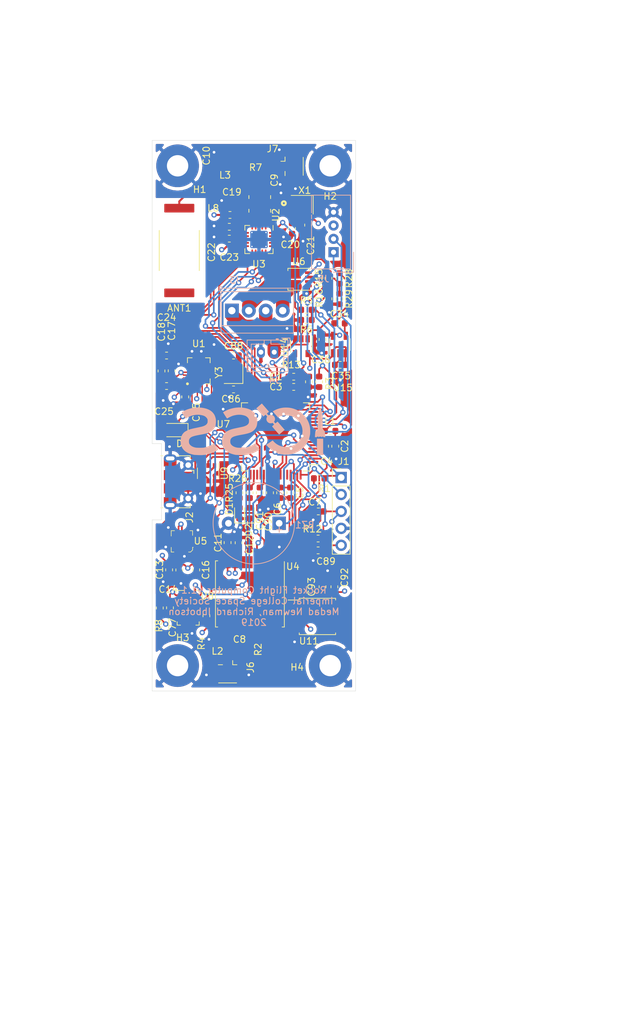
<source format=kicad_pcb>
(kicad_pcb (version 20171130) (host pcbnew "(5.1.2)-1")
  (title_block (title "PCB for Project Mach 1 flight computer") (date 2019-09-25) (company "Imperial College Space Society") (comment 1 "Richard Ibbotson, Medad Newman"))
  (layers (0 F.Cu signal) (1 GND.Cu power hide) (2 VCC.Cu power hide) (31 B.Cu signal hide) (34 B.Paste user) (35 F.Paste user) (36 B.SilkS user hide) (37 F.SilkS user) (38 B.Mask user hide) (39 F.Mask user hide) (44 Edge.Cuts user))
  (net 0 "")
  (net 1 GND)
  (net 2 +3V3)
  (net 3 "Net-(C2-Pad1)")
  (net 4 "Net-(C20-Pad2)")
  (net 5 "Net-(C20-Pad1)")
  (net 6 /MCU/XIN)
  (net 7 /MCU/XOUT)
  (net 8 "Net-(C89-Pad1)")
  (net 9 "Net-(C90-Pad1)")
  (net 10 /MCU/SWCLK)
  (net 11 /MCU/SWDIO)
  (net 12 /MCU/USB_DM)
  (net 13 /pyro_driver/FIRE_A)
  (net 14 /pyro_driver/FIRE_B)
  (net 15 /pyro_driver/FET_B)
  (net 16 /MCU/MCU_SCLK1)
  (net 17 /MCU/MCU_MISO1)
  (net 18 /MCU/MCU_MOSI1)
  (net 19 /MCU/MCU_NSEL1)
  (net 20 /gps/GPS_RXD)
  (net 21 /gps/GPS_1PPS)
  (net 22 /gps/GPS_NRES)
  (net 23 /gps/GPS_SDA)
  (net 24 /gps/GPS_SCL)
  (net 25 /gps/GPS_NSAFEBOOT)
  (net 26 /MCU/MCU_NSEL4)
  (net 27 /MCU/MCU_MISO4)
  (net 28 /MCU/MCU_MOSI4)
  (net 29 /MCU/MCU_SCLK4)
  (net 30 /sensors/ACCL_RDY)
  (net 31 /sensors/GYRO_RDY)
  (net 32 "Net-(D1-Pad2)")
  (net 33 "Net-(D2-Pad2)")
  (net 34 /power_supply/USB_DM)
  (net 35 /pyro_driver/FET_A)
  (net 36 /MCU/LED_RED)
  (net 37 /MCU/LED_BLUE)
  (net 38 /sensors/MAG_RDY)
  (net 39 "Net-(C9-Pad2)")
  (net 40 "Net-(C34-Pad1)")
  (net 41 "Net-(C35-Pad1)")
  (net 42 Vdrive)
  (net 43 "Net-(C8-Pad1)")
  (net 44 "Net-(C9-Pad1)")
  (net 45 "Net-(J6-Pad1)")
  (net 46 "Net-(L8-Pad1)")
  (net 47 "Net-(R2-Pad2)")
  (net 48 "Net-(U2-Pad7)")
  (net 49 "Net-(U2-Pad8)")
  (net 50 VBUS)
  (net 51 "Net-(J2-Pad2)")
  (net 52 "Net-(J2-Pad3)")
  (net 53 "Net-(ANT1-Pad1)")
  (net 54 /MCU/BUZZER)
  (net 55 /MCU/MCU_PA04)
  (net 56 /MCU/MCU_PA05)
  (net 57 /MCU/MCU_PB08)
  (net 58 /MCU/MCU_PB11)
  (net 59 /MCU/MCU_PA12)
  (net 60 /MCU/MCU_PA13)
  (net 61 /MCU/GPS_RXD0)
  (net 62 /MCU/MCU_PB10)
  (net 63 "Net-(J7-Pad1)")
  (net 64 "Net-(ANT1-Pad2)")
  (net 65 "Net-(J2-Pad4)")
  (net 66 "Net-(U3-Pad20)")
  (net 67 "Net-(U3-Pad19)")
  (net 68 "Net-(U3-Pad16)")
  (net 69 "Net-(U3-Pad7)")
  (net 70 "Net-(U3-Pad5)")
  (net 71 "Net-(U4-Pad5)")
  (net 72 "Net-(U4-Pad13)")
  (net 73 "Net-(U4-Pad15)")
  (net 74 "Net-(U7-Pad5)")
  (net 75 "Net-(U7-Pad6)")
  (net 76 "Net-(U7-Pad9)")
  (net 77 "Net-(U7-Pad10)")
  (net 78 "Net-(U7-Pad12)")
  (net 79 "Net-(U7-Pad39)")
  (net 80 "Net-(U7-Pad51)")
  (net 81 "Net-(U7-Pad55)")
  (net 82 "Net-(U7-Pad59)")
  (net 83 "Net-(U7-Pad60)")
  (net 84 "Net-(U8-Pad6)")
  (net 85 "Net-(U14-Pad4)")
  (net 86 "Net-(X1-Pad1)")
  (net 87 "Net-(U7-Pad15)")
  (net 88 "Net-(U7-Pad16)")
  (net 89 "Net-(U1-Pad10)")
  (net 90 "Net-(U1-Pad13)")
  (net 91 "Net-(C24-Pad1)")
  (net 92 "Net-(C25-Pad1)")
  (net 93 /sensors/H_ACCL_INT2)
  (net 94 /sensors/H_ACCL_INT1)
  (net 95 /MCU/SCL_PA09)
  (net 96 /MCU/SDA_PA08)
  (module flight-computer:ICSS_Logo (layer B.Cu) (at 107.442 101.092 180)
    (fp_text reference G*** hide)
    (fp_text value LOGO hide)
  )
  (module Johanson_frontend:BALUN_0433BM41A0019E (layer F.Cu) (at 108.458 67.31 270)
    (fp_text reference U2 (at 1.651 -2.413 270) (layer F.SilkS))
    (fp_text value 0433BM41A0019E hide)
    (pad 1 smd rect (at 0 -2) (size 1.5 0.85) (layers F.Cu F.Paste F.Mask) (net 1 GND))
    (pad 5 smd rect (at 0 2) (size 1.5 0.85) (layers F.Cu F.Paste F.Mask) (net 1 GND))
    (pad 6 smd rect (at 1.5 1 270) (size 1.5 0.6) (layers F.Cu F.Paste F.Mask) (net 46 "Net-(L8-Pad1)"))
    (pad 8 smd rect (at 1.5 -1 270) (size 1.5 0.6) (layers F.Cu F.Paste F.Mask) (net 49 "Net-(U2-Pad8)"))
    (pad 7 smd rect (at 1.5 0 270) (size 1.5 0.6) (layers F.Cu F.Paste F.Mask) (net 48 "Net-(U2-Pad7)"))
    (pad 4 smd rect (at -1.5 1 270) (size 1.5 0.6) (layers F.Cu F.Paste F.Mask) (net 1 GND))
    (pad 2 smd rect (at -1.5 -1 270) (size 1.5 0.6) (layers F.Cu F.Paste F.Mask) (net 39 "Net-(C9-Pad2)"))
    (pad 3 smd rect (at -1.5 0 270) (size 1.5 0.6) (layers F.Cu F.Paste F.Mask) (net 1 GND))
  )
  (module Capacitor_SMD:C_0603_1608Metric (layer F.Cu) (at 115.697 70.485 90)
    (fp_text reference C21 (at -3.048 0.381 90) (layer F.SilkS))
    (fp_text value 33nF)
    (pad 1 smd roundrect (at -0.7875 0 90) (size 0.875 0.95) (layers F.Cu F.Paste F.Mask) (net 1 GND))
    (pad 2 smd roundrect (at 0.7875 0 90) (size 0.875 0.95) (layers F.Cu F.Paste F.Mask) (net 2 +3V3))
  )
  (module Capacitor_SMD:C_0603_1608Metric (layer F.Cu) (at 94.488 94.615 180)
    (fp_text reference C25 (at 0.381 -3.81) (layer F.SilkS))
    (fp_text value 100nF)
    (pad 1 smd roundrect (at -0.7875 0 180) (size 0.875 0.95) (layers F.Cu F.Paste F.Mask) (net 92 "Net-(C25-Pad1)"))
    (pad 2 smd roundrect (at 0.7875 0 180) (size 0.875 0.95) (layers F.Cu F.Paste F.Mask) (net 1 GND))
  )
  (module Resistor_SMD:R_0603_1608Metric (layer F.Cu) (at 115.824 93.98 270)
    (fp_text reference R13 (at -2.54 2.667 180) (layer F.SilkS))
    (fp_text value 3.3K)
    (pad 1 smd roundrect (at -0.7875 0 270) (size 0.875 0.95) (layers F.Cu F.Paste F.Mask) (net 14 /pyro_driver/FIRE_B))
    (pad 2 smd roundrect (at 0.7875 0 270) (size 0.875 0.95) (layers F.Cu F.Paste F.Mask) (net 1 GND))
  )
  (module Resistor_SMD:R_0603_1608Metric (layer F.Cu) (at 117.348 93.98 270)
    (fp_text reference R3 (at 0.254 -1.524 90) (layer F.SilkS))
    (fp_text value 3.3K)
    (pad 2 smd roundrect (at 0.7875 0 270) (size 0.875 0.95) (layers F.Cu F.Paste F.Mask) (net 1 GND))
    (pad 1 smd roundrect (at -0.7875 0 270) (size 0.875 0.95) (layers F.Cu F.Paste F.Mask) (net 13 /pyro_driver/FIRE_A))
  )
  (module Package_LGA:LGA-8_3x5mm_P1.25mm (layer F.Cu) (at 97.722 127.859)
    (fp_text reference U8 (at 2.862 -1.748) (layer F.SilkS))
    (fp_text value MS5607-02BA)
    (pad 4 smd rect (at -1.075 1.875) (size 0.95 0.55) (layers F.Cu F.Paste F.Mask) (net 1 GND))
    (pad 1 smd rect (at -1.075 -1.875) (size 0.95 0.55) (layers F.Cu F.Paste F.Mask) (net 2 +3V3))
    (pad 2 smd rect (at -1.075 -0.625) (size 0.95 0.55) (layers F.Cu F.Paste F.Mask) (net 2 +3V3))
    (pad 3 smd rect (at -1.075 0.625) (size 0.95 0.55) (layers F.Cu F.Paste F.Mask) (net 1 GND))
    (pad 8 smd rect (at 1.075 -1.875) (size 0.95 0.55) (layers F.Cu F.Paste F.Mask) (net 24 /gps/GPS_SCL))
    (pad 7 smd rect (at 1.075 -0.625) (size 0.95 0.55) (layers F.Cu F.Paste F.Mask) (net 23 /gps/GPS_SDA))
    (pad 6 smd rect (at 1.075 0.625) (size 0.95 0.55) (layers F.Cu F.Paste F.Mask) (net 84 "Net-(U8-Pad6)"))
    (pad 5 smd rect (at 1.075 1.875) (size 0.95 0.55) (layers F.Cu F.Paste F.Mask) (net 1 GND))
  )
  (module Capacitor_SMD:C_0603_1608Metric (layer F.Cu) (at 94.996 127.866 270)
    (fp_text reference C77 (at 2.944 -0.381 90) (layer F.SilkS))
    (fp_text value 220nF)
    (pad 1 smd roundrect (at -0.7875 0 270) (size 0.875 0.95) (layers F.Cu F.Paste F.Mask) (net 2 +3V3))
    (pad 2 smd roundrect (at 0.7875 0 270) (size 0.875 0.95) (layers F.Cu F.Paste F.Mask) (net 1 GND))
  )
  (module flight-computer:TFLGA-16_3x3mm (layer F.Cu) (at 96.782 117.901 180)
    (fp_text reference U5 (at -2.786 0.045) (layer F.SilkS))
    (fp_text value H3LIS100DL)
    (pad 8 smd rect (at 0.5 1.225 180) (size 0.35 0.55) (layers F.Cu F.Paste F.Mask) (net 2 +3V3))
    (pad 7 smd rect (at 0 1.225 180) (size 0.35 0.55) (layers F.Cu F.Paste F.Mask) (net 2 +3V3))
    (pad 6 smd rect (at -0.5 1.225 180) (size 0.35 0.55) (layers F.Cu F.Paste F.Mask) (net 23 /gps/GPS_SDA))
    (pad 13 smd rect (at 1.225 -1 180) (size 0.55 0.35) (layers F.Cu F.Paste F.Mask) (net 1 GND))
    (pad 12 smd rect (at 1.225 -0.5 180) (size 0.55 0.35) (layers F.Cu F.Paste F.Mask) (net 1 GND))
    (pad 9 smd rect (at 1.225 1 180) (size 0.55 0.35) (layers F.Cu F.Paste F.Mask) (net 93 /sensors/H_ACCL_INT2) (clearance 0.1))
    (pad 10 smd rect (at 1.225 0.5 180) (size 0.55 0.35) (layers F.Cu F.Paste F.Mask) (net 1 GND) (clearance 0.1))
    (pad 11 smd rect (at 1.225 0 180) (size 0.55 0.35) (layers F.Cu F.Paste F.Mask) (net 94 /sensors/H_ACCL_INT1))
    (pad 14 smd rect (at 0.5 -1.225 180) (size 0.35 0.55) (layers F.Cu F.Paste F.Mask) (net 2 +3V3))
    (pad 16 smd rect (at -0.5 -1.225 180) (size 0.35 0.55) (layers F.Cu F.Paste F.Mask) (net 1 GND))
    (pad 15 smd rect (at 0 -1.225 180) (size 0.35 0.55) (layers F.Cu F.Paste F.Mask) (net 2 +3V3))
    (pad 5 smd rect (at -1.225 1 180) (size 0.55 0.35) (layers F.Cu F.Paste F.Mask) (net 1 GND))
    (pad 4 smd rect (at -1.225 0.5 180) (size 0.55 0.35) (layers F.Cu F.Paste F.Mask) (net 24 /gps/GPS_SCL))
    (pad 1 smd rect (at -1.225 -1 180) (size 0.55 0.35) (layers F.Cu F.Paste F.Mask) (net 2 +3V3))
    (pad 2 smd rect (at -1.225 -0.5 180) (size 0.55 0.35) (layers F.Cu F.Paste F.Mask))
    (pad 3 smd rect (at -1.225 0 180) (size 0.55 0.35) (layers F.Cu F.Paste F.Mask))
  )
  (module flight-computer:TerminalBlock_TE_282834-4_1x04_P2.54mm_Horizontal (layer B.Cu) (at 104.267 83.312)
    (fp_text reference J3 (at 0.508 -4.572 180) (layer B.SilkS) (effects (justify mirror)))
    (fp_text value Screw_Terminal_01x04)
    (pad 4 thru_hole circle (at 7.62 0) (size 2.1 2.1) (drill 1.1) (layers *.Cu *.Mask) (net 35 /pyro_driver/FET_A))
    (pad 3 thru_hole circle (at 5.08 0) (size 2.1 2.1) (drill 1.1) (layers *.Cu *.Mask) (net 42 Vdrive))
    (pad 2 thru_hole circle (at 2.54 0) (size 2.1 2.1) (drill 1.1) (layers *.Cu *.Mask) (net 15 /pyro_driver/FET_B))
    (pad 1 thru_hole rect (at 0 0) (size 2.1 2.1) (drill 1.1) (layers *.Cu *.Mask) (net 42 Vdrive))
  )
  (module flight-computer:Crystal_SMD_2520-4Pin_2.5x2.0mm (layer F.Cu) (at 104.521 92.583 90)
    (fp_text reference Y3 (at 0 -2.2 90) (layer F.SilkS))
    (fp_text value 16MHz)
    (pad 4 smd rect (at -0.875 -0.7 90) (size 1.15 1) (layers F.Cu F.Paste F.Mask) (net 1 GND))
    (pad 3 smd rect (at 0.875 -0.7 90) (size 1.15 1) (layers F.Cu F.Paste F.Mask) (net 7 /MCU/XOUT))
    (pad 2 smd rect (at 0.875 0.7 90) (size 1.15 1) (layers F.Cu F.Paste F.Mask) (net 1 GND))
    (pad 1 smd rect (at -0.875 0.7 90) (size 1.15 1) (layers F.Cu F.Paste F.Mask) (net 6 /MCU/XIN))
  )
  (module MountingHole:MountingHole_3.2mm_M3_Pad (layer F.Cu) (at 118.999 61.595 270)
    (fp_text reference H2 (at 4.572 0 180) (layer F.SilkS))
    (fp_text value MountingHole_Pad)
    (pad 1 thru_hole circle (at 0 0 270) (size 6.4 6.4) (drill 3.2) (layers *.Cu *.Mask) (net 1 GND))
  )
  (module Package_SO:Vishay_PowerPAK_1212-8_Dual (layer F.Cu) (at 114.3 78.613 180)
    (fp_text reference U6 (at 0 2.667) (layer F.SilkS))
    (fp_text value Si7232DN)
    (pad 6 smd custom (at 0.5575 -0.6075 180) (size 1.725 0.99) (layers F.Cu F.Paste F.Mask) (net 35 /pyro_driver/FET_A) (options (clearance outline) (anchor rect)) (primitives (gr_poly (pts (xy 0.6125 0.495) (xy 1.3725 0.495) (xy 1.3725 0.09) (xy 0.8625 0.09) (xy 0.8625 -0.165) (xy 1.3725 -0.165) (xy 1.3725 -0.5875) (xy 0.6125 -0.5875)) (width 0))))
    (pad 5 smd custom (at 0.5575 0.6075 180) (size 1.725 0.99) (layers F.Cu F.Paste F.Mask) (net 15 /pyro_driver/FET_B) (options (clearance outline) (anchor rect)) (primitives (gr_poly (pts (xy 0.6125 -0.495) (xy 1.3725 -0.495) (xy 1.3725 -0.09) (xy 0.8625 -0.09) (xy 0.8625 0.165) (xy 1.3725 0.165) (xy 1.3725 0.5875) (xy 0.6125 0.5875)) (width 0))))
    (pad 4 smd rect (at -1.435 0.99 180) (size 0.99 0.405) (layers F.Cu F.Paste F.Mask) (net 14 /pyro_driver/FIRE_B))
    (pad 3 smd rect (at -1.435 0.33 180) (size 0.99 0.405) (layers F.Cu F.Paste F.Mask) (net 1 GND))
    (pad 2 smd rect (at -1.435 -0.33 180) (size 0.99 0.405) (layers F.Cu F.Paste F.Mask) (net 13 /pyro_driver/FIRE_A))
    (pad 1 smd rect (at -1.435 -0.99 180) (size 0.99 0.405) (layers F.Cu F.Paste F.Mask) (net 1 GND))
  )
  (module Resistor_SMD:R_0603_1608Metric (layer F.Cu) (at 120.396 78.486 270)
    (fp_text reference R28 (at 0 -1.43 90) (layer F.SilkS))
    (fp_text value 120K)
    (pad 2 smd roundrect (at 0.7875 0 270) (size 0.875 0.95) (layers F.Cu F.Paste F.Mask) (net 57 /MCU/MCU_PB08))
    (pad 1 smd roundrect (at -0.7875 0 270) (size 0.875 0.95) (layers F.Cu F.Paste F.Mask) (net 42 Vdrive))
  )
  (module Resistor_SMD:R_0603_1608Metric (layer F.Cu) (at 115.443 84.709 180)
    (fp_text reference R6 (at 0 -1.43) (layer F.SilkS))
    (fp_text value 27K)
    (pad 1 smd roundrect (at -0.7875 0 180) (size 0.875 0.95) (layers F.Cu F.Paste F.Mask) (net 55 /MCU/MCU_PA04))
    (pad 2 smd roundrect (at 0.7875 0 180) (size 0.875 0.95) (layers F.Cu F.Paste F.Mask) (net 1 GND))
  )
  (module Resistor_SMD:R_0603_1608Metric (layer F.Cu) (at 120.396 81.5595 270)
    (fp_text reference R29 (at 0 -1.43 90) (layer F.SilkS))
    (fp_text value 120K)
    (pad 1 smd roundrect (at -0.7875 0 270) (size 0.875 0.95) (layers F.Cu F.Paste F.Mask) (net 57 /MCU/MCU_PB08))
    (pad 2 smd roundrect (at 0.7875 0 270) (size 0.875 0.95) (layers F.Cu F.Paste F.Mask) (net 1 GND))
  )
  (module Connector_PinHeader_2.54mm:PinHeader_1x05_P2.54mm_Vertical (layer F.Cu) (at 120.65 108.331)
    (fp_text reference J1 (at 0.381 -2.413) (layer F.SilkS))
    (fp_text value Conn_01x05)
    (pad 1 thru_hole rect (at 0 0) (size 1.7 1.7) (drill 1) (layers *.Cu *.Mask) (net 10 /MCU/SWCLK))
    (pad 2 thru_hole oval (at 0 2.54) (size 1.7 1.7) (drill 1) (layers *.Cu *.Mask) (net 11 /MCU/SWDIO))
    (pad 3 thru_hole oval (at 0 5.08) (size 1.7 1.7) (drill 1) (layers *.Cu *.Mask) (net 2 +3V3))
    (pad 4 thru_hole oval (at 0 7.62) (size 1.7 1.7) (drill 1) (layers *.Cu *.Mask) (net 1 GND))
    (pad 5 thru_hole oval (at 0 10.16) (size 1.7 1.7) (drill 1) (layers *.Cu *.Mask) (net 8 "Net-(C89-Pad1)"))
  )
  (module Resistor_SMD:R_0603_1608Metric (layer F.Cu) (at 118.745 78.4605 90)
    (fp_text reference R15 (at 0 -1.43 90) (layer F.SilkS))
    (fp_text value 120K)
    (pad 1 smd roundrect (at -0.7875 0 90) (size 0.875 0.95) (layers F.Cu F.Paste F.Mask) (net 56 /MCU/MCU_PA05))
    (pad 2 smd roundrect (at 0.7875 0 90) (size 0.875 0.95) (layers F.Cu F.Paste F.Mask) (net 15 /pyro_driver/FET_B))
  )
  (module Resistor_SMD:R_0603_1608Metric (layer F.Cu) (at 118.745 81.534 270)
    (fp_text reference R16 (at -0.127 1.397 90) (layer F.SilkS))
    (fp_text value 27K)
    (pad 1 smd roundrect (at -0.7875 0 270) (size 0.875 0.95) (layers F.Cu F.Paste F.Mask) (net 56 /MCU/MCU_PA05))
    (pad 2 smd roundrect (at 0.7875 0 270) (size 0.875 0.95) (layers F.Cu F.Paste F.Mask) (net 1 GND))
  )
  (module Capacitor_SMD:C_0603_1608Metric (layer F.Cu) (at 113.538 93.218)
    (fp_text reference C1 (at -2.667 0) (layer F.SilkS))
    (fp_text value 10uF)
    (pad 1 smd roundrect (at -0.7875 0) (size 0.875 0.95) (layers F.Cu F.Paste F.Mask) (net 2 +3V3))
    (pad 2 smd roundrect (at 0.7875 0) (size 0.875 0.95) (layers F.Cu F.Paste F.Mask) (net 1 GND))
  )
  (module Capacitor_SMD:C_0603_1608Metric (layer F.Cu) (at 113.538 94.742)
    (fp_text reference C3 (at -2.667 0) (layer F.SilkS))
    (fp_text value 100nF)
    (pad 2 smd roundrect (at 0.7875 0) (size 0.875 0.95) (layers F.Cu F.Paste F.Mask) (net 1 GND))
    (pad 1 smd roundrect (at -0.7875 0) (size 0.875 0.95) (layers F.Cu F.Paste F.Mask) (net 2 +3V3))
  )
  (module Connector_JST:JST_PH_B2B-PH-K_1x02_P2.00mm_Vertical (layer B.Cu) (at 110.617 89.535 180)
    (fp_text reference J4 (at 0 -4.191 180) (layer B.SilkS) (effects (justify mirror)))
    (fp_text value Conn_01x02)
    (pad 1 thru_hole roundrect (at 0 0 180) (size 1.2 1.75) (drill 0.75) (layers *.Cu *.Mask) (roundrect_rratio 0.208333) (net 42 Vdrive))
    (pad 2 thru_hole oval (at 2 0 180) (size 1.2 1.75) (drill 0.75) (layers *.Cu *.Mask) (net 1 GND))
  )
  (module Capacitor_SMD:C_0603_1608Metric (layer F.Cu) (at 117.856 87.63 270)
    (fp_text reference C36 (at 3.048 0.254) (layer F.SilkS))
    (fp_text value 1uF)
    (pad 2 smd roundrect (at 0.7875 0 270) (size 0.875 0.95) (layers F.Cu F.Paste F.Mask) (net 1 GND))
    (pad 1 smd roundrect (at -0.7875 0 270) (size 0.875 0.95) (layers F.Cu F.Paste F.Mask) (net 2 +3V3))
  )
  (module Capacitor_SMD:C_0603_1608Metric (layer F.Cu) (at 120.4975 91.44 180)
    (fp_text reference C35 (at -0.1525 -1.651) (layer F.SilkS))
    (fp_text value 1uF)
    (pad 1 smd roundrect (at -0.7875 0 180) (size 0.875 0.95) (layers F.Cu F.Paste F.Mask) (net 41 "Net-(C35-Pad1)"))
    (pad 2 smd roundrect (at 0.7875 0 180) (size 0.875 0.95) (layers F.Cu F.Paste F.Mask) (net 1 GND))
  )
  (module Package_TO_SOT_SMD:SOT-23-5 (layer F.Cu) (at 114.681 88.646 270)
    (fp_text reference U14 (at 0.127 2.54 90) (layer F.SilkS))
    (fp_text value MAX40200AUK)
    (pad 5 smd rect (at 1.1 -0.95 270) (size 1.06 0.65) (layers F.Cu F.Paste F.Mask) (net 41 "Net-(C35-Pad1)"))
    (pad 4 smd rect (at 1.1 0.95 270) (size 1.06 0.65) (layers F.Cu F.Paste F.Mask) (net 85 "Net-(U14-Pad4)"))
    (pad 3 smd rect (at -1.1 0.95 270) (size 1.06 0.65) (layers F.Cu F.Paste F.Mask) (net 42 Vdrive))
    (pad 2 smd rect (at -1.1 0 270) (size 1.06 0.65) (layers F.Cu F.Paste F.Mask) (net 1 GND))
    (pad 1 smd rect (at -1.1 -0.95 270) (size 1.06 0.65) (layers F.Cu F.Paste F.Mask) (net 42 Vdrive))
  )
  (module Package_TO_SOT_SMD:TSOT-23-5 (layer F.Cu) (at 120.396 88.392 90)
    (fp_text reference U15 (at -6.477 0.508 180) (layer F.SilkS))
    (fp_text value LD3985M33R_TSOT23)
    (pad 1 smd rect (at -1.31 -0.95 90) (size 1.22 0.65) (layers F.Cu F.Paste F.Mask) (net 41 "Net-(C35-Pad1)"))
    (pad 2 smd rect (at -1.31 0 90) (size 1.22 0.65) (layers F.Cu F.Paste F.Mask) (net 1 GND))
    (pad 3 smd rect (at -1.31 0.95 90) (size 1.22 0.65) (layers F.Cu F.Paste F.Mask) (net 41 "Net-(C35-Pad1)"))
    (pad 4 smd rect (at 1.31 0.95 90) (size 1.22 0.65) (layers F.Cu F.Paste F.Mask) (net 40 "Net-(C34-Pad1)"))
    (pad 5 smd rect (at 1.31 -0.95 90) (size 1.22 0.65) (layers F.Cu F.Paste F.Mask) (net 2 +3V3))
  )
  (module Resistor_SMD:R_0402_1005Metric (layer F.Cu) (at 109.982 61.722)
    (fp_text reference R7 (at -2.159 0.127) (layer F.SilkS))
    (fp_text value NF)
    (pad 1 smd roundrect (at -0.485 0) (size 0.59 0.64) (layers F.Cu F.Paste F.Mask) (net 44 "Net-(C9-Pad1)"))
    (pad 2 smd roundrect (at 0.485 0) (size 0.59 0.64) (layers F.Cu F.Paste F.Mask) (net 63 "Net-(J7-Pad1)"))
  )
  (module Capacitor_SMD:C_0603_1608Metric (layer F.Cu) (at 103.886 70.739 180)
    (fp_text reference C22 (at 2.667 -3.81 90) (layer F.SilkS))
    (fp_text value 1uF)
    (pad 2 smd roundrect (at 0.7875 0 180) (size 0.875 0.95) (layers F.Cu F.Paste F.Mask) (net 1 GND))
    (pad 1 smd roundrect (at -0.7875 0 180) (size 0.875 0.95) (layers F.Cu F.Paste F.Mask) (net 2 +3V3))
  )
  (module Inductor_SMD:L_0603_1608Metric (layer F.Cu) (at 103.9875 68.961 180)
    (fp_text reference L8 (at 2.5145 1.016) (layer F.SilkS))
    (fp_text value 220nH)
    (pad 2 smd roundrect (at 0.7875 0 180) (size 0.875 0.95) (layers F.Cu F.Paste F.Mask) (net 2 +3V3))
    (pad 1 smd roundrect (at -0.7875 0 180) (size 0.875 0.95) (layers F.Cu F.Paste F.Mask) (net 46 "Net-(L8-Pad1)"))
  )
  (module Capacitor_SMD:C_0402_1005Metric (layer F.Cu) (at 109.474 63.754 270)
    (fp_text reference C9 (at 0 -1.17 90) (layer F.SilkS))
    (fp_text value 270pF)
    (pad 1 smd roundrect (at -0.485 0 270) (size 0.59 0.64) (layers F.Cu F.Paste F.Mask) (net 44 "Net-(C9-Pad1)"))
    (pad 2 smd roundrect (at 0.485 0 270) (size 0.59 0.64) (layers F.Cu F.Paste F.Mask) (net 39 "Net-(C9-Pad2)"))
  )
  (module Resistor_SMD:R_0402_1005Metric (layer F.Cu) (at 106.68 134.112 90)
    (fp_text reference R2 (at 0 1.524 90) (layer F.SilkS))
    (fp_text value "10 Ohm")
    (pad 1 smd roundrect (at -0.485 0 90) (size 0.59 0.64) (layers F.Cu F.Paste F.Mask) (net 43 "Net-(C8-Pad1)"))
    (pad 2 smd roundrect (at 0.485 0 90) (size 0.59 0.64) (layers F.Cu F.Paste F.Mask) (net 47 "Net-(R2-Pad2)"))
  )
  (module MountingHole:MountingHole_3.2mm_M3_Pad (layer F.Cu) (at 96.139 136.525 270)
    (fp_text reference H3 (at -4.191 -0.762 180) (layer F.SilkS))
    (fp_text value MountingHole_Pad)
    (pad 1 thru_hole circle (at 0 0 270) (size 6.4 6.4) (drill 3.2) (layers *.Cu *.Mask) (net 1 GND))
  )
  (module Buzzer_Beeper:Buzzer_12x9.5RM7.6 (layer B.Cu) (at 111.359 115.189 180)
    (fp_text reference BZ1 (at -3.83 -0.254 180) (layer B.SilkS) (effects (justify mirror)))
    (fp_text value Buzzer)
    (fp_text user + (at -0.01 -0.889 180) (layer B.SilkS) (effects (justify mirror)))
    (pad 1 thru_hole rect (at 0 0 180) (size 2 2) (drill 1) (layers *.Cu *.Mask) (net 54 /MCU/BUZZER))
    (pad 2 thru_hole circle (at 7.6 0 180) (size 2 2) (drill 1) (layers *.Cu *.Mask) (net 1 GND))
  )
  (module Capacitor_SMD:C_0603_1608Metric (layer F.Cu) (at 119.761 103.632 270)
    (fp_text reference C2 (at 0 -1.43 90) (layer F.SilkS))
    (fp_text value 10uF)
    (pad 1 smd roundrect (at -0.7875 0 270) (size 0.875 0.95) (layers F.Cu F.Paste F.Mask) (net 3 "Net-(C2-Pad1)"))
    (pad 2 smd roundrect (at 0.7875 0 270) (size 0.875 0.95) (layers F.Cu F.Paste F.Mask) (net 1 GND))
  )
  (module Capacitor_SMD:C_0603_1608Metric (layer F.Cu) (at 118.237 103.632 270)
    (fp_text reference C4 (at 2.286 -0.254 180) (layer F.SilkS))
    (fp_text value 100nF)
    (pad 2 smd roundrect (at 0.7875 0 270) (size 0.875 0.95) (layers F.Cu F.Paste F.Mask) (net 1 GND))
    (pad 1 smd roundrect (at -0.7875 0 270) (size 0.875 0.95) (layers F.Cu F.Paste F.Mask) (net 3 "Net-(C2-Pad1)"))
  )
  (module Capacitor_SMD:C_0603_1608Metric (layer F.Cu) (at 113.03 110.617 270)
    (fp_text reference C5 (at 0 -1.43 90) (layer F.SilkS))
    (fp_text value 10uF)
    (pad 1 smd roundrect (at -0.7875 0 270) (size 0.875 0.95) (layers F.Cu F.Paste F.Mask) (net 2 +3V3))
    (pad 2 smd roundrect (at 0.7875 0 270) (size 0.875 0.95) (layers F.Cu F.Paste F.Mask) (net 1 GND))
  )
  (module Capacitor_SMD:C_0603_1608Metric (layer F.Cu) (at 111.506 110.617 270)
    (fp_text reference C6 (at 2.413 0.381 90) (layer F.SilkS))
    (fp_text value 100nF)
    (pad 2 smd roundrect (at 0.7875 0 270) (size 0.875 0.95) (layers F.Cu F.Paste F.Mask) (net 1 GND))
    (pad 1 smd roundrect (at -0.7875 0 270) (size 0.875 0.95) (layers F.Cu F.Paste F.Mask) (net 2 +3V3))
  )
  (module Capacitor_SMD:C_0603_1608Metric (layer F.Cu) (at 109.982 110.617 270)
    (fp_text reference C90 (at 4.318 0.254 90) (layer F.SilkS))
    (fp_text value 1uF)
    (pad 1 smd roundrect (at -0.7875 0 270) (size 0.875 0.95) (layers F.Cu F.Paste F.Mask) (net 9 "Net-(C90-Pad1)"))
    (pad 2 smd roundrect (at 0.7875 0 270) (size 0.875 0.95) (layers F.Cu F.Paste F.Mask) (net 1 GND))
  )
  (module Capacitor_SMD:C_0603_1608Metric (layer F.Cu) (at 108.458 110.617 270)
    (fp_text reference C91 (at 4.191 0 270) (layer F.SilkS))
    (fp_text value 100nF)
    (pad 2 smd roundrect (at 0.7875 0 270) (size 0.875 0.95) (layers F.Cu F.Paste F.Mask) (net 1 GND))
    (pad 1 smd roundrect (at -0.7875 0 270) (size 0.875 0.95) (layers F.Cu F.Paste F.Mask) (net 9 "Net-(C90-Pad1)"))
  )
  (module Capacitor_SMD:C_0603_1608Metric (layer F.Cu) (at 119.634 124.714 90)
    (fp_text reference C92 (at 1.397 1.524 90) (layer F.SilkS))
    (fp_text value 10uF)
    (pad 1 smd roundrect (at -0.7875 0 90) (size 0.875 0.95) (layers F.Cu F.Paste F.Mask) (net 2 +3V3))
    (pad 2 smd roundrect (at 0.7875 0 90) (size 0.875 0.95) (layers F.Cu F.Paste F.Mask) (net 1 GND))
  )
  (module Capacitor_SMD:C_0603_1608Metric (layer F.Cu) (at 117.856 124.714 90)
    (fp_text reference C93 (at 0 -1.651 270) (layer F.SilkS))
    (fp_text value 100nF)
    (pad 2 smd roundrect (at 0.7875 0 90) (size 0.875 0.95) (layers F.Cu F.Paste F.Mask) (net 1 GND))
    (pad 1 smd roundrect (at -0.7875 0 90) (size 0.875 0.95) (layers F.Cu F.Paste F.Mask) (net 2 +3V3))
  )
  (module LED_SMD:LED_0603_1608Metric (layer F.Cu) (at 105.41 113.665 90)
    (fp_text reference D1 (at 0.635 -1.524 90) (layer F.SilkS))
    (fp_text value RED_LED)
    (pad 1 smd roundrect (at -0.7875 0 90) (size 0.875 0.95) (layers F.Cu F.Paste F.Mask) (net 1 GND))
    (pad 2 smd roundrect (at 0.7875 0 90) (size 0.875 0.95) (layers F.Cu F.Paste F.Mask) (net 32 "Net-(D1-Pad2)"))
  )
  (module LED_SMD:LED_0603_1608Metric (layer F.Cu) (at 106.934 113.665 90)
    (fp_text reference D2 (at -2.54 -0.127 270) (layer F.SilkS))
    (fp_text value BLUE_LED)
    (pad 2 smd roundrect (at 0.7875 0 90) (size 0.875 0.95) (layers F.Cu F.Paste F.Mask) (net 33 "Net-(D2-Pad2)"))
    (pad 1 smd roundrect (at -0.7875 0 90) (size 0.875 0.95) (layers F.Cu F.Paste F.Mask) (net 1 GND))
  )
  (module MountingHole:MountingHole_3.2mm_M3_Pad (layer F.Cu) (at 96.139 61.595 270)
    (fp_text reference H1 (at 3.556 -3.302 180) (layer F.SilkS))
    (fp_text value MountingHole_Pad)
    (pad 1 thru_hole circle (at 0 0 270) (size 6.4 6.4) (drill 3.2) (layers *.Cu *.Mask) (net 1 GND))
  )
  (module MountingHole:MountingHole_3.2mm_M3_Pad (layer F.Cu) (at 118.999 136.525 270)
    (fp_text reference H4 (at 0.254 4.953 180) (layer F.SilkS))
    (fp_text value MountingHole_Pad)
    (pad 1 thru_hole circle (at 0 0 270) (size 6.4 6.4) (drill 3.2) (layers *.Cu *.Mask) (net 1 GND))
  )
  (module Inductor_SMD:L_0603_1608Metric (layer F.Cu) (at 118.999 101.346)
    (fp_text reference L1 (at 0 -1.43) (layer F.SilkS))
    (fp_text value L_Core_Ferrite)
    (pad 1 smd roundrect (at -0.7875 0) (size 0.875 0.95) (layers F.Cu F.Paste F.Mask) (net 2 +3V3))
    (pad 2 smd roundrect (at 0.7875 0) (size 0.875 0.95) (layers F.Cu F.Paste F.Mask) (net 3 "Net-(C2-Pad1)"))
  )
  (module Resistor_SMD:R_0603_1608Metric (layer F.Cu) (at 105.41 110.617 90)
    (fp_text reference R25 (at 0 -1.524 90) (layer F.SilkS))
    (fp_text value 1.6K)
    (pad 2 smd roundrect (at 0.7875 0 90) (size 0.875 0.95) (layers F.Cu F.Paste F.Mask) (net 36 /MCU/LED_RED))
    (pad 1 smd roundrect (at -0.7875 0 90) (size 0.875 0.95) (layers F.Cu F.Paste F.Mask) (net 32 "Net-(D1-Pad2)"))
  )
  (module Resistor_SMD:R_0603_1608Metric (layer F.Cu) (at 106.934 110.617 90)
    (fp_text reference R26 (at 2.159 -1.778 180) (layer F.SilkS))
    (fp_text value 1.6K)
    (pad 1 smd roundrect (at -0.7875 0 90) (size 0.875 0.95) (layers F.Cu F.Paste F.Mask) (net 33 "Net-(D2-Pad2)"))
    (pad 2 smd roundrect (at 0.7875 0 90) (size 0.875 0.95) (layers F.Cu F.Paste F.Mask) (net 37 /MCU/LED_BLUE))
  )
  (module Capacitor_SMD:C_0402_1005Metric (layer F.Cu) (at 105.664 134.112 90)
    (fp_text reference C8 (at 1.524 -0.254 180) (layer F.SilkS))
    (fp_text value 10nF)
    (pad 1 smd roundrect (at -0.485 0 90) (size 0.59 0.64) (layers F.Cu F.Paste F.Mask) (net 43 "Net-(C8-Pad1)"))
    (pad 2 smd roundrect (at 0.485 0 90) (size 0.59 0.64) (layers F.Cu F.Paste F.Mask) (net 1 GND))
  )
  (module Connector_Coaxial:U.FL_Hirose_U.FL-R-SMT-1_Vertical (layer F.Cu) (at 103.632 137.287 270)
    (fp_text reference J6 (at -0.508 -3.429 90) (layer F.SilkS))
    (fp_text value Conn_Coaxial)
    (pad 2 smd rect (at 0.475 1.475 270) (size 2.2 1.05) (layers F.Cu F.Paste F.Mask) (net 1 GND))
    (pad 1 smd rect (at -1.05 0 270) (size 1.05 1) (layers F.Cu F.Paste F.Mask) (net 45 "Net-(J6-Pad1)"))
    (pad 2 smd rect (at 0.475 -1.475 270) (size 2.2 1.05) (layers F.Cu F.Paste F.Mask) (net 1 GND))
  )
  (module Resistor_SMD:R_0402_1005Metric (layer F.Cu) (at 104.14 134.62 180)
    (fp_text reference L2 (at 2.032 0.254) (layer F.SilkS))
    (fp_text value 27nH)
    (pad 2 smd roundrect (at 0.485 0 180) (size 0.59 0.64) (layers F.Cu F.Paste F.Mask) (net 45 "Net-(J6-Pad1)"))
    (pad 1 smd roundrect (at -0.485 0 180) (size 0.59 0.64) (layers F.Cu F.Paste F.Mask) (net 43 "Net-(C8-Pad1)"))
  )
  (module Package_SO:TSOP-6_1.65x3.05mm_P0.95mm (layer F.Cu) (at 100.711 107.696 270)
    (fp_text reference U9 (at 0 -2.45 90) (layer F.SilkS))
    (fp_text value STF202-22T1G)
    (pad 6 smd rect (at 1.16 -0.95 270) (size 0.7 0.51) (layers F.Cu F.Paste F.Mask) (net 1 GND))
    (pad 5 smd rect (at 1.16 0 270) (size 0.7 0.51) (layers F.Cu F.Paste F.Mask) (net 51 "Net-(J2-Pad2)"))
    (pad 4 smd rect (at 1.16 0.95 270) (size 0.7 0.51) (layers F.Cu F.Paste F.Mask) (net 52 "Net-(J2-Pad3)"))
    (pad 3 smd rect (at -1.16 0.95 270) (size 0.7 0.51) (layers F.Cu F.Paste F.Mask) (net 12 /MCU/USB_DM))
    (pad 2 smd rect (at -1.16 0 270) (size 0.7 0.51) (layers F.Cu F.Paste F.Mask) (net 34 /power_supply/USB_DM))
    (pad 1 smd rect (at -1.16 -0.95 270) (size 0.7 0.51) (layers F.Cu F.Paste F.Mask) (net 50 VBUS))
  )
  (module Capacitor_SMD:C_0603_1608Metric (layer F.Cu) (at 103.632 118.0845 90)
    (fp_text reference C11 (at 0 -1.43 90) (layer F.SilkS))
    (fp_text value 100nF)
    (pad 2 smd roundrect (at 0.7875 0 90) (size 0.875 0.95) (layers F.Cu F.Paste F.Mask) (net 1 GND))
    (pad 1 smd roundrect (at -0.7875 0 90) (size 0.875 0.95) (layers F.Cu F.Paste F.Mask) (net 2 +3V3))
  )
  (module Capacitor_SMD:C_0603_1608Metric (layer F.Cu) (at 105.283 118.11 90)
    (fp_text reference C12 (at -0.381 1.651 90) (layer F.SilkS))
    (fp_text value 10uF)
    (pad 1 smd roundrect (at -0.7875 0 90) (size 0.875 0.95) (layers F.Cu F.Paste F.Mask) (net 2 +3V3))
    (pad 2 smd roundrect (at 0.7875 0 90) (size 0.875 0.95) (layers F.Cu F.Paste F.Mask) (net 1 GND))
  )
  (module Capacitor_SMD:C_0603_1608Metric (layer F.Cu) (at 117.221 113.411 180)
    (fp_text reference C7 (at 0.508 1.397) (layer F.SilkS))
    (fp_text value 100nF)
    (pad 2 smd roundrect (at 0.7875 0 180) (size 0.875 0.95) (layers F.Cu F.Paste F.Mask) (net 1 GND))
    (pad 1 smd roundrect (at -0.7875 0 180) (size 0.875 0.95) (layers F.Cu F.Paste F.Mask) (net 2 +3V3))
  )
  (module Capacitor_SMD:C_0402_1005Metric (layer F.Cu) (at 102.743 60.094 90)
    (fp_text reference C10 (at 0.023 -2.286 90) (layer F.SilkS))
    (fp_text value NF)
    (pad 1 smd roundrect (at -0.485 0 90) (size 0.59 0.64) (layers F.Cu F.Paste F.Mask) (net 53 "Net-(ANT1-Pad1)"))
    (pad 2 smd roundrect (at 0.485 0 90) (size 0.59 0.64) (layers F.Cu F.Paste F.Mask) (net 1 GND))
  )
  (module Capacitor_SMD:C_0402_1005Metric (layer F.Cu) (at 104.267 67.183 90)
    (fp_text reference C19 (at 1.651 0 180) (layer F.SilkS))
    (fp_text value 270pF)
    (pad 1 smd roundrect (at -0.485 0 90) (size 0.59 0.64) (layers F.Cu F.Paste F.Mask) (net 2 +3V3))
    (pad 2 smd roundrect (at 0.485 0 90) (size 0.59 0.64) (layers F.Cu F.Paste F.Mask) (net 1 GND))
  )
  (module Capacitor_SMD:C_0603_1608Metric (layer F.Cu) (at 103.886 72.517 180)
    (fp_text reference C23 (at 0 -2.794) (layer F.SilkS))
    (fp_text value 100nF)
    (pad 1 smd roundrect (at -0.7875 0 180) (size 0.875 0.95) (layers F.Cu F.Paste F.Mask) (net 2 +3V3))
    (pad 2 smd roundrect (at 0.7875 0 180) (size 0.875 0.95) (layers F.Cu F.Paste F.Mask) (net 1 GND))
  )
  (module Capacitor_SMD:C_0603_1608Metric (layer F.Cu) (at 117.1955 119.253 180)
    (fp_text reference C89 (at -1.1685 -1.651) (layer F.SilkS))
    (fp_text value 100nF)
    (pad 1 smd roundrect (at -0.7875 0 180) (size 0.875 0.95) (layers F.Cu F.Paste F.Mask) (net 8 "Net-(C89-Pad1)"))
    (pad 2 smd roundrect (at 0.7875 0 180) (size 0.875 0.95) (layers F.Cu F.Paste F.Mask) (net 1 GND))
  )
  (module Connector_Coaxial:U.FL_Hirose_U.FL-R-SMT-1_Vertical (layer F.Cu) (at 113.124 61.673)
    (fp_text reference J7 (at -2.761 -2.618) (layer F.SilkS))
    (fp_text value Conn_Coaxial)
    (pad 2 smd rect (at 0.475 1.475) (size 2.2 1.05) (layers F.Cu F.Paste F.Mask) (net 1 GND))
    (pad 1 smd rect (at -1.05 0) (size 1.05 1) (layers F.Cu F.Paste F.Mask) (net 63 "Net-(J7-Pad1)"))
    (pad 2 smd rect (at 0.475 -1.475) (size 2.2 1.05) (layers F.Cu F.Paste F.Mask) (net 1 GND))
  )
  (module Inductor_SMD:L_0402_1005Metric (layer F.Cu) (at 103.228 61.722)
    (fp_text reference L3 (at 0.023 1.27) (layer F.SilkS))
    (fp_text value 0R)
    (pad 1 smd roundrect (at -0.485 0) (size 0.59 0.64) (layers F.Cu F.Paste F.Mask) (net 53 "Net-(ANT1-Pad1)"))
    (pad 2 smd roundrect (at 0.485 0) (size 0.59 0.64) (layers F.Cu F.Paste F.Mask) (net 44 "Net-(C9-Pad1)"))
  )
  (module Resistor_SMD:R_0603_1608Metric (layer F.Cu) (at 117.348 108.458)
    (fp_text reference R1 (at 0.762 1.524) (layer F.SilkS))
    (fp_text value 1.6K)
    (pad 1 smd roundrect (at -0.7875 0) (size 0.875 0.95) (layers F.Cu F.Paste F.Mask) (net 2 +3V3))
    (pad 2 smd roundrect (at 0.7875 0) (size 0.875 0.95) (layers F.Cu F.Paste F.Mask) (net 10 /MCU/SWCLK))
  )
  (module Resistor_SMD:R_0603_1608Metric (layer F.Cu) (at 115.443 83.185 180)
    (fp_text reference R5 (at 0 1.397) (layer F.SilkS))
    (fp_text value 120K)
    (pad 2 smd roundrect (at 0.7875 0 180) (size 0.875 0.95) (layers F.Cu F.Paste F.Mask) (net 35 /pyro_driver/FET_A))
    (pad 1 smd roundrect (at -0.7875 0 180) (size 0.875 0.95) (layers F.Cu F.Paste F.Mask) (net 55 /MCU/MCU_PA04))
  )
  (module Resistor_SMD:R_0603_1608Metric (layer F.Cu) (at 117.1955 117.475)
    (fp_text reference R12 (at -0.8635 -1.43) (layer F.SilkS))
    (fp_text value 1.6K)
    (pad 2 smd roundrect (at 0.7875 0) (size 0.875 0.95) (layers F.Cu F.Paste F.Mask) (net 8 "Net-(C89-Pad1)"))
    (pad 1 smd roundrect (at -0.7875 0) (size 0.875 0.95) (layers F.Cu F.Paste F.Mask) (net 2 +3V3))
  )
  (module Package_DFN_QFN:QFN-20-1EP_4x4mm_P0.5mm_EP2.6x2.6mm_ThermalVias (layer F.Cu) (at 108.331 72.644 270)
    (fp_text reference U3 (at 3.683 0 180) (layer F.SilkS))
    (fp_text value Si4463)
    (pad 20 smd roundrect (at -1 -1.925 270) (size 0.25 0.85) (layers F.Cu F.Paste F.Mask) (net 66 "Net-(U3-Pad20)"))
    (pad 19 smd roundrect (at -0.5 -1.925 270) (size 0.25 0.85) (layers F.Cu F.Paste F.Mask) (net 67 "Net-(U3-Pad19)"))
    (pad 18 smd roundrect (at 0 -1.925 270) (size 0.25 0.85) (layers F.Cu F.Paste F.Mask) (net 1 GND))
    (pad 17 smd roundrect (at 0.5 -1.925 270) (size 0.25 0.85) (layers F.Cu F.Paste F.Mask) (net 5 "Net-(C20-Pad1)"))
    (pad 16 smd roundrect (at 1 -1.925 270) (size 0.25 0.85) (layers F.Cu F.Paste F.Mask) (net 68 "Net-(U3-Pad16)"))
    (pad 15 smd roundrect (at 1.925 -1 270) (size 0.85 0.25) (layers F.Cu F.Paste F.Mask) (net 19 /MCU/MCU_NSEL1))
    (pad 14 smd roundrect (at 1.925 -0.5 270) (size 0.85 0.25) (layers F.Cu F.Paste F.Mask) (net 18 /MCU/MCU_MOSI1))
    (pad 13 smd roundrect (at 1.925 0 270) (size 0.85 0.25) (layers F.Cu F.Paste F.Mask) (net 17 /MCU/MCU_MISO1))
    (pad 12 smd roundrect (at 1.925 0.5 270) (size 0.85 0.25) (layers F.Cu F.Paste F.Mask) (net 16 /MCU/MCU_SCLK1))
    (pad 11 smd roundrect (at 1.925 1 270) (size 0.85 0.25) (layers F.Cu F.Paste F.Mask) (net 62 /MCU/MCU_PB10))
    (pad 10 smd roundrect (at 1 1.925 270) (size 0.25 0.85) (layers F.Cu F.Paste F.Mask) (net 59 /MCU/MCU_PA12))
    (pad 9 smd roundrect (at 0.5 1.925 270) (size 0.25 0.85) (layers F.Cu F.Paste F.Mask) (net 60 /MCU/MCU_PA13))
    (pad 8 smd roundrect (at 0 1.925 270) (size 0.25 0.85) (layers F.Cu F.Paste F.Mask) (net 2 +3V3))
    (pad 7 smd roundrect (at -0.5 1.925 270) (size 0.25 0.85) (layers F.Cu F.Paste F.Mask) (net 69 "Net-(U3-Pad7)"))
    (pad 6 smd roundrect (at -1 1.925 270) (size 0.25 0.85) (layers F.Cu F.Paste F.Mask) (net 2 +3V3))
    (pad 5 smd roundrect (at -1.925 1 270) (size 0.85 0.25) (layers F.Cu F.Paste F.Mask) (net 70 "Net-(U3-Pad5)"))
    (pad 4 smd roundrect (at -1.925 0.5 270) (size 0.85 0.25) (layers F.Cu F.Paste F.Mask) (net 46 "Net-(L8-Pad1)"))
    (pad 3 smd roundrect (at -1.925 0 270) (size 0.85 0.25) (layers F.Cu F.Paste F.Mask) (net 48 "Net-(U2-Pad7)"))
    (pad 2 smd roundrect (at -1.925 -0.5 270) (size 0.85 0.25) (layers F.Cu F.Paste F.Mask) (net 49 "Net-(U2-Pad8)"))
    (pad 1 smd roundrect (at -1.925 -1 270) (size 0.85 0.25) (layers F.Cu F.Paste F.Mask) (net 58 /MCU/MCU_PB11))
    (pad 21 smd roundrect (at 0 0 270) (size 2.6 2.6) (layers B.Cu) (roundrect_rratio 0.096154) (net 1 GND))
    (pad 21 thru_hole circle (at 1.05 1.05 270) (size 0.5 0.5) (drill 0.2) (layers *.Cu) (net 1 GND))
    (pad 21 thru_hole circle (at -1.05 1.05 270) (size 0.5 0.5) (drill 0.2) (layers *.Cu) (net 1 GND))
    (pad 21 thru_hole circle (at 1.05 -1.05 270) (size 0.5 0.5) (drill 0.2) (layers *.Cu) (net 1 GND))
    (pad 21 thru_hole circle (at -1.05 -1.05 270) (size 0.5 0.5) (drill 0.2) (layers *.Cu) (net 1 GND))
    (pad 21 smd roundrect (at 0 0 270) (size 2.6 2.6) (layers F.Cu F.Mask) (roundrect_rratio 0.096154) (net 1 GND))
  )
  (module flight-computer:Yageo434 (layer F.Cu) (at 96.393 74.295 270)
    (fp_text reference ANT1 (at 8.636 0 180) (layer F.SilkS))
    (fp_text value Yageo434)
    (pad 2 smd roundrect (at 6.35 0 270) (size 1.3 4.5) (layers F.Cu F.Paste F.Mask) (roundrect_rratio 0.083) (net 64 "Net-(ANT1-Pad2)"))
    (pad 1 smd roundrect (at -6.35 0 270) (size 1.3 4.5) (layers F.Cu F.Paste F.Mask) (roundrect_rratio 0.083) (net 53 "Net-(ANT1-Pad1)"))
  )
  (module flight-computer:USB_Micro-B_Molex-105017-0001 (layer F.Cu) (at 96.266 108.966 270)
    (fp_text reference J2 (at 5.334 -1.651 90) (layer F.SilkS))
    (fp_text value USB_B_Micro)
    (pad 6 smd rect (at 1 1.2375 270) (size 1.5 1.9) (layers F.Cu F.Paste F.Mask) (net 1 GND))
    (pad 6 thru_hole circle (at -2.5 -1.4625 270) (size 1.45 1.45) (drill 0.85) (layers *.Cu *.Mask) (net 1 GND))
    (pad 2 smd rect (at -0.65 -1.4625 270) (size 0.4 1.35) (layers F.Cu F.Paste F.Mask) (net 51 "Net-(J2-Pad2)"))
    (pad 1 smd rect (at -1.3 -1.4625 270) (size 0.4 1.35) (layers F.Cu F.Paste F.Mask) (net 50 VBUS))
    (pad 5 smd rect (at 1.3 -1.4625 270) (size 0.4 1.35) (layers F.Cu F.Paste F.Mask) (net 1 GND))
    (pad 4 smd rect (at 0.65 -1.4625 270) (size 0.4 1.35) (layers F.Cu F.Paste F.Mask) (net 65 "Net-(J2-Pad4)"))
    (pad 3 smd rect (at 0 -1.4625 270) (size 0.4 1.35) (layers F.Cu F.Paste F.Mask) (net 52 "Net-(J2-Pad3)"))
    (pad 6 thru_hole circle (at 2.5 -1.4625 270) (size 1.45 1.45) (drill 0.85) (layers *.Cu *.Mask) (net 1 GND))
    (pad 6 smd rect (at -1 1.2375 270) (size 1.5 1.9) (layers F.Cu F.Paste F.Mask) (net 1 GND))
    (pad 6 thru_hole oval (at -3.5 1.2375 90) (size 1.2 1.9) (drill oval 0.6 1.3) (layers *.Cu *.Mask) (net 1 GND))
    (pad 6 thru_hole oval (at 3.5 1.2375 270) (size 1.2 1.9) (drill oval 0.6 1.3) (layers *.Cu *.Mask) (net 1 GND))
    (pad 6 smd rect (at 2.9 1.2375 270) (size 1.2 1.9) (layers F.Cu F.Mask) (net 1 GND))
    (pad 6 smd rect (at -2.9 1.2375 270) (size 1.2 1.9) (layers F.Cu F.Mask) (net 1 GND))
  )
  (module Package_QFP:TQFP-64_10x10mm_P0.5mm (layer F.Cu) (at 110.8185 102.239 180)
    (fp_text reference U7 (at 7.8215 1.909) (layer F.SilkS))
    (fp_text value ATSAMD21J18A-AU)
    (pad 1 smd roundrect (at -5.6625 -3.75 180) (size 1.475 0.3) (layers F.Cu F.Paste F.Mask) (net 54 /MCU/BUZZER))
    (pad 2 smd roundrect (at -5.6625 -3.25 180) (size 1.475 0.3) (layers F.Cu F.Paste F.Mask) (net 25 /gps/GPS_NSAFEBOOT))
    (pad 3 smd roundrect (at -5.6625 -2.75 180) (size 1.475 0.3) (layers F.Cu F.Paste F.Mask) (net 21 /gps/GPS_1PPS))
    (pad 4 smd roundrect (at -5.6625 -2.25 180) (size 1.475 0.3) (layers F.Cu F.Paste F.Mask) (net 22 /gps/GPS_NRES))
    (pad 5 smd roundrect (at -5.6625 -1.75 180) (size 1.475 0.3) (layers F.Cu F.Paste F.Mask) (net 74 "Net-(U7-Pad5)"))
    (pad 6 smd roundrect (at -5.6625 -1.25 180) (size 1.475 0.3) (layers F.Cu F.Paste F.Mask) (net 75 "Net-(U7-Pad6)"))
    (pad 7 smd roundrect (at -5.6625 -0.75 180) (size 1.475 0.3) (layers F.Cu F.Paste F.Mask) (net 1 GND))
    (pad 8 smd roundrect (at -5.6625 -0.25 180) (size 1.475 0.3) (layers F.Cu F.Paste F.Mask) (net 3 "Net-(C2-Pad1)"))
    (pad 9 smd roundrect (at -5.6625 0.25 180) (size 1.475 0.3) (layers F.Cu F.Paste F.Mask) (net 76 "Net-(U7-Pad9)"))
    (pad 10 smd roundrect (at -5.6625 0.75 180) (size 1.475 0.3) (layers F.Cu F.Paste F.Mask) (net 77 "Net-(U7-Pad10)"))
    (pad 11 smd roundrect (at -5.6625 1.25 180) (size 1.475 0.3) (layers F.Cu F.Paste F.Mask) (net 57 /MCU/MCU_PB08))
    (pad 12 smd roundrect (at -5.6625 1.75 180) (size 1.475 0.3) (layers F.Cu F.Paste F.Mask) (net 78 "Net-(U7-Pad12)"))
    (pad 13 smd roundrect (at -5.6625 2.25 180) (size 1.475 0.3) (layers F.Cu F.Paste F.Mask) (net 55 /MCU/MCU_PA04))
    (pad 14 smd roundrect (at -5.6625 2.75 180) (size 1.475 0.3) (layers F.Cu F.Paste F.Mask) (net 56 /MCU/MCU_PA05))
    (pad 15 smd roundrect (at -5.6625 3.25 180) (size 1.475 0.3) (layers F.Cu F.Paste F.Mask) (net 87 "Net-(U7-Pad15)"))
    (pad 16 smd roundrect (at -5.6625 3.75 180) (size 1.475 0.3) (layers F.Cu F.Paste F.Mask) (net 88 "Net-(U7-Pad16)"))
    (pad 17 smd roundrect (at -3.75 5.6625 180) (size 0.3 1.475) (layers F.Cu F.Paste F.Mask) (net 96 /MCU/SDA_PA08))
    (pad 18 smd roundrect (at -3.25 5.6625 180) (size 0.3 1.475) (layers F.Cu F.Paste F.Mask) (net 95 /MCU/SCL_PA09))
    (pad 19 smd roundrect (at -2.75 5.6625 180) (size 0.3 1.475) (layers F.Cu F.Paste F.Mask) (net 13 /pyro_driver/FIRE_A))
    (pad 20 smd roundrect (at -2.25 5.6625 180) (size 0.3 1.475) (layers F.Cu F.Paste F.Mask) (net 14 /pyro_driver/FIRE_B))
    (pad 21 smd roundrect (at -1.75 5.6625 180) (size 0.3 1.475) (layers F.Cu F.Paste F.Mask) (net 2 +3V3))
    (pad 22 smd roundrect (at -1.25 5.6625 180) (size 0.3 1.475) (layers F.Cu F.Paste F.Mask) (net 1 GND))
    (pad 23 smd roundrect (at -0.75 5.6625 180) (size 0.3 1.475) (layers F.Cu F.Paste F.Mask) (net 62 /MCU/MCU_PB10))
    (pad 24 smd roundrect (at -0.25 5.6625 180) (size 0.3 1.475) (layers F.Cu F.Paste F.Mask) (net 58 /MCU/MCU_PB11))
    (pad 25 smd roundrect (at 0.25 5.6625 180) (size 0.3 1.475) (layers F.Cu F.Paste F.Mask) (net 18 /MCU/MCU_MOSI1))
    (pad 26 smd roundrect (at 0.75 5.6625 180) (size 0.3 1.475) (layers F.Cu F.Paste F.Mask) (net 16 /MCU/MCU_SCLK1))
    (pad 27 smd roundrect (at 1.25 5.6625 180) (size 0.3 1.475) (layers F.Cu F.Paste F.Mask) (net 17 /MCU/MCU_MISO1))
    (pad 28 smd roundrect (at 1.75 5.6625 180) (size 0.3 1.475) (layers F.Cu F.Paste F.Mask) (net 19 /MCU/MCU_NSEL1))
    (pad 29 smd roundrect (at 2.25 5.6625 180) (size 0.3 1.475) (layers F.Cu F.Paste F.Mask) (net 59 /MCU/MCU_PA12))
    (pad 30 smd roundrect (at 2.75 5.6625 180) (size 0.3 1.475) (layers F.Cu F.Paste F.Mask) (net 60 /MCU/MCU_PA13))
    (pad 31 smd roundrect (at 3.25 5.6625 180) (size 0.3 1.475) (layers F.Cu F.Paste F.Mask) (net 6 /MCU/XIN))
    (pad 32 smd roundrect (at 3.75 5.6625 180) (size 0.3 1.475) (layers F.Cu F.Paste F.Mask) (net 7 /MCU/XOUT))
    (pad 33 smd roundrect (at 5.6625 3.75 180) (size 1.475 0.3) (layers F.Cu F.Paste F.Mask) (net 1 GND))
    (pad 34 smd roundrect (at 5.6625 3.25 180) (size 1.475 0.3) (layers F.Cu F.Paste F.Mask) (net 2 +3V3))
    (pad 35 smd roundrect (at 5.6625 2.75 180) (size 1.475 0.3) (layers F.Cu F.Paste F.Mask) (net 20 /gps/GPS_RXD))
    (pad 36 smd roundrect (at 5.6625 2.25 180) (size 1.475 0.3) (layers F.Cu F.Paste F.Mask) (net 61 /MCU/GPS_RXD0))
    (pad 37 smd roundrect (at 5.6625 1.75 180) (size 1.475 0.3) (layers F.Cu F.Paste F.Mask) (net 31 /sensors/GYRO_RDY))
    (pad 38 smd roundrect (at 5.6625 1.25 180) (size 1.475 0.3) (layers F.Cu F.Paste F.Mask) (net 30 /sensors/ACCL_RDY))
    (pad 39 smd roundrect (at 5.6625 0.75 180) (size 1.475 0.3) (layers F.Cu F.Paste F.Mask) (net 79 "Net-(U7-Pad39)"))
    (pad 40 smd roundrect (at 5.6625 0.25 180) (size 1.475 0.3) (layers F.Cu F.Paste F.Mask) (net 38 /sensors/MAG_RDY))
    (pad 41 smd roundrect (at 5.6625 -0.25 180) (size 1.475 0.3) (layers F.Cu F.Paste F.Mask) (net 94 /sensors/H_ACCL_INT1))
    (pad 42 smd roundrect (at 5.6625 -0.75 180) (size 1.475 0.3) (layers F.Cu F.Paste F.Mask) (net 93 /sensors/H_ACCL_INT2))
    (pad 43 smd roundrect (at 5.6625 -1.25 180) (size 1.475 0.3) (layers F.Cu F.Paste F.Mask) (net 23 /gps/GPS_SDA))
    (pad 44 smd roundrect (at 5.6625 -1.75 180) (size 1.475 0.3) (layers F.Cu F.Paste F.Mask) (net 24 /gps/GPS_SCL))
    (pad 45 smd roundrect (at 5.6625 -2.25 180) (size 1.475 0.3) (layers F.Cu F.Paste F.Mask) (net 12 /MCU/USB_DM))
    (pad 46 smd roundrect (at 5.6625 -2.75 180) (size 1.475 0.3) (layers F.Cu F.Paste F.Mask) (net 34 /power_supply/USB_DM))
    (pad 47 smd roundrect (at 5.6625 -3.25 180) (size 1.475 0.3) (layers F.Cu F.Paste F.Mask) (net 1 GND))
    (pad 48 smd roundrect (at 5.6625 -3.75 180) (size 1.475 0.3) (layers F.Cu F.Paste F.Mask) (net 2 +3V3))
    (pad 49 smd roundrect (at 3.75 -5.6625 180) (size 0.3 1.475) (layers F.Cu F.Paste F.Mask) (net 36 /MCU/LED_RED))
    (pad 50 smd roundrect (at 3.25 -5.6625 180) (size 0.3 1.475) (layers F.Cu F.Paste F.Mask) (net 37 /MCU/LED_BLUE))
    (pad 51 smd roundrect (at 2.75 -5.6625 180) (size 0.3 1.475) (layers F.Cu F.Paste F.Mask) (net 80 "Net-(U7-Pad51)"))
    (pad 52 smd roundrect (at 2.25 -5.6625 180) (size 0.3 1.475) (layers F.Cu F.Paste F.Mask) (net 8 "Net-(C89-Pad1)"))
    (pad 53 smd roundrect (at 1.75 -5.6625 180) (size 0.3 1.475) (layers F.Cu F.Paste F.Mask) (net 9 "Net-(C90-Pad1)"))
    (pad 54 smd roundrect (at 1.25 -5.6625 180) (size 0.3 1.475) (layers F.Cu F.Paste F.Mask) (net 1 GND))
    (pad 55 smd roundrect (at 0.75 -5.6625 180) (size 0.3 1.475) (layers F.Cu F.Paste F.Mask) (net 81 "Net-(U7-Pad55)"))
    (pad 56 smd roundrect (at 0.25 -5.6625 180) (size 0.3 1.475) (layers F.Cu F.Paste F.Mask) (net 2 +3V3))
    (pad 57 smd roundrect (at -0.25 -5.6625 180) (size 0.3 1.475) (layers F.Cu F.Paste F.Mask) (net 10 /MCU/SWCLK))
    (pad 58 smd roundrect (at -0.75 -5.6625 180) (size 0.3 1.475) (layers F.Cu F.Paste F.Mask) (net 11 /MCU/SWDIO))
    (pad 59 smd roundrect (at -1.25 -5.6625 180) (size 0.3 1.475) (layers F.Cu F.Paste F.Mask) (net 82 "Net-(U7-Pad59)"))
    (pad 60 smd roundrect (at -1.75 -5.6625 180) (size 0.3 1.475) (layers F.Cu F.Paste F.Mask) (net 83 "Net-(U7-Pad60)"))
    (pad 61 smd roundrect (at -2.25 -5.6625 180) (size 0.3 1.475) (layers F.Cu F.Paste F.Mask) (net 27 /MCU/MCU_MISO4))
    (pad 62 smd roundrect (at -2.75 -5.6625 180) (size 0.3 1.475) (layers F.Cu F.Paste F.Mask) (net 26 /MCU/MCU_NSEL4))
    (pad 63 smd roundrect (at -3.25 -5.6625 180) (size 0.3 1.475) (layers F.Cu F.Paste F.Mask) (net 28 /MCU/MCU_MOSI4))
    (pad 64 smd roundrect (at -3.75 -5.6625 180) (size 0.3 1.475) (layers F.Cu F.Paste F.Mask) (net 29 /MCU/MCU_SCLK4))
  )
  (module Package_SO:SOIC-8_5.23x5.23mm_P1.27mm (layer F.Cu) (at 117.094 129.159)
    (fp_text reference U11 (at -1.27 3.683) (layer F.SilkS))
    (fp_text value W25Q64JVSSIM)
    (pad 1 smd roundrect (at -3.6 -1.905) (size 1.6 0.6) (layers F.Cu F.Paste F.Mask) (net 26 /MCU/MCU_NSEL4))
    (pad 2 smd roundrect (at -3.6 -0.635) (size 1.6 0.6) (layers F.Cu F.Paste F.Mask) (net 27 /MCU/MCU_MISO4))
    (pad 3 smd roundrect (at -3.6 0.635) (size 1.6 0.6) (layers F.Cu F.Paste F.Mask) (net 2 +3V3))
    (pad 4 smd roundrect (at -3.6 1.905) (size 1.6 0.6) (layers F.Cu F.Paste F.Mask) (net 1 GND))
    (pad 5 smd roundrect (at 3.6 1.905) (size 1.6 0.6) (layers F.Cu F.Paste F.Mask) (net 28 /MCU/MCU_MOSI4))
    (pad 6 smd roundrect (at 3.6 0.635) (size 1.6 0.6) (layers F.Cu F.Paste F.Mask) (net 29 /MCU/MCU_SCLK4))
    (pad 7 smd roundrect (at 3.6 -0.635) (size 1.6 0.6) (layers F.Cu F.Paste F.Mask) (net 2 +3V3))
    (pad 8 smd roundrect (at 3.6 -1.905) (size 1.6 0.6) (layers F.Cu F.Paste F.Mask) (net 2 +3V3))
  )
  (module Package_LGA:LGA-24L_3x3.5mm_P0.43mm (layer F.Cu) (at 99.314 92.329 90)
    (fp_text reference U1 (at 4.064 0 180) (layer F.SilkS))
    (fp_text value LSM9DS1)
    (pad 1 smd rect (at -1.505 -1.225 90) (size 0.23 0.35) (layers F.Cu F.Paste F.Mask) (net 2 +3V3))
    (pad 2 smd rect (at -1.475 -0.645 90) (size 0.35 0.23) (layers F.Cu F.Paste F.Mask) (net 24 /gps/GPS_SCL))
    (pad 17 smd rect (at 1.475 -0.645 90) (size 0.35 0.23) (layers F.Cu F.Paste F.Mask) (net 1 GND))
    (pad 3 smd rect (at -1.475 -0.215 90) (size 0.35 0.23) (layers F.Cu F.Paste F.Mask) (net 2 +3V3))
    (pad 16 smd rect (at 1.475 -0.215 90) (size 0.35 0.23) (layers F.Cu F.Paste F.Mask) (net 1 GND))
    (pad 4 smd rect (at -1.475 0.215 90) (size 0.35 0.23) (layers F.Cu F.Paste F.Mask) (net 23 /gps/GPS_SDA))
    (pad 15 smd rect (at 1.475 0.215 90) (size 0.35 0.23) (layers F.Cu F.Paste F.Mask) (net 1 GND))
    (pad 5 smd rect (at -1.475 0.645 90) (size 0.35 0.23) (layers F.Cu F.Paste F.Mask) (net 2 +3V3))
    (pad 14 smd rect (at 1.475 0.645 90) (size 0.35 0.23) (layers F.Cu F.Paste F.Mask) (net 1 GND))
    (pad 24 smd rect (at -1.075 -1.225 90) (size 0.23 0.35) (layers F.Cu F.Paste F.Mask) (net 92 "Net-(C25-Pad1)"))
    (pad 23 smd rect (at -0.645 -1.225 90) (size 0.23 0.35) (layers F.Cu F.Paste F.Mask) (net 2 +3V3))
    (pad 22 smd rect (at -0.215 -1.225 90) (size 0.23 0.35) (layers F.Cu F.Paste F.Mask) (net 2 +3V3))
    (pad 21 smd rect (at 0.215 -1.225 90) (size 0.23 0.35) (layers F.Cu F.Paste F.Mask) (net 91 "Net-(C24-Pad1)"))
    (pad 20 smd rect (at 0.645 -1.225 90) (size 0.23 0.35) (layers F.Cu F.Paste F.Mask) (net 1 GND))
    (pad 19 smd rect (at 1.075 -1.225 90) (size 0.23 0.35) (layers F.Cu F.Paste F.Mask) (net 1 GND))
    (pad 18 smd rect (at 1.505 -1.225 90) (size 0.23 0.35) (layers F.Cu F.Paste F.Mask) (net 1 GND))
    (pad 6 smd rect (at -1.505 1.225 90) (size 0.23 0.35) (layers F.Cu F.Paste F.Mask) (net 2 +3V3))
    (pad 7 smd rect (at -1.075 1.225 90) (size 0.23 0.35) (layers F.Cu F.Paste F.Mask) (net 2 +3V3))
    (pad 8 smd rect (at -0.645 1.225 90) (size 0.23 0.35) (layers F.Cu F.Paste F.Mask) (net 2 +3V3))
    (pad 9 smd rect (at -0.215 1.225 90) (size 0.23 0.35) (layers F.Cu F.Paste F.Mask) (net 38 /sensors/MAG_RDY))
    (pad 10 smd rect (at 0.215 1.225 90) (size 0.23 0.35) (layers F.Cu F.Paste F.Mask) (net 89 "Net-(U1-Pad10)"))
    (pad 11 smd rect (at 0.645 1.225 90) (size 0.23 0.35) (layers F.Cu F.Paste F.Mask) (net 30 /sensors/ACCL_RDY))
    (pad 12 smd rect (at 1.075 1.225 90) (size 0.23 0.35) (layers F.Cu F.Paste F.Mask) (net 31 /sensors/GYRO_RDY))
    (pad 13 smd rect (at 1.505 1.225 90) (size 0.23 0.35) (layers F.Cu F.Paste F.Mask) (net 90 "Net-(U1-Pad13)"))
  )
  (module Capacitor_SMD:C_0603_1608Metric (layer F.Cu) (at 94.869 122.174 90)
    (fp_text reference C13 (at 0 -1.43 90) (layer F.SilkS))
    (fp_text value 10uF)
    (pad 2 smd roundrect (at 0.7875 0 90) (size 0.875 0.95) (layers F.Cu F.Paste F.Mask) (net 2 +3V3))
    (pad 1 smd roundrect (at -0.7875 0 90) (size 0.875 0.95) (layers F.Cu F.Paste F.Mask) (net 1 GND))
  )
  (module Capacitor_SMD:C_0603_1608Metric (layer F.Cu) (at 96.393 122.192501 90)
    (fp_text reference C14 (at -2.902499 -1.651 180) (layer F.SilkS))
    (fp_text value 100nF)
    (pad 1 smd roundrect (at -0.7875 0 90) (size 0.875 0.95) (layers F.Cu F.Paste F.Mask) (net 1 GND))
    (pad 2 smd roundrect (at 0.7875 0 90) (size 0.875 0.95) (layers F.Cu F.Paste F.Mask) (net 2 +3V3))
  )
  (module Capacitor_SMD:C_0603_1608Metric (layer F.Cu) (at 97.282 96.2405 270)
    (fp_text reference C15 (at 2.3115 -1.651 90) (layer F.SilkS))
    (fp_text value 100nF)
    (pad 2 smd roundrect (at 0.7875 0 270) (size 0.875 0.95) (layers F.Cu F.Paste F.Mask) (net 1 GND))
    (pad 1 smd roundrect (at -0.7875 0 270) (size 0.875 0.95) (layers F.Cu F.Paste F.Mask) (net 2 +3V3))
  )
  (module Capacitor_SMD:C_0603_1608Metric (layer F.Cu) (at 98.933 122.174 270)
    (fp_text reference C16 (at 0 -1.43 90) (layer F.SilkS))
    (fp_text value 100nF)
    (pad 1 smd roundrect (at -0.7875 0 270) (size 0.875 0.95) (layers F.Cu F.Paste F.Mask) (net 2 +3V3))
    (pad 2 smd roundrect (at 0.7875 0 270) (size 0.875 0.95) (layers F.Cu F.Paste F.Mask) (net 1 GND))
  )
  (module Capacitor_SMD:C_0603_1608Metric (layer F.Cu) (at 95.25 92.329 90)
    (fp_text reference C17 (at 5.969 0 90) (layer F.SilkS))
    (fp_text value 100nF)
    (pad 2 smd roundrect (at 0.7875 0 90) (size 0.875 0.95) (layers F.Cu F.Paste F.Mask) (net 1 GND))
    (pad 1 smd roundrect (at -0.7875 0 90) (size 0.875 0.95) (layers F.Cu F.Paste F.Mask) (net 2 +3V3))
  )
  (module Capacitor_SMD:C_0603_1608Metric (layer F.Cu) (at 93.726 92.3545 90)
    (fp_text reference C18 (at 5.8675 0 90) (layer F.SilkS))
    (fp_text value 10uF)
    (pad 1 smd roundrect (at -0.7875 0 90) (size 0.875 0.95) (layers F.Cu F.Paste F.Mask) (net 2 +3V3))
    (pad 2 smd roundrect (at 0.7875 0 90) (size 0.875 0.95) (layers F.Cu F.Paste F.Mask) (net 1 GND))
  )
  (module Capacitor_SMD:C_0603_1608Metric (layer F.Cu) (at 94.488 90.043 180)
    (fp_text reference C24 (at 0 5.715 180) (layer F.SilkS))
    (fp_text value 10nF)
    (pad 2 smd roundrect (at 0.7875 0 180) (size 0.875 0.95) (layers F.Cu F.Paste F.Mask) (net 1 GND))
    (pad 1 smd roundrect (at -0.7875 0 180) (size 0.875 0.95) (layers F.Cu F.Paste F.Mask) (net 91 "Net-(C24-Pad1)"))
  )
  (module Capacitor_SMD:C_0603_1608Metric (layer F.Cu) (at 120.396 85.217 180)
    (fp_text reference C34 (at 0 1.397) (layer F.SilkS))
    (fp_text value 10nF)
    (pad 1 smd roundrect (at -0.7875 0 180) (size 0.875 0.95) (layers F.Cu F.Paste F.Mask) (net 40 "Net-(C34-Pad1)"))
    (pad 2 smd roundrect (at 0.7875 0 180) (size 0.875 0.95) (layers F.Cu F.Paste F.Mask) (net 1 GND))
  )
  (module flight-computer:Crystal_SMD_2520-4Pin_2.5x2.0mm (layer F.Cu) (at 114.808 67.437 180)
    (fp_text reference X1 (at -0.381 2.159) (layer F.SilkS))
    (fp_text value TM-32.000-AF3-33-S-Oscillator)
    (pad 1 smd rect (at -0.875 0.7 180) (size 1.15 1) (layers F.Cu F.Paste F.Mask) (net 86 "Net-(X1-Pad1)"))
    (pad 2 smd rect (at 0.875 0.7 180) (size 1.15 1) (layers F.Cu F.Paste F.Mask) (net 1 GND))
    (pad 3 smd rect (at 0.875 -0.7 180) (size 1.15 1) (layers F.Cu F.Paste F.Mask) (net 4 "Net-(C20-Pad2)"))
    (pad 4 smd rect (at -0.875 -0.7 180) (size 1.15 1) (layers F.Cu F.Paste F.Mask) (net 2 +3V3))
  )
  (module Capacitor_SMD:C_0603_1608Metric (layer F.Cu) (at 113.284 70.993 90)
    (fp_text reference C20 (at -2.413 -0.254 180) (layer F.SilkS))
    (fp_text value 10nF)
    (pad 2 smd roundrect (at 0.7875 0 90) (size 0.875 0.95) (layers F.Cu F.Paste F.Mask) (net 4 "Net-(C20-Pad2)"))
    (pad 1 smd roundrect (at -0.7875 0 90) (size 0.875 0.95) (layers F.Cu F.Paste F.Mask) (net 5 "Net-(C20-Pad1)"))
  )
  (module Capacitor_SMD:C_0603_1608Metric (layer F.Cu) (at 104.521 95.123 180)
    (fp_text reference C86 (at 0.381 -1.43) (layer F.SilkS))
    (fp_text value 15pF)
    (pad 1 smd roundrect (at -0.7875 0 180) (size 0.875 0.95) (layers F.Cu F.Paste F.Mask) (net 6 /MCU/XIN))
    (pad 2 smd roundrect (at 0.7875 0 180) (size 0.875 0.95) (layers F.Cu F.Paste F.Mask) (net 1 GND))
  )
  (module Capacitor_SMD:C_0603_1608Metric (layer F.Cu) (at 104.521 90.043)
    (fp_text reference C88 (at 0 -1.43) (layer F.SilkS))
    (fp_text value 15pF)
    (pad 2 smd roundrect (at 0.7875 0) (size 0.875 0.95) (layers F.Cu F.Paste F.Mask) (net 1 GND))
    (pad 1 smd roundrect (at -0.7875 0) (size 0.875 0.95) (layers F.Cu F.Paste F.Mask) (net 7 /MCU/XOUT))
  )
  (module Diode_SMD:D_PowerDI-123 (layer F.Cu) (at 95.504 101.219 180)
    (fp_text reference D3 (at -1.397 -2.032) (layer F.SilkS))
    (fp_text value DFLS130L)
    (pad 1 smd rect (at -0.85 0) (size 2.4 1.5) (layers F.Cu F.Paste F.Mask) (net 41 "Net-(C35-Pad1)"))
    (pad 2 smd rect (at 1.525 0) (size 1.05 1.5) (layers F.Cu F.Paste F.Mask) (net 50 VBUS))
  )
  (module RF_GPS:ublox_MAX (layer F.Cu) (at 106.975 125.781 270)
    (fp_text reference U4 (at -4.115 -6.436 180) (layer F.SilkS))
    (fp_text value MAX-M8Q)
    (pad 1 smd rect (at -4.75 -4.4 270) (size 1.8 0.7) (layers F.Cu F.Paste F.Mask) (net 1 GND))
    (pad 2 smd rect (at -4.75 -3.3 270) (size 1.8 0.8) (layers F.Cu F.Paste F.Mask) (net 61 /MCU/GPS_RXD0))
    (pad 3 smd rect (at -4.75 -2.2 270) (size 1.8 0.8) (layers F.Cu F.Paste F.Mask) (net 20 /gps/GPS_RXD))
    (pad 4 smd rect (at -4.75 -1.1 270) (size 1.8 0.8) (layers F.Cu F.Paste F.Mask) (net 21 /gps/GPS_1PPS))
    (pad 5 smd rect (at -4.75 0 270) (size 1.8 0.8) (layers F.Cu F.Paste F.Mask) (net 71 "Net-(U4-Pad5)"))
    (pad 6 smd rect (at -4.75 1.1 270) (size 1.8 0.8) (layers F.Cu F.Paste F.Mask) (net 2 +3V3))
    (pad 7 smd rect (at -4.75 2.2 270) (size 1.8 0.8) (layers F.Cu F.Paste F.Mask) (net 2 +3V3))
    (pad 8 smd rect (at -4.75 3.3 270) (size 1.8 0.8) (layers F.Cu F.Paste F.Mask) (net 2 +3V3))
    (pad 9 smd rect (at -4.75 4.4 270) (size 1.8 0.7) (layers F.Cu F.Paste F.Mask) (net 22 /gps/GPS_NRES))
    (pad 10 smd rect (at 4.75 4.4 270) (size 1.8 0.7) (layers F.Cu F.Paste F.Mask) (net 1 GND))
    (pad 11 smd rect (at 4.75 3.3 270) (size 1.8 0.8) (layers F.Cu F.Paste F.Mask) (net 45 "Net-(J6-Pad1)"))
    (pad 12 smd rect (at 4.75 2.2 270) (size 1.8 0.8) (layers F.Cu F.Paste F.Mask) (net 1 GND))
    (pad 13 smd rect (at 4.75 1.1 270) (size 1.8 0.8) (layers F.Cu F.Paste F.Mask) (net 72 "Net-(U4-Pad13)"))
    (pad 14 smd rect (at 4.75 0 270) (size 1.8 0.8) (layers F.Cu F.Paste F.Mask) (net 47 "Net-(R2-Pad2)"))
    (pad 15 smd rect (at 4.75 -1.1 270) (size 1.8 0.8) (layers F.Cu F.Paste F.Mask) (net 73 "Net-(U4-Pad15)"))
    (pad 16 smd rect (at 4.75 -2.2 270) (size 1.8 0.8) (layers F.Cu F.Paste F.Mask) (net 23 /gps/GPS_SDA))
    (pad 17 smd rect (at 4.75 -3.3 270) (size 1.8 0.8) (layers F.Cu F.Paste F.Mask) (net 24 /gps/GPS_SCL))
    (pad 18 smd rect (at 4.75 -4.4 270) (size 1.8 0.7) (layers F.Cu F.Paste F.Mask) (net 25 /gps/GPS_NSAFEBOOT))
  )
  (module Resistor_SMD:R_0603_1608Metric (layer F.Cu) (at 100.457 129.0575 90)
    (fp_text reference R4 (at -4.1655 -0.762 90) (layer F.SilkS))
    (fp_text value 4.7K)
    (pad 2 smd roundrect (at 0.7875 0 90) (size 0.875 0.95) (layers F.Cu F.Paste F.Mask) (net 23 /gps/GPS_SDA))
    (pad 1 smd roundrect (at -0.7875 0 90) (size 0.875 0.95) (layers F.Cu F.Paste F.Mask) (net 2 +3V3))
  )
  (module Resistor_SMD:R_0603_1608Metric (layer F.Cu) (at 93.472 127.889 90)
    (fp_text reference R8 (at -2.667 -0.127 90) (layer F.SilkS))
    (fp_text value 4.7K)
    (pad 1 smd roundrect (at -0.7875 0 90) (size 0.875 0.95) (layers F.Cu F.Paste F.Mask) (net 2 +3V3))
    (pad 2 smd roundrect (at 0.7875 0 90) (size 0.875 0.95) (layers F.Cu F.Paste F.Mask) (net 24 /gps/GPS_SCL))
  )
  (module flight-computer:NS-Tech_Grove_1x04_P2mm_Vertical (layer B.Cu) (at 119.507 74.549)
    (fp_text reference J5 (at -1.5 4) (layer B.SilkS) (effects (justify mirror)))
    (fp_text value Conn_01x04)
    (pad 1 thru_hole rect (at 0 0) (size 1.524 1.524) (drill 0.762) (layers *.Cu *.Mask) (net 95 /MCU/SCL_PA09))
    (pad 2 thru_hole circle (at 0 -2) (size 1.524 1.524) (drill 0.762) (layers *.Cu *.Mask) (net 96 /MCU/SDA_PA08))
    (pad 3 thru_hole circle (at 0 -4) (size 1.524 1.524) (drill 0.762) (layers *.Cu *.Mask) (net 2 +3V3))
    (pad 4 thru_hole circle (at 0 -6) (size 1.524 1.524) (drill 0.762) (layers *.Cu *.Mask) (net 1 GND))
  )
  (gr_text "Rocket Flight Computer v1.1\nImperial College Space Society\nMedad Newman, Richard Ibbotson\n2019" (at 107.569 127.635) (layer B.SilkS) (effects (font (size 1 1)) (justify mirror)))
  (gr_line (start 92.329 140.335) (end 92.329 114.681) (layer Edge.Cuts) (width 0.05))
  (gr_line (start 92.456 103.251) (end 92.329 103.251) (layer Edge.Cuts) (width 0.05))
  (gr_line (start 92.329 97.155) (end 92.329 103.251) (layer Edge.Cuts) (width 0.05))
  (gr_line (start 92.456 114.681) (end 92.329 114.681) (layer Edge.Cuts) (width 0.05))
  (gr_line (start 93.726 114.681) (end 93.726 114.046) (layer Edge.Cuts) (width 0.05))
  (gr_line (start 122.809 140.335) (end 92.329 140.335) (layer Edge.Cuts) (width 0.05))
  (gr_line (start 93.726 114.046) (end 93.726 112.141) (layer Edge.Cuts) (width 0.05))
  (gr_line (start 122.809 57.785) (end 122.809 140.335) (layer Edge.Cuts) (width 0.05))
  (gr_line (start 122.809 57.785) (end 92.329 57.785) (layer Edge.Cuts) (width 0.05))
  (gr_line (start 92.329 57.785) (end 92.329 97.155) (layer Edge.Cuts) (width 0.05))
  (gr_line (start 93.726 103.251) (end 92.456 103.251) (layer Edge.Cuts) (width 0.05))
  (gr_line (start 93.726 112.141) (end 93.726 103.251) (layer Edge.Cuts) (width 0.05))
  (gr_line (start 92.456 114.681) (end 93.726 114.681) (layer Edge.Cuts) (width 0.05))
  (via (at 106.807 137.922) (size 0.8) (drill 0.4) (layers F.Cu B.Cu) (net 1))
  (segment (start 105.107 137.762) (end 106.647 137.762) (width 0.2933) (layer F.Cu) (net 1))
  (segment (start 106.647 137.762) (end 106.807 137.922) (width 0.2933) (layer F.Cu) (net 1))
  (segment (start 105.029 130.775) (end 104.734 130.48) (width 0.2933) (layer F.Cu) (net 1))
  (segment (start 97.7285 110.266) (end 97.7285 111.466) (width 0.2933) (layer F.Cu) (net 1))
  (segment (start 95.0285 109.966) (end 95.0285 111.866) (width 0.2933) (layer F.Cu) (net 1))
  (segment (start 95.0285 107.966) (end 95.0285 106.066) (width 0.2933) (layer F.Cu) (net 1))
  (segment (start 103.7845 117.4495) (end 103.632 117.297) (width 0.25) (layer F.Cu) (net 1))
  (segment (start 118.237 104.4195) (end 119.761 104.4195) (width 0.25) (layer F.Cu) (net 1))
  (segment (start 105.283 117.3225) (end 105.283 116.078) (width 0.25) (layer F.Cu) (net 1))
  (via (at 105.537 115.824) (size 0.8) (drill 0.4) (layers F.Cu B.Cu) (net 1))
  (segment (start 105.461 114.5035) (end 105.41 114.4525) (width 0.25) (layer F.Cu) (net 1))
  (segment (start 106.934 114.4525) (end 105.41 114.4525) (width 0.25) (layer F.Cu) (net 1))
  (via (at 111.379 118.745) (size 0.8) (drill 0.4) (layers F.Cu B.Cu) (net 1))
  (segment (start 111.334 120.98) (end 111.334 118.79) (width 0.2933) (layer F.Cu) (net 1))
  (segment (start 111.334 118.79) (end 111.379 118.745) (width 0.2933) (layer F.Cu) (net 1))
  (via (at 100.457 137.922) (size 0.8) (drill 0.4) (layers F.Cu B.Cu) (net 1))
  (segment (start 102.157 137.762) (end 100.617 137.762) (width 0.2933) (layer F.Cu) (net 1))
  (segment (start 100.617 137.762) (end 100.457 137.922) (width 0.2933) (layer F.Cu) (net 1))
  (segment (start 110.458 67.31) (end 110.49 67.31) (width 0.2933) (layer F.Cu) (net 1))
  (segment (start 105.846 66.698) (end 106.458 67.31) (width 0.2933) (layer F.Cu) (net 1))
  (segment (start 104.267 66.698) (end 105.846 66.698) (width 0.2933) (layer F.Cu) (net 1))
  (via (at 102.743 66.802) (size 0.8) (drill 0.4) (layers F.Cu B.Cu) (net 1))
  (segment (start 96.7285 105.466) (end 97.7285 106.466) (width 0.2933) (layer B.Cu) (net 1))
  (segment (start 95.0285 105.466) (end 96.7285 105.466) (width 0.2933) (layer B.Cu) (net 1))
  (segment (start 96.7285 112.466) (end 97.7285 111.466) (width 0.2933) (layer B.Cu) (net 1))
  (segment (start 95.0285 112.466) (end 96.7285 112.466) (width 0.2933) (layer B.Cu) (net 1))
  (via (at 113.665 132.969) (size 0.8) (drill 0.4) (layers F.Cu B.Cu) (net 1))
  (segment (start 113.875 131.064) (end 113.875 132.759) (width 0.2933) (layer F.Cu) (net 1))
  (segment (start 113.875 132.759) (end 113.665 132.969) (width 0.2933) (layer F.Cu) (net 1))
  (via (at 116.459 120.777) (size 0.8) (drill 0.4) (layers F.Cu B.Cu) (net 1))
  (segment (start 116.408 119.253) (end 116.408 120.726) (width 0.25) (layer F.Cu) (net 1))
  (segment (start 116.408 120.726) (end 116.459 120.777) (width 0.25) (layer F.Cu) (net 1))
  (segment (start 108.458 113.174063) (end 108.475783 113.191846) (width 0.25) (layer F.Cu) (net 1))
  (segment (start 108.458 111.4045) (end 108.458 113.174063) (width 0.25) (layer F.Cu) (net 1))
  (via (at 108.475783 113.191846) (size 0.8) (drill 0.4) (layers F.Cu B.Cu) (net 1))
  (segment (start 114.3255 94.742) (end 114.681 94.742) (width 0.25) (layer F.Cu) (net 1))
  (via (at 116.459 114.681002) (size 0.8) (drill 0.4) (layers F.Cu B.Cu) (net 1))
  (segment (start 116.4335 114.655502) (end 116.459 114.681002) (width 0.25) (layer F.Cu) (net 1))
  (segment (start 116.4335 113.411) (end 116.4335 114.655502) (width 0.25) (layer F.Cu) (net 1))
  (segment (start 105.537 114.5795) (end 105.41 114.4525) (width 0.25) (layer F.Cu) (net 1))
  (segment (start 105.537 115.824) (end 105.537 114.5795) (width 0.25) (layer F.Cu) (net 1))
  (segment (start 102.847 66.698) (end 102.743 66.802) (width 0.2933) (layer F.Cu) (net 1))
  (segment (start 104.267 66.698) (end 102.847 66.698) (width 0.2933) (layer F.Cu) (net 1))
  (segment (start 104.734 130.48) (end 104.734 129.708) (width 0.2933) (layer F.Cu) (net 1))
  (segment (start 111.506 111.4045) (end 113.03 111.4045) (width 0.25) (layer F.Cu) (net 1))
  (via (at 101.600002 70.612) (size 0.8) (drill 0.4) (layers F.Cu B.Cu) (net 1))
  (segment (start 101.727002 70.739) (end 101.600002 70.612) (width 0.25) (layer F.Cu) (net 1))
  (segment (start 103.0985 70.739) (end 101.727002 70.739) (width 0.25) (layer F.Cu) (net 1))
  (via (at 104.648 116.458998) (size 0.8) (drill 0.4) (layers F.Cu B.Cu) (net 1))
  (segment (start 103.632 117.297) (end 104.470002 116.458998) (width 0.25) (layer F.Cu) (net 1))
  (segment (start 104.470002 116.458998) (end 104.648 116.458998) (width 0.25) (layer F.Cu) (net 1))
  (segment (start 106.486204 105.505) (end 106.723191 105.741987) (width 0.25) (layer F.Cu) (net 1))
  (via (at 106.723191 105.741987) (size 0.8) (drill 0.4) (layers F.Cu B.Cu) (net 1))
  (segment (start 109.5465 107.9175) (end 109.5465 105.9725) (width 0.25) (layer F.Cu) (net 1))
  (via (at 109.601 105.918) (size 0.8) (drill 0.4) (layers F.Cu B.Cu) (net 1))
  (segment (start 109.5465 105.9725) (end 109.601 105.918) (width 0.25) (layer F.Cu) (net 1))
  (segment (start 105.134 105.505) (end 106.486204 105.505) (width 0.25) (layer F.Cu) (net 1))
  (segment (start 98.797 129.734) (end 96.647 129.734) (width 0.25) (layer F.Cu) (net 1))
  (segment (start 98.797 129.734) (end 98.597 129.734) (width 0.25) (layer F.Cu) (net 1))
  (segment (start 96.4775 128.6535) (end 96.647 128.484) (width 0.25) (layer F.Cu) (net 1))
  (segment (start 94.996 128.6535) (end 96.4775 128.6535) (width 0.25) (layer F.Cu) (net 1))
  (segment (start 95.557 118.901) (end 95.557 118.401) (width 0.25) (layer F.Cu) (net 1))
  (segment (start 94.517 118.901) (end 94.361 118.745) (width 0.25) (layer F.Cu) (net 1))
  (segment (start 95.557 118.901) (end 94.517 118.901) (width 0.25) (layer F.Cu) (net 1))
  (segment (start 94.705 118.401) (end 94.361 118.745) (width 0.25) (layer F.Cu) (net 1))
  (segment (start 95.557 118.401) (end 94.705 118.401) (width 0.25) (layer F.Cu) (net 1))
  (via (at 94.361 118.745) (size 0.8) (drill 0.4) (layers F.Cu B.Cu) (net 1))
  (via (at 97.155 120.142) (size 0.8) (drill 0.4) (layers F.Cu B.Cu) (net 1))
  (segment (start 97.282 119.126) (end 97.282 120.015) (width 0.25) (layer F.Cu) (net 1))
  (segment (start 97.282 120.015) (end 97.155 120.142) (width 0.25) (layer F.Cu) (net 1))
  (segment (start 93.726 90.0685) (end 93.7005 90.043) (width 0.25) (layer F.Cu) (net 1))
  (segment (start 93.726 91.567) (end 93.726 90.0685) (width 0.25) (layer F.Cu) (net 1))
  (via (at 93.98 96.774) (size 0.8) (drill 0.4) (layers F.Cu B.Cu) (net 1))
  (segment (start 93.7005 94.615) (end 93.7005 96.4945) (width 0.25) (layer F.Cu) (net 1))
  (segment (start 93.7005 96.4945) (end 93.98 96.774) (width 0.25) (layer F.Cu) (net 1))
  (segment (start 95.2245 91.567) (end 95.25 91.5415) (width 0.25) (layer F.Cu) (net 1))
  (segment (start 93.726 91.567) (end 95.2245 91.567) (width 0.25) (layer F.Cu) (net 1))
  (segment (start 105.602 90.5115) (end 105.6895 90.424) (width 0.25) (layer F.Cu) (net 1))
  (segment (start 105.602 92.089) (end 105.602 90.5115) (width 0.25) (layer F.Cu) (net 1))
  (segment (start 103.821 95.0355) (end 103.7335 95.123) (width 0.25) (layer F.Cu) (net 1))
  (segment (start 103.821 93.458) (end 103.821 95.0355) (width 0.25) (layer F.Cu) (net 1))
  (via (at 103.87951 96.263185) (size 0.8) (drill 0.4) (layers F.Cu B.Cu) (net 1))
  (segment (start 103.7335 95.123) (end 103.7335 96.117175) (width 0.25) (layer F.Cu) (net 1))
  (segment (start 103.7335 96.117175) (end 103.87951 96.263185) (width 0.25) (layer F.Cu) (net 1))
  (segment (start 120.396 90.754) (end 119.71 91.44) (width 0.25) (layer F.Cu) (net 1))
  (segment (start 120.396 89.702) (end 120.396 90.754) (width 0.25) (layer F.Cu) (net 1))
  (segment (start 114.681 84.7345) (end 114.6555 84.709) (width 0.25) (layer F.Cu) (net 1))
  (segment (start 114.681 87.546) (end 114.681 84.7345) (width 0.25) (layer F.Cu) (net 1))
  (segment (start 114.3255 94.742) (end 114.3255 92.8935) (width 0.25) (layer F.Cu) (net 1))
  (segment (start 120.3705 82.3215) (end 120.396 82.347) (width 0.25) (layer F.Cu) (net 1))
  (segment (start 118.745 82.3215) (end 120.3705 82.3215) (width 0.25) (layer F.Cu) (net 1))
  (via (at 118.872 83.566) (size 0.8) (drill 0.4) (layers F.Cu B.Cu) (net 1))
  (segment (start 118.745 82.3215) (end 118.745 83.439) (width 0.25) (layer F.Cu) (net 1))
  (segment (start 118.745 83.439) (end 118.872 83.566) (width 0.25) (layer F.Cu) (net 1))
  (segment (start 113.599 60.198) (end 112.776 60.198) (width 0.2933) (layer F.Cu) (net 1))
  (segment (start 113.599 63.148) (end 113.599 63.185) (width 0.2933) (layer F.Cu) (net 1))
  (via (at 94.742 88.265) (size 0.8) (drill 0.4) (layers F.Cu B.Cu) (net 1))
  (segment (start 93.7005 90.043) (end 93.7005 89.3065) (width 0.2) (layer F.Cu) (net 1))
  (segment (start 93.7005 89.3065) (end 94.742 88.265) (width 0.2) (layer F.Cu) (net 1))
  (via (at 102.965052 98.075948) (size 0.8) (drill 0.4) (layers F.Cu B.Cu) (net 1))
  (segment (start 105.156 98.489) (end 103.378104 98.489) (width 0.25) (layer F.Cu) (net 1))
  (segment (start 103.378104 98.489) (end 102.965052 98.075948) (width 0.25) (layer F.Cu) (net 1))
  (via (at 101.6 88.392) (size 0.8) (drill 0.4) (layers F.Cu B.Cu) (net 1))
  (segment (start 102.45099 89.24299) (end 101.6 88.392) (width 0.25) (layer F.Cu) (net 1))
  (segment (start 105.3085 90.043) (end 104.50849 89.24299) (width 0.25) (layer F.Cu) (net 1))
  (segment (start 104.50849 89.24299) (end 102.45099 89.24299) (width 0.25) (layer F.Cu) (net 1))
  (via (at 119.888 105.537012) (size 0.8) (drill 0.4) (layers F.Cu B.Cu) (net 1))
  (segment (start 119.761 105.410012) (end 119.888 105.537012) (width 0.25) (layer F.Cu) (net 1))
  (segment (start 119.761 104.4195) (end 119.761 105.410012) (width 0.25) (layer F.Cu) (net 1))
  (via (at 114.808 102.108) (size 0.8) (drill 0.4) (layers F.Cu B.Cu) (net 1))
  (segment (start 114.808 102.1535) (end 114.808 102.108) (width 0.25) (layer F.Cu) (net 1))
  (segment (start 116.481 102.989) (end 115.6435 102.989) (width 0.25) (layer F.Cu) (net 1))
  (segment (start 115.6435 102.989) (end 114.808 102.1535) (width 0.25) (layer F.Cu) (net 1))
  (via (at 110.205654 98.775654) (size 0.8) (drill 0.4) (layers F.Cu B.Cu) (net 1))
  (segment (start 110.706846 98.775654) (end 110.205654 98.775654) (width 0.25) (layer F.Cu) (net 1))
  (segment (start 112.0685 96.5765) (end 112.0685 97.414) (width 0.25) (layer F.Cu) (net 1))
  (segment (start 112.0685 97.414) (end 110.706846 98.775654) (width 0.25) (layer F.Cu) (net 1))
  (via (at 112.537001 85.979) (size 0.8) (drill 0.4) (layers F.Cu B.Cu) (net 1))
  (segment (start 114.6555 84.709) (end 113.807001 84.709) (width 0.25) (layer F.Cu) (net 1))
  (segment (start 113.807001 84.709) (end 112.537001 85.979) (width 0.25) (layer F.Cu) (net 1))
  (segment (start 112.811991 85.979) (end 112.537001 85.979) (width 0.25) (layer B.Cu) (net 1))
  (via (at 120.523 93.726) (size 0.8) (drill 0.4) (layers F.Cu B.Cu) (net 1))
  (segment (start 119.71 91.44) (end 119.71 92.913) (width 0.25) (layer F.Cu) (net 1))
  (segment (start 119.71 92.913) (end 120.523 93.726) (width 0.25) (layer F.Cu) (net 1))
  (via (at 117.729 89.662) (size 0.8) (drill 0.4) (layers F.Cu B.Cu) (net 1))
  (segment (start 117.856 88.4175) (end 117.856 89.535) (width 0.25) (layer F.Cu) (net 1))
  (segment (start 117.856 89.535) (end 117.729 89.662) (width 0.25) (layer F.Cu) (net 1))
  (via (at 121.416653 83.824653) (size 0.8) (drill 0.4) (layers F.Cu B.Cu) (net 1))
  (segment (start 119.6085 85.217) (end 121.000847 83.824653) (width 0.25) (layer F.Cu) (net 1))
  (segment (start 121.000847 83.824653) (end 121.416653 83.824653) (width 0.25) (layer F.Cu) (net 1))
  (via (at 112.014 72.263) (size 0.8) (drill 0.4) (layers F.Cu B.Cu) (net 1))
  (segment (start 110.256 72.644) (end 111.633 72.644) (width 0.2933) (layer F.Cu) (net 1))
  (segment (start 111.633 72.644) (end 112.014 72.263) (width 0.2933) (layer F.Cu) (net 1))
  (via (at 99.187 116.205) (size 0.8) (drill 0.4) (layers F.Cu B.Cu) (net 1))
  (segment (start 98.007 116.901) (end 98.491 116.901) (width 0.25) (layer F.Cu) (net 1))
  (segment (start 98.491 116.901) (end 99.187 116.205) (width 0.25) (layer F.Cu) (net 1))
  (via (at 93.98 123.952) (size 0.8) (drill 0.4) (layers F.Cu B.Cu) (net 1))
  (segment (start 94.869 122.9615) (end 94.869 123.063) (width 0.25) (layer F.Cu) (net 1))
  (segment (start 94.869 123.063) (end 93.98 123.952) (width 0.25) (layer F.Cu) (net 1))
  (via (at 96.647 124.206) (size 0.8) (drill 0.4) (layers F.Cu B.Cu) (net 1))
  (segment (start 96.393 122.980001) (end 96.393 123.952) (width 0.25) (layer F.Cu) (net 1))
  (segment (start 96.393 123.952) (end 96.647 124.206) (width 0.25) (layer F.Cu) (net 1))
  (segment (start 98.914499 122.980001) (end 98.933 122.9615) (width 0.25) (layer F.Cu) (net 1))
  (segment (start 96.393 122.980001) (end 98.914499 122.980001) (width 0.25) (layer F.Cu) (net 1))
  (segment (start 104.734 132.302) (end 104.734 130.48) (width 0.25) (layer F.Cu) (net 1))
  (segment (start 105.664 133.232) (end 104.734 132.302) (width 0.25) (layer F.Cu) (net 1))
  (segment (start 105.664 133.627) (end 105.664 133.232) (width 0.25) (layer F.Cu) (net 1))
  (via (at 98.298 131.699) (size 0.8) (drill 0.4) (layers F.Cu B.Cu) (net 1))
  (segment (start 98.797 129.734) (end 98.797 131.2) (width 0.25) (layer F.Cu) (net 1))
  (segment (start 98.797 131.2) (end 98.298 131.699) (width 0.25) (layer F.Cu) (net 1))
  (segment (start 96.647 128.484) (end 96.647 129.734) (width 0.25) (layer F.Cu) (net 1))
  (via (at 100.838 132.588) (size 0.8) (drill 0.4) (layers F.Cu B.Cu) (net 1))
  (segment (start 100.976 132.588) (end 100.838 132.588) (width 0.25) (layer F.Cu) (net 1))
  (segment (start 102.534 130.48) (end 102.534 131.03) (width 0.25) (layer F.Cu) (net 1))
  (segment (start 102.534 131.03) (end 100.976 132.588) (width 0.25) (layer F.Cu) (net 1))
  (segment (start 104.734 129.33) (end 104.734 130.48) (width 0.25) (layer F.Cu) (net 1))
  (segment (start 104.658999 129.254999) (end 104.734 129.33) (width 0.25) (layer F.Cu) (net 1))
  (segment (start 102.609001 129.254999) (end 104.658999 129.254999) (width 0.25) (layer F.Cu) (net 1))
  (segment (start 102.534 129.33) (end 102.609001 129.254999) (width 0.25) (layer F.Cu) (net 1))
  (segment (start 102.534 130.48) (end 102.534 129.33) (width 0.25) (layer F.Cu) (net 1))
  (via (at 118.618 122.301) (size 0.8) (drill 0.4) (layers F.Cu B.Cu) (net 1))
  (segment (start 117.856 123.9265) (end 117.856 123.063) (width 0.25) (layer F.Cu) (net 1))
  (segment (start 117.856 123.063) (end 118.618 122.301) (width 0.25) (layer F.Cu) (net 1))
  (segment (start 119.634 123.317) (end 118.618 122.301) (width 0.25) (layer F.Cu) (net 1))
  (segment (start 119.634 123.9265) (end 119.634 123.317) (width 0.25) (layer F.Cu) (net 1))
  (via (at 109.728 113.03) (size 0.8) (drill 0.4) (layers F.Cu B.Cu) (net 1))
  (segment (start 109.982 111.4045) (end 109.982 112.776) (width 0.25) (layer F.Cu) (net 1))
  (segment (start 109.982 112.776) (end 109.728 113.03) (width 0.25) (layer F.Cu) (net 1))
  (segment (start 111.506 111.4045) (end 109.982 111.4045) (width 0.25) (layer F.Cu) (net 1))
  (segment (start 108.458 111.4045) (end 109.982 111.4045) (width 0.25) (layer F.Cu) (net 1))
  (via (at 96.279025 91.299975) (size 0.8) (drill 0.4) (layers F.Cu B.Cu) (net 1))
  (segment (start 95.25 91.5415) (end 96.0375 91.5415) (width 0.25) (layer F.Cu) (net 1))
  (segment (start 96.0375 91.5415) (end 96.279025 91.299975) (width 0.25) (layer F.Cu) (net 1))
  (segment (start 98.089 91.684) (end 98.089 91.254) (width 0.2) (layer F.Cu) (net 1))
  (segment (start 98.089 91.254) (end 98.089 90.824) (width 0.2) (layer F.Cu) (net 1))
  (segment (start 98.639 90.824) (end 98.669 90.854) (width 0.2) (layer F.Cu) (net 1))
  (segment (start 98.089 90.824) (end 98.639 90.824) (width 0.2) (layer F.Cu) (net 1))
  (segment (start 98.669 90.854) (end 99.099 90.854) (width 0.2) (layer F.Cu) (net 1))
  (segment (start 99.099 90.854) (end 99.529 90.854) (width 0.2) (layer F.Cu) (net 1))
  (segment (start 99.529 90.854) (end 99.959 90.854) (width 0.2) (layer F.Cu) (net 1))
  (via (at 98.298 89.408) (size 0.8) (drill 0.4) (layers F.Cu B.Cu) (net 1))
  (segment (start 98.669 90.854) (end 98.669 89.779) (width 0.2) (layer F.Cu) (net 1))
  (segment (start 98.669 89.779) (end 98.298 89.408) (width 0.2) (layer F.Cu) (net 1))
  (via (at 99.695 89.408) (size 0.8) (drill 0.4) (layers F.Cu B.Cu) (net 1))
  (segment (start 99.529 90.854) (end 99.529 89.574) (width 0.2) (layer F.Cu) (net 1))
  (segment (start 99.529 89.574) (end 99.695 89.408) (width 0.2) (layer F.Cu) (net 1))
  (segment (start 106.458 66.81) (end 107.458 65.81) (width 0.2933) (layer F.Cu) (net 1))
  (segment (start 106.458 67.31) (end 106.458 66.81) (width 0.2933) (layer F.Cu) (net 1))
  (segment (start 107.458 65.81) (end 108.458 65.81) (width 0.2933) (layer F.Cu) (net 1))
  (via (at 111.633 65.659) (size 0.8) (drill 0.4) (layers F.Cu B.Cu) (net 1))
  (segment (start 110.458 67.31) (end 110.458 66.834) (width 0.2933) (layer F.Cu) (net 1))
  (segment (start 110.458 66.834) (end 111.633 65.659) (width 0.2933) (layer F.Cu) (net 1))
  (via (at 113.792 65.024) (size 0.8) (drill 0.4) (layers F.Cu B.Cu) (net 1))
  (segment (start 113.933 66.737) (end 113.933 65.165) (width 0.2933) (layer F.Cu) (net 1))
  (segment (start 113.933 65.165) (end 113.792 65.024) (width 0.2933) (layer F.Cu) (net 1))
  (via (at 111.379 59.182) (size 0.8) (drill 0.4) (layers F.Cu B.Cu) (net 1))
  (segment (start 113.599 60.198) (end 112.395 60.198) (width 0.2933) (layer F.Cu) (net 1))
  (segment (start 112.395 60.198) (end 111.379 59.182) (width 0.2933) (layer F.Cu) (net 1))
  (via (at 111.506 64.389) (size 0.8) (drill 0.4) (layers F.Cu B.Cu) (net 1))
  (segment (start 113.599 63.148) (end 112.747 63.148) (width 0.2933) (layer F.Cu) (net 1))
  (segment (start 112.747 63.148) (end 111.506 64.389) (width 0.2933) (layer F.Cu) (net 1))
  (via (at 101.6 59.563) (size 0.8) (drill 0.4) (layers F.Cu B.Cu) (net 1))
  (segment (start 102.743 59.609) (end 101.646 59.609) (width 0.2933) (layer F.Cu) (net 1))
  (segment (start 101.646 59.609) (end 101.6 59.563) (width 0.2933) (layer F.Cu) (net 1))
  (via (at 101.6 72.263) (size 0.8) (drill 0.4) (layers F.Cu B.Cu) (net 1))
  (segment (start 103.0985 72.517) (end 101.854 72.517) (width 0.2933) (layer F.Cu) (net 1))
  (segment (start 101.854 72.517) (end 101.6 72.263) (width 0.2933) (layer F.Cu) (net 1))
  (via (at 99.568 110.744) (size 0.8) (drill 0.4) (layers F.Cu B.Cu) (net 1))
  (segment (start 97.7285 110.266) (end 99.09 110.266) (width 0.25) (layer F.Cu) (net 1))
  (segment (start 99.09 110.266) (end 99.568 110.744) (width 0.25) (layer F.Cu) (net 1))
  (segment (start 100.373 110.744) (end 99.568 110.744) (width 0.25) (layer F.Cu) (net 1))
  (segment (start 101.661 109.456) (end 100.373 110.744) (width 0.25) (layer F.Cu) (net 1))
  (segment (start 101.661 108.856) (end 101.661 109.456) (width 0.25) (layer F.Cu) (net 1))
  (via (at 94.742 115.824) (size 0.8) (drill 0.4) (layers F.Cu B.Cu) (net 1))
  (segment (start 94.742 117.111) (end 94.742 115.824) (width 0.25) (layer F.Cu) (net 1))
  (segment (start 95.557 117.401) (end 95.032 117.401) (width 0.25) (layer F.Cu) (net 1))
  (segment (start 95.032 117.401) (end 94.742 117.111) (width 0.25) (layer F.Cu) (net 1))
  (via (at 117.348 78.105) (size 0.8) (drill 0.4) (layers F.Cu B.Cu) (net 1))
  (segment (start 117.17 78.283) (end 117.348 78.105) (width 0.4) (layer F.Cu) (net 1))
  (segment (start 115.735 78.283) (end 117.17 78.283) (width 0.4) (layer F.Cu) (net 1))
  (via (at 115.462003 80.753005) (size 0.8) (drill 0.4) (layers F.Cu B.Cu) (net 1))
  (segment (start 115.735 80.480008) (end 115.462003 80.753005) (width 0.4) (layer F.Cu) (net 1))
  (segment (start 115.735 79.603) (end 115.735 80.480008) (width 0.4) (layer F.Cu) (net 1))
  (segment (start 95.0285 106.066) (end 95.0285 103.80082) (width 0.2933) (layer F.Cu) (net 1))
  (via (at 94.92784 103.70016) (size 0.8) (drill 0.4) (layers F.Cu B.Cu) (net 1))
  (segment (start 95.0285 103.80082) (end 94.92784 103.70016) (width 0.2933) (layer F.Cu) (net 1))
  (segment (start 95.758 97.028) (end 95.504 97.282) (width 0.2) (layer F.Cu) (net 1))
  (segment (start 97.282 97.028) (end 95.758 97.028) (width 0.2) (layer F.Cu) (net 1))
  (via (at 95.504 97.282) (size 0.8) (drill 0.4) (layers F.Cu B.Cu) (net 1))
  (segment (start 114.3255 94.742) (end 115.697 96.1135) (width 0.25) (layer F.Cu) (net 1))
  (segment (start 115.697 96.1135) (end 115.697 96.266) (width 0.25) (layer F.Cu) (net 1))
  (via (at 115.697 96.266) (size 0.8) (drill 0.4) (layers F.Cu B.Cu) (net 1))
  (segment (start 117.348 94.7675) (end 115.824 94.7675) (width 0.25) (layer F.Cu) (net 1))
  (via (at 114.935 72.898) (size 0.8) (drill 0.4) (layers F.Cu B.Cu) (net 1))
  (segment (start 115.697 71.2725) (end 115.697 72.136) (width 0.25) (layer F.Cu) (net 1))
  (segment (start 115.697 72.136) (end 114.935 72.898) (width 0.25) (layer F.Cu) (net 1))
  (segment (start 103.7845 119.0245) (end 103.632 118.872) (width 0.25) (layer F.Cu) (net 2))
  (segment (start 103.6575 118.8975) (end 103.632 118.872) (width 0.25) (layer F.Cu) (net 2))
  (segment (start 104.3685 67.7695) (end 104.267 67.668) (width 0.2933) (layer F.Cu) (net 2))
  (segment (start 104.9435 71.009) (end 104.6735 70.739) (width 0.2933) (layer F.Cu) (net 2))
  (segment (start 105.5785 71.644) (end 104.6735 70.739) (width 0.25) (layer F.Cu) (net 2))
  (segment (start 106.406 71.644) (end 105.5785 71.644) (width 0.25) (layer F.Cu) (net 2))
  (segment (start 104.8005 72.644) (end 104.6735 72.517) (width 0.25) (layer F.Cu) (net 2))
  (segment (start 106.406 72.644) (end 104.8005 72.644) (width 0.25) (layer F.Cu) (net 2))
  (segment (start 104.3685 70.434) (end 104.6735 70.739) (width 0.25) (layer F.Cu) (net 2))
  (segment (start 118.0525 125.5015) (end 117.856 125.5015) (width 0.25) (layer F.Cu) (net 2))
  (segment (start 121.075 128.524) (end 118.0525 125.5015) (width 0.25) (layer F.Cu) (net 2))
  (segment (start 121.075 126.9425) (end 119.634 125.5015) (width 0.25) (layer F.Cu) (net 2))
  (segment (start 121.075 127.254) (end 121.075 126.9425) (width 0.25) (layer F.Cu) (net 2))
  (segment (start 103.634 118.874) (end 103.632 118.872) (width 0.25) (layer F.Cu) (net 2))
  (segment (start 103.634 120.98) (end 103.634 118.874) (width 0.25) (layer F.Cu) (net 2))
  (segment (start 104.734 119.4465) (end 105.283 118.8975) (width 0.25) (layer F.Cu) (net 2))
  (segment (start 104.734 120.98) (end 104.734 119.4465) (width 0.25) (layer F.Cu) (net 2))
  (segment (start 118.0085 113.411) (end 120.65 113.411) (width 0.25) (layer F.Cu) (net 2))
  (segment (start 116.408 116.080001) (end 116.33201 116.004011) (width 0.25) (layer F.Cu) (net 2))
  (segment (start 116.408 117.475) (end 116.408 116.080001) (width 0.25) (layer F.Cu) (net 2))
  (segment (start 120.65 113.411) (end 119.253 114.808) (width 0.25) (layer B.Cu) (net 2))
  (via (at 119.253 114.935) (size 0.8) (drill 0.4) (layers F.Cu B.Cu) (net 2))
  (segment (start 119.253 114.808) (end 119.253 114.935) (width 0.25) (layer B.Cu) (net 2))
  (segment (start 112.7505 93.218) (end 112.7505 94.742) (width 0.25) (layer F.Cu) (net 2))
  (segment (start 112.5465 94.946) (end 112.7505 94.742) (width 0.25) (layer F.Cu) (net 2))
  (segment (start 112.5465 96.5925) (end 112.5465 94.946) (width 0.25) (layer F.Cu) (net 2))
  (segment (start 121.075 128.524) (end 121.075 127.254) (width 0.25) (layer F.Cu) (net 2))
  (via (at 116.647566 109.678283) (size 0.8) (drill 0.4) (layers F.Cu B.Cu) (net 2))
  (segment (start 116.5605 109.591217) (end 116.647566 109.678283) (width 0.25) (layer F.Cu) (net 2))
  (segment (start 116.5605 108.458) (end 116.5605 109.591217) (width 0.25) (layer F.Cu) (net 2))
  (segment (start 110.5465 108.87) (end 111.506 109.8295) (width 0.25) (layer F.Cu) (net 2))
  (segment (start 110.5465 107.9175) (end 110.5465 108.87) (width 0.25) (layer F.Cu) (net 2))
  (segment (start 111.506 109.8295) (end 113.03 109.8295) (width 0.25) (layer F.Cu) (net 2))
  (segment (start 117.546888 114.789133) (end 116.33201 116.004011) (width 0.25) (layer F.Cu) (net 2))
  (segment (start 117.546888 113.872612) (end 117.546888 114.789133) (width 0.25) (layer F.Cu) (net 2))
  (segment (start 118.0085 113.411) (end 117.546888 113.872612) (width 0.25) (layer F.Cu) (net 2))
  (segment (start 104.267 67.894) (end 103.2 68.961) (width 0.25) (layer F.Cu) (net 2))
  (segment (start 104.267 67.668) (end 104.267 67.894) (width 0.25) (layer F.Cu) (net 2))
  (segment (start 103.2 69.2655) (end 104.6735 70.739) (width 0.25) (layer F.Cu) (net 2))
  (segment (start 103.2 68.961) (end 103.2 69.2655) (width 0.25) (layer F.Cu) (net 2))
  (via (at 102.743 74.168) (size 0.8) (drill 0.4) (layers F.Cu B.Cu) (net 2))
  (segment (start 104.6735 72.517) (end 103.0225 74.168) (width 0.2933) (layer F.Cu) (net 2))
  (segment (start 103.0225 74.168) (end 102.743 74.168) (width 0.2933) (layer F.Cu) (net 2))
  (segment (start 104.734 120.98) (end 105.834 120.98) (width 0.25) (layer F.Cu) (net 2))
  (segment (start 93.726 93.142) (end 95.2245 93.142) (width 0.2) (layer F.Cu) (net 2))
  (segment (start 95.2245 93.142) (end 95.3925 92.974) (width 0.2) (layer F.Cu) (net 2))
  (segment (start 95.3925 92.974) (end 95.25 93.1165) (width 0.2) (layer F.Cu) (net 2))
  (segment (start 98.007 120.4605) (end 98.933 121.3865) (width 0.25) (layer F.Cu) (net 2))
  (segment (start 98.007 118.901) (end 98.007 120.4605) (width 0.25) (layer F.Cu) (net 2))
  (segment (start 96.647 127.234) (end 95.1515 127.234) (width 0.25) (layer F.Cu) (net 2))
  (segment (start 96.647 125.984) (end 96.647 127.234) (width 0.25) (layer F.Cu) (net 2))
  (via (at 96.647 115.316) (size 0.8) (drill 0.4) (layers F.Cu B.Cu) (net 2))
  (segment (start 96.282 116.676) (end 96.282 115.681) (width 0.25) (layer F.Cu) (net 2))
  (segment (start 96.282 115.681) (end 96.647 115.316) (width 0.25) (layer F.Cu) (net 2))
  (segment (start 96.782 115.451) (end 96.647 115.316) (width 0.25) (layer F.Cu) (net 2))
  (segment (start 96.782 116.676) (end 96.782 115.451) (width 0.25) (layer F.Cu) (net 2))
  (segment (start 96.282 119.9735) (end 94.869 121.3865) (width 0.25) (layer F.Cu) (net 2))
  (segment (start 96.282 119.126) (end 96.282 119.9735) (width 0.25) (layer F.Cu) (net 2))
  (segment (start 96.393 119.515) (end 96.782 119.126) (width 0.25) (layer F.Cu) (net 2))
  (segment (start 96.393 121.405001) (end 96.393 119.515) (width 0.25) (layer F.Cu) (net 2))
  (via (at 97.663 121.92) (size 0.8) (drill 0.4) (layers F.Cu B.Cu) (net 2))
  (segment (start 96.393 121.405001) (end 97.148001 121.405001) (width 0.25) (layer F.Cu) (net 2))
  (segment (start 97.148001 121.405001) (end 97.663 121.92) (width 0.25) (layer F.Cu) (net 2))
  (segment (start 98.1965 121.3865) (end 97.663 121.92) (width 0.25) (layer F.Cu) (net 2))
  (segment (start 98.933 121.3865) (end 98.1965 121.3865) (width 0.25) (layer F.Cu) (net 2))
  (segment (start 100.539 93.834) (end 100.539 92.974) (width 0.2) (layer F.Cu) (net 2))
  (segment (start 104.6735 70.739) (end 104.992 70.739) (width 0.25) (layer F.Cu) (net 2))
  (via (at 107.823 99.06) (size 0.8) (drill 0.4) (layers F.Cu B.Cu) (net 2))
  (segment (start 105.156 98.989) (end 107.752 98.989) (width 0.25) (layer F.Cu) (net 2))
  (segment (start 107.752 98.989) (end 107.823 99.06) (width 0.25) (layer F.Cu) (net 2))
  (segment (start 95.25 93.1165) (end 95.6055 93.1165) (width 0.25) (layer F.Cu) (net 2))
  (segment (start 118.0955 87.082) (end 117.856 86.8425) (width 0.25) (layer F.Cu) (net 2))
  (segment (start 119.446 87.082) (end 118.0955 87.082) (width 0.25) (layer F.Cu) (net 2))
  (via (at 95.377 125.476) (size 0.8) (drill 0.4) (layers F.Cu B.Cu) (net 2))
  (segment (start 96.647 125.984) (end 95.885 125.984) (width 0.25) (layer F.Cu) (net 2))
  (segment (start 95.885 125.984) (end 95.377 125.476) (width 0.25) (layer F.Cu) (net 2))
  (segment (start 94.996 125.857) (end 95.377 125.476) (width 0.25) (layer F.Cu) (net 2))
  (segment (start 94.996 127.0785) (end 94.996 125.857) (width 0.25) (layer F.Cu) (net 2))
  (via (at 120.420984 86.995) (size 0.8) (drill 0.4) (layers F.Cu B.Cu) (net 2))
  (segment (start 117.856 86.8425) (end 120.268484 86.8425) (width 0.25) (layer F.Cu) (net 2))
  (segment (start 120.268484 86.8425) (end 120.420984 86.995) (width 0.25) (layer F.Cu) (net 2))
  (segment (start 100.509 93.804) (end 100.539 93.834) (width 0.2) (layer F.Cu) (net 2))
  (segment (start 99.959 93.804) (end 100.509 93.804) (width 0.2) (layer F.Cu) (net 2))
  (segment (start 100.539 93.834) (end 100.539 95.10601) (width 0.2) (layer F.Cu) (net 2))
  (via (at 100.52201 95.123) (size 0.8) (drill 0.4) (layers F.Cu B.Cu) (net 2))
  (segment (start 100.539 95.10601) (end 100.52201 95.123) (width 0.2) (layer F.Cu) (net 2))
  (via (at 98.998 96.52) (size 0.8) (drill 0.4) (layers F.Cu B.Cu) (net 2))
  (segment (start 99.099 93.804) (end 99.099 96.419) (width 0.2) (layer F.Cu) (net 2))
  (segment (start 99.099 96.419) (end 98.998 96.52) (width 0.2) (layer F.Cu) (net 2))
  (segment (start 97.282 94.641) (end 98.089 93.834) (width 0.2) (layer F.Cu) (net 2))
  (segment (start 97.282 95.453) (end 97.282 94.641) (width 0.2) (layer F.Cu) (net 2))
  (via (at 96.647 92.583) (size 0.8) (drill 0.4) (layers F.Cu B.Cu) (net 2))
  (segment (start 95.25 93.1165) (end 96.1135 93.1165) (width 0.2) (layer F.Cu) (net 2))
  (segment (start 96.1135 93.1165) (end 96.647 92.583) (width 0.2) (layer F.Cu) (net 2))
  (segment (start 96.686 92.544) (end 96.647 92.583) (width 0.2) (layer F.Cu) (net 2))
  (segment (start 98.089 92.544) (end 96.686 92.544) (width 0.2) (layer F.Cu) (net 2))
  (segment (start 97.038 92.974) (end 96.647 92.583) (width 0.2) (layer F.Cu) (net 2))
  (segment (start 98.089 92.974) (end 97.038 92.974) (width 0.2) (layer F.Cu) (net 2))
  (via (at 101.6 68.961) (size 0.8) (drill 0.4) (layers F.Cu B.Cu) (net 2))
  (segment (start 103.2 68.961) (end 101.6 68.961) (width 0.2933) (layer F.Cu) (net 2))
  (segment (start 113.875 129.794) (end 114.807994 129.794) (width 0.25) (layer F.Cu) (net 2))
  (segment (start 114.807994 129.794) (end 116.077997 131.064003) (width 0.25) (layer F.Cu) (net 2))
  (segment (start 121.0055 125.5015) (end 121.158 125.349) (width 0.25) (layer F.Cu) (net 2))
  (segment (start 119.634 125.5015) (end 121.0055 125.5015) (width 0.25) (layer F.Cu) (net 2))
  (via (at 121.158 125.349) (size 0.8) (drill 0.4) (layers F.Cu B.Cu) (net 2))
  (via (at 116.077997 131.064003) (size 0.8) (drill 0.4) (layers F.Cu B.Cu) (net 2))
  (segment (start 104.734 122.641) (end 104.775 122.682) (width 0.25) (layer F.Cu) (net 2))
  (segment (start 103.634 120.98) (end 103.634 122.46699) (width 0.25) (layer F.Cu) (net 2))
  (segment (start 103.634 122.46699) (end 103.84901 122.682) (width 0.25) (layer F.Cu) (net 2))
  (segment (start 104.734 120.98) (end 104.734 122.641) (width 0.25) (layer F.Cu) (net 2))
  (via (at 104.775 122.682) (size 0.8) (drill 0.4) (layers F.Cu B.Cu) (net 2))
  (via (at 103.84901 122.682) (size 0.8) (drill 0.4) (layers F.Cu B.Cu) (net 2))
  (via (at 110.744 106.045014) (size 0.8) (drill 0.4) (layers F.Cu B.Cu) (net 2))
  (segment (start 110.5685 106.220514) (end 110.744 106.045014) (width 0.25) (layer F.Cu) (net 2))
  (segment (start 110.5685 107.9015) (end 110.5685 106.220514) (width 0.25) (layer F.Cu) (net 2))
  (via (at 104.394 107.188) (size 0.8) (drill 0.4) (layers F.Cu B.Cu) (net 2))
  (segment (start 105.156 105.989) (end 105.156 106.426) (width 0.25) (layer F.Cu) (net 2))
  (segment (start 105.156 106.426) (end 104.394 107.188) (width 0.25) (layer F.Cu) (net 2))
  (via (at 112.014 98.806) (size 0.8) (drill 0.4) (layers F.Cu B.Cu) (net 2))
  (segment (start 112.5685 96.5765) (end 112.5685 98.2515) (width 0.25) (layer F.Cu) (net 2))
  (segment (start 112.5685 98.2515) (end 112.014 98.806) (width 0.25) (layer F.Cu) (net 2))
  (segment (start 96.484462 95.453) (end 95.645423 96.292039) (width 0.2) (layer F.Cu) (net 2))
  (segment (start 97.282 95.453) (end 96.484462 95.453) (width 0.2) (layer F.Cu) (net 2))
  (via (at 95.645423 96.292039) (size 0.8) (drill 0.4) (layers F.Cu B.Cu) (net 2))
  (via (at 99.822 131.572) (size 0.8) (drill 0.4) (layers F.Cu B.Cu) (net 2))
  (segment (start 100.457 129.845) (end 100.457 130.937) (width 0.25) (layer F.Cu) (net 2))
  (segment (start 100.457 130.937) (end 99.822 131.572) (width 0.25) (layer F.Cu) (net 2))
  (via (at 94.361 130.302) (size 0.8) (drill 0.4) (layers F.Cu B.Cu) (net 2))
  (segment (start 93.472 128.6765) (end 93.472 129.413) (width 0.25) (layer F.Cu) (net 2))
  (segment (start 93.472 129.413) (end 94.361 130.302) (width 0.25) (layer F.Cu) (net 2))
  (segment (start 94.869 121.3865) (end 93.853 120.3705) (width 0.25) (layer F.Cu) (net 2))
  (via (at 93.853 120.015) (size 0.8) (drill 0.4) (layers F.Cu B.Cu) (net 2))
  (segment (start 93.853 120.3705) (end 93.853 120.015) (width 0.25) (layer F.Cu) (net 2))
  (segment (start 115.683 69.6835) (end 115.697 69.6975) (width 0.25) (layer F.Cu) (net 2))
  (segment (start 115.683 68.137) (end 115.683 69.6835) (width 0.25) (layer F.Cu) (net 2))
  (segment (start 119.220415 100.337085) (end 120.746508 100.337085) (width 0.25) (layer F.Cu) (net 2))
  (segment (start 118.2115 101.346) (end 119.220415 100.337085) (width 0.25) (layer F.Cu) (net 2))
  (segment (start 120.746508 100.337085) (end 121.146507 100.737084) (width 0.25) (layer F.Cu) (net 2))
  (via (at 121.146507 100.737084) (size 0.8) (drill 0.4) (layers F.Cu B.Cu) (net 2))
  (via (at 117.221 70.231) (size 0.8) (drill 0.4) (layers F.Cu B.Cu) (net 2))
  (segment (start 115.697 69.6975) (end 116.6875 69.6975) (width 0.25) (layer F.Cu) (net 2))
  (segment (start 116.6875 69.6975) (end 117.221 70.231) (width 0.25) (layer F.Cu) (net 2))
  (segment (start 117.8975 102.505) (end 118.237 102.8445) (width 0.25) (layer F.Cu) (net 3))
  (segment (start 116.459 102.505) (end 117.8975 102.505) (width 0.25) (layer F.Cu) (net 3))
  (segment (start 118.237 102.8445) (end 119.761 102.8445) (width 0.25) (layer F.Cu) (net 3))
  (segment (start 119.761 101.3715) (end 119.7865 101.346) (width 0.25) (layer F.Cu) (net 3))
  (segment (start 119.761 102.8445) (end 119.761 101.3715) (width 0.25) (layer F.Cu) (net 3))
  (segment (start 113.933 69.859) (end 113.284 70.508) (width 0.2933) (layer F.Cu) (net 4))
  (segment (start 113.933 68.137) (end 113.933 69.859) (width 0.2933) (layer F.Cu) (net 4))
  (segment (start 113.284 72.39) (end 113.284 71.7805) (width 0.25) (layer F.Cu) (net 5))
  (segment (start 110.256 73.144) (end 112.53 73.144) (width 0.25) (layer F.Cu) (net 5))
  (segment (start 112.53 73.144) (end 113.284 72.39) (width 0.25) (layer F.Cu) (net 5))
  (segment (start 107.5465 95.789298) (end 107.5465 96.5925) (width 0.25) (layer F.Cu) (net 6))
  (segment (start 107.57901 95.756788) (end 107.5465 95.789298) (width 0.25) (layer F.Cu) (net 6))
  (segment (start 105.3085 93.5455) (end 105.221 93.458) (width 0.25) (layer F.Cu) (net 6))
  (segment (start 105.3085 95.123) (end 105.3085 93.5455) (width 0.25) (layer F.Cu) (net 6))
  (segment (start 105.221 94.283) (end 105.221 93.458) (width 0.25) (layer F.Cu) (net 6))
  (segment (start 106.45199 95.51399) (end 105.221 94.283) (width 0.25) (layer F.Cu) (net 6))
  (segment (start 107.5685 96.5765) (end 107.5685 95.773298) (width 0.25) (layer F.Cu) (net 6))
  (segment (start 107.309192 95.51399) (end 106.45199 95.51399) (width 0.25) (layer F.Cu) (net 6))
  (segment (start 107.5685 95.773298) (end 107.309192 95.51399) (width 0.25) (layer F.Cu) (net 6))
  (segment (start 105.982 97.663) (end 107.0685 96.5765) (width 0.25) (layer F.Cu) (net 7))
  (segment (start 103.759 97.663) (end 105.982 97.663) (width 0.25) (layer F.Cu) (net 7))
  (segment (start 102.97099 96.87499) (end 103.759 97.663) (width 0.25) (layer F.Cu) (net 7))
  (segment (start 102.97099 91.80801) (end 102.97099 96.87499) (width 0.25) (layer F.Cu) (net 7))
  (segment (start 103.821 91.708) (end 103.071 91.708) (width 0.25) (layer F.Cu) (net 7))
  (segment (start 103.071 91.708) (end 102.97099 91.80801) (width 0.25) (layer F.Cu) (net 7))
  (segment (start 104.1145 92.0015) (end 104.1145 91.585476) (width 0.25) (layer F.Cu) (net 7))
  (segment (start 104.202 92.089) (end 104.1145 92.0015) (width 0.25) (layer F.Cu) (net 7))
  (segment (start 104.1145 91.585476) (end 104.1145 90.424) (width 0.25) (layer F.Cu) (net 7))
  (segment (start 118.745 118.491) (end 117.983 119.253) (width 0.25) (layer F.Cu) (net 8))
  (segment (start 120.65 118.491) (end 118.745 118.491) (width 0.25) (layer F.Cu) (net 8))
  (segment (start 117.983 117.475) (end 117.983 119.253) (width 0.25) (layer F.Cu) (net 8))
  (via (at 118.236854 115.29792) (size 0.8) (drill 0.4) (layers F.Cu B.Cu) (net 8))
  (segment (start 117.983 117.475) (end 117.983 115.551774) (width 0.25) (layer F.Cu) (net 8))
  (segment (start 117.983 115.551774) (end 118.236854 115.29792) (width 0.25) (layer F.Cu) (net 8))
  (via (at 110.744 104.521) (size 0.8) (drill 0.4) (layers F.Cu B.Cu) (net 8))
  (segment (start 109.924996 104.521) (end 110.744 104.521) (width 0.25) (layer F.Cu) (net 8))
  (segment (start 108.875998 105.569998) (end 109.924996 104.521) (width 0.25) (layer F.Cu) (net 8))
  (segment (start 108.875998 106.553) (end 108.875998 105.569998) (width 0.25) (layer F.Cu) (net 8))
  (segment (start 108.5685 107.9015) (end 108.5685 106.860498) (width 0.25) (layer F.Cu) (net 8))
  (segment (start 108.5685 106.860498) (end 108.875998 106.553) (width 0.25) (layer F.Cu) (net 8))
  (segment (start 114.914455 104.920999) (end 111.143999 104.920999) (width 0.25) (layer B.Cu) (net 8))
  (segment (start 118.236854 115.29792) (end 118.236854 112.292891) (width 0.25) (layer B.Cu) (net 8))
  (segment (start 115.754837 106.906754) (end 115.992385 106.669206) (width 0.25) (layer B.Cu) (net 8))
  (segment (start 115.754837 109.810874) (end 115.754837 106.906754) (width 0.25) (layer B.Cu) (net 8))
  (segment (start 115.992385 105.998929) (end 114.914455 104.920999) (width 0.25) (layer B.Cu) (net 8))
  (segment (start 111.143999 104.920999) (end 110.744 104.521) (width 0.25) (layer B.Cu) (net 8))
  (segment (start 115.992385 106.669206) (end 115.992385 105.998929) (width 0.25) (layer B.Cu) (net 8))
  (segment (start 118.236854 112.292891) (end 115.754837 109.810874) (width 0.25) (layer B.Cu) (net 8))
  (segment (start 109.0465 109.241) (end 109.0465 107.9175) (width 0.25) (layer F.Cu) (net 9))
  (segment (start 108.458 109.8295) (end 109.0465 109.241) (width 0.25) (layer F.Cu) (net 9))
  (segment (start 109.3935 109.241) (end 109.0465 109.241) (width 0.2933) (layer F.Cu) (net 9))
  (segment (start 109.982 109.8295) (end 109.3935 109.241) (width 0.2933) (layer F.Cu) (net 9))
  (segment (start 120.396 108.077) (end 120.65 108.331) (width 0.25) (layer F.Cu) (net 10))
  (segment (start 118.1355 108.458) (end 118.5165 108.077) (width 0.25) (layer F.Cu) (net 10))
  (segment (start 118.5165 108.077) (end 120.396 108.077) (width 0.25) (layer F.Cu) (net 10))
  (segment (start 111.868001 103.918411) (end 112.678846 103.107566) (width 0.25) (layer F.Cu) (net 10))
  (segment (start 120.65 108.331) (end 115.426566 103.107566) (width 0.25) (layer B.Cu) (net 10))
  (via (at 112.678846 103.107566) (size 0.8) (drill 0.4) (layers F.Cu B.Cu) (net 10))
  (segment (start 111.868001 106.096175) (end 111.868001 103.918411) (width 0.25) (layer F.Cu) (net 10))
  (segment (start 111.07149 108.15049) (end 111.07149 106.892686) (width 0.25) (layer F.Cu) (net 10))
  (segment (start 115.426566 103.107566) (end 112.678846 103.107566) (width 0.25) (layer B.Cu) (net 10))
  (segment (start 111.07149 106.892686) (end 111.868001 106.096175) (width 0.25) (layer F.Cu) (net 10))
  (segment (start 120.65 110.871) (end 118.618 108.839) (width 0.25) (layer B.Cu) (net 11))
  (segment (start 112.433106 104.703477) (end 113.143524 103.993059) (width 0.25) (layer F.Cu) (net 11))
  (segment (start 118.618 108.839) (end 118.618 107.823) (width 0.25) (layer B.Cu) (net 11))
  (segment (start 111.5465 107.054087) (end 112.433106 106.167481) (width 0.25) (layer F.Cu) (net 11))
  (segment (start 114.788059 103.993059) (end 113.143524 103.993059) (width 0.25) (layer B.Cu) (net 11))
  (segment (start 111.5465 107.9175) (end 111.5465 107.054087) (width 0.25) (layer F.Cu) (net 11))
  (via (at 113.143524 103.993059) (size 0.8) (drill 0.4) (layers F.Cu B.Cu) (net 11))
  (segment (start 118.618 107.823) (end 114.788059 103.993059) (width 0.25) (layer B.Cu) (net 11))
  (segment (start 112.433106 106.167481) (end 112.433106 104.703477) (width 0.25) (layer F.Cu) (net 11))
  (segment (start 100.923128 104.730572) (end 103.770683 104.730572) (width 0.2933) (layer F.Cu) (net 12))
  (segment (start 104.012255 104.489) (end 105.156 104.489) (width 0.2933) (layer F.Cu) (net 12))
  (segment (start 99.761 106.536) (end 99.761 105.8927) (width 0.2933) (layer F.Cu) (net 12))
  (segment (start 99.761 105.8927) (end 100.923128 104.730572) (width 0.2933) (layer F.Cu) (net 12))
  (segment (start 103.770683 104.730572) (end 104.012255 104.489) (width 0.2933) (layer F.Cu) (net 12))
  (via (at 117.856 91.567) (size 0.8) (drill 0.4) (layers F.Cu B.Cu) (net 13))
  (segment (start 119.126 92.837) (end 117.856 91.567) (width 0.25) (layer F.Cu) (net 13))
  (segment (start 119.126 94.5895) (end 119.126 92.837) (width 0.25) (layer F.Cu) (net 13))
  (via (at 116.962348 79.751346) (size 0.8) (drill 0.4) (layers F.Cu B.Cu) (net 13))
  (segment (start 116.962348 79.425348) (end 116.962348 79.751346) (width 0.25) (layer F.Cu) (net 13))
  (segment (start 116.48 78.943) (end 116.962348 79.425348) (width 0.25) (layer F.Cu) (net 13))
  (segment (start 115.735 78.943) (end 116.48 78.943) (width 0.25) (layer F.Cu) (net 13))
  (segment (start 116.380185 80.333509) (end 116.962348 79.751346) (width 0.25) (layer B.Cu) (net 13))
  (segment (start 116.380185 89.456185) (end 116.380185 80.333509) (width 0.25) (layer B.Cu) (net 13))
  (segment (start 117.856 90.932) (end 116.380185 89.456185) (width 0.25) (layer B.Cu) (net 13))
  (segment (start 117.856 91.567) (end 117.856 90.932) (width 0.25) (layer B.Cu) (net 13))
  (segment (start 119.347002 99.150002) (end 119.92601 98.570994) (width 0.25) (layer F.Cu) (net 13))
  (segment (start 119.92601 95.38951) (end 119.126 94.5895) (width 0.25) (layer F.Cu) (net 13))
  (segment (start 119.92601 98.570994) (end 119.92601 95.38951) (width 0.25) (layer F.Cu) (net 13))
  (segment (start 118.650998 99.150002) (end 119.347002 99.150002) (width 0.25) (layer F.Cu) (net 13))
  (segment (start 115.652808 98.01399) (end 117.514986 98.01399) (width 0.25) (layer F.Cu) (net 13))
  (segment (start 114.046 98.171) (end 115.495798 98.171) (width 0.25) (layer F.Cu) (net 13))
  (segment (start 113.5685 96.5765) (end 113.5685 97.6935) (width 0.25) (layer F.Cu) (net 13))
  (segment (start 113.5685 97.6935) (end 114.046 98.171) (width 0.25) (layer F.Cu) (net 13))
  (segment (start 117.514986 98.01399) (end 118.650998 99.150002) (width 0.25) (layer F.Cu) (net 13))
  (segment (start 115.495798 98.171) (end 115.652808 98.01399) (width 0.25) (layer F.Cu) (net 13))
  (segment (start 117.348 92.075) (end 117.856 91.567) (width 0.25) (layer F.Cu) (net 13))
  (segment (start 117.348 93.1925) (end 117.348 92.075) (width 0.25) (layer F.Cu) (net 13))
  (segment (start 114.769484 92.41799) (end 114.807494 92.456) (width 0.25) (layer F.Cu) (net 14))
  (segment (start 113.881516 92.41799) (end 114.769484 92.41799) (width 0.25) (layer F.Cu) (net 14))
  (via (at 115.032397 91.174717) (size 0.8) (drill 0.4) (layers F.Cu B.Cu) (net 14))
  (segment (start 113.0465 95.689994) (end 113.0465 96.5925) (width 0.25) (layer F.Cu) (net 14))
  (segment (start 113.56299 95.173504) (end 113.0465 95.689994) (width 0.25) (layer F.Cu) (net 14))
  (segment (start 113.56299 92.736516) (end 113.56299 95.173504) (width 0.25) (layer F.Cu) (net 14))
  (segment (start 115.032397 91.740402) (end 114.354809 92.41799) (width 0.25) (layer F.Cu) (net 14))
  (segment (start 114.354809 92.41799) (end 113.881516 92.41799) (width 0.25) (layer F.Cu) (net 14))
  (segment (start 115.032397 91.174717) (end 115.032397 91.740402) (width 0.25) (layer F.Cu) (net 14))
  (via (at 117.348 76.327) (size 0.8) (drill 0.4) (layers F.Cu B.Cu) (net 14))
  (segment (start 116.0275 77.623) (end 117.3235 76.327) (width 0.25) (layer F.Cu) (net 14))
  (segment (start 115.735 77.623) (end 116.0275 77.623) (width 0.25) (layer F.Cu) (net 14))
  (segment (start 117.3235 76.327) (end 117.348 76.327) (width 0.25) (layer F.Cu) (net 14))
  (segment (start 114.209999 79.465001) (end 117.348 76.327) (width 0.25) (layer B.Cu) (net 14))
  (segment (start 114.632398 82.0504) (end 114.209999 81.628001) (width 0.25) (layer B.Cu) (net 14))
  (segment (start 114.632398 90.774718) (end 114.632398 82.0504) (width 0.25) (layer B.Cu) (net 14))
  (segment (start 115.032397 91.174717) (end 114.632398 90.774718) (width 0.25) (layer B.Cu) (net 14))
  (segment (start 114.209999 81.628001) (end 114.209999 79.465001) (width 0.25) (layer B.Cu) (net 14))
  (segment (start 113.0685 95.739) (end 113.0685 96.5765) (width 0.25) (layer F.Cu) (net 14))
  (segment (start 113.0685 95.717974) (end 113.0685 95.739) (width 0.25) (layer F.Cu) (net 14))
  (segment (start 113.56299 95.223484) (end 113.0685 95.717974) (width 0.25) (layer F.Cu) (net 14))
  (segment (start 113.56299 92.736516) (end 113.56299 95.223484) (width 0.25) (layer F.Cu) (net 14))
  (segment (start 113.881516 92.41799) (end 113.56299 92.736516) (width 0.25) (layer F.Cu) (net 14))
  (segment (start 115.04949 92.41799) (end 113.881516 92.41799) (width 0.25) (layer F.Cu) (net 14))
  (segment (start 115.824 93.1925) (end 115.04949 92.41799) (width 0.25) (layer F.Cu) (net 14))
  (segment (start 118.745 77.673) (end 118.745 76.650996) (width 0.25) (layer F.Cu) (net 15))
  (segment (start 116.146002 75.601998) (end 113.7425 78.0055) (width 0.25) (layer F.Cu) (net 15))
  (segment (start 117.696002 75.601998) (end 116.146002 75.601998) (width 0.25) (layer F.Cu) (net 15))
  (segment (start 118.745 76.650996) (end 117.696002 75.601998) (width 0.25) (layer F.Cu) (net 15))
  (segment (start 111.783502 77.52549) (end 113.7425 77.52549) (width 2) (layer F.Cu) (net 15))
  (segment (start 106.807 82.501992) (end 111.783502 77.52549) (width 2) (layer F.Cu) (net 15))
  (segment (start 106.807 83.312) (end 106.807 82.501992) (width 2) (layer F.Cu) (net 15))
  (via (at 105.288365 79.126365) (size 0.8) (drill 0.4) (layers F.Cu B.Cu) (net 16))
  (segment (start 105.161365 79.126365) (end 102.325002 81.962728) (width 0.25) (layer B.Cu) (net 16))
  (segment (start 110.0465 93.607179) (end 109.02873 92.589409) (width 0.25) (layer F.Cu) (net 16))
  (via (at 109.02873 92.589409) (size 0.8) (drill 0.4) (layers F.Cu B.Cu) (net 16))
  (segment (start 102.325002 85.885681) (end 109.02873 92.589409) (width 0.25) (layer B.Cu) (net 16))
  (segment (start 105.288365 79.126365) (end 105.161365 79.126365) (width 0.25) (layer B.Cu) (net 16))
  (segment (start 110.0465 96.5925) (end 110.0465 93.607179) (width 0.25) (layer F.Cu) (net 16))
  (segment (start 102.325002 81.962728) (end 102.325002 85.885681) (width 0.25) (layer B.Cu) (net 16))
  (segment (start 106.614014 77.662986) (end 105.288365 78.988635) (width 0.25) (layer F.Cu) (net 16))
  (segment (start 105.288365 78.988635) (end 105.288365 79.126365) (width 0.25) (layer F.Cu) (net 16))
  (segment (start 107.831 75.094) (end 106.614014 76.310986) (width 0.25) (layer F.Cu) (net 16))
  (segment (start 107.831 74.569) (end 107.831 75.094) (width 0.25) (layer F.Cu) (net 16))
  (segment (start 106.614014 76.310986) (end 106.614014 77.662986) (width 0.25) (layer F.Cu) (net 16))
  (segment (start 107.69199 93.08699) (end 107.69199 88.961753) (width 0.25) (layer F.Cu) (net 17))
  (segment (start 102.735787 85.898967) (end 100.591154 85.898967) (width 0.25) (layer F.Cu) (net 17))
  (segment (start 104.21282 87.376) (end 102.735787 85.898967) (width 0.25) (layer F.Cu) (net 17))
  (segment (start 100.591154 85.898967) (end 100.316163 85.623976) (width 0.25) (layer F.Cu) (net 17))
  (segment (start 109.5685 94.9635) (end 107.69199 93.08699) (width 0.25) (layer F.Cu) (net 17))
  (segment (start 109.5685 96.5765) (end 109.5685 94.9635) (width 0.25) (layer F.Cu) (net 17))
  (via (at 100.316163 85.623976) (size 0.8) (drill 0.4) (layers F.Cu B.Cu) (net 17))
  (segment (start 107.69199 88.961753) (end 106.106237 87.376) (width 0.25) (layer F.Cu) (net 17))
  (segment (start 106.106237 87.376) (end 104.21282 87.376) (width 0.25) (layer F.Cu) (net 17))
  (segment (start 108.331 76.512885) (end 107.339024 77.504861) (width 0.25) (layer F.Cu) (net 17))
  (segment (start 108.331 74.569) (end 108.331 76.512885) (width 0.25) (layer F.Cu) (net 17))
  (segment (start 105.248139 77.504861) (end 107.339024 77.504861) (width 0.25) (layer B.Cu) (net 17))
  (segment (start 100.316163 84.677293) (end 100.838 84.155456) (width 0.25) (layer B.Cu) (net 17))
  (via (at 107.339024 77.504861) (size 0.8) (drill 0.4) (layers F.Cu B.Cu) (net 17))
  (segment (start 100.316163 85.623976) (end 100.316163 84.677293) (width 0.25) (layer B.Cu) (net 17))
  (segment (start 100.838 84.155456) (end 100.838 81.915) (width 0.25) (layer B.Cu) (net 17))
  (segment (start 100.838 81.915) (end 105.248139 77.504861) (width 0.25) (layer B.Cu) (net 17))
  (via (at 109.474 91.694) (size 0.8) (drill 0.4) (layers F.Cu B.Cu) (net 18))
  (segment (start 109.873999 92.1275) (end 109.873999 92.093999) (width 0.25) (layer F.Cu) (net 18))
  (segment (start 109.873999 92.093999) (end 109.474 91.694) (width 0.25) (layer F.Cu) (net 18))
  (segment (start 110.5465 92.800001) (end 109.873999 92.1275) (width 0.25) (layer F.Cu) (net 18))
  (segment (start 110.5465 96.5925) (end 110.5465 92.800001) (width 0.25) (layer F.Cu) (net 18))
  (segment (start 108.831 77.085887) (end 107.189533 78.727354) (width 0.25) (layer F.Cu) (net 18))
  (segment (start 109.474 91.694) (end 108.908315 91.694) (width 0.25) (layer B.Cu) (net 18))
  (segment (start 107.189533 78.727354) (end 107.189533 78.954873) (width 0.25) (layer F.Cu) (net 18))
  (segment (start 102.891999 82.077005) (end 105.117638 79.851366) (width 0.25) (layer B.Cu) (net 18))
  (segment (start 108.831 74.569) (end 108.831 77.085887) (width 0.25) (layer F.Cu) (net 18))
  (segment (start 102.891999 85.677684) (end 102.891999 82.077005) (width 0.25) (layer B.Cu) (net 18))
  (segment (start 106.29304 79.851366) (end 107.189533 78.954873) (width 0.25) (layer B.Cu) (net 18))
  (segment (start 105.117638 79.851366) (end 106.29304 79.851366) (width 0.25) (layer B.Cu) (net 18))
  (via (at 107.189533 78.954873) (size 0.8) (drill 0.4) (layers F.Cu B.Cu) (net 18))
  (segment (start 108.908315 91.694) (end 102.891999 85.677684) (width 0.25) (layer B.Cu) (net 18))
  (via (at 101.56301 83.947002) (size 0.8) (drill 0.4) (layers F.Cu B.Cu) (net 19))
  (segment (start 99.694998 83.947002) (end 101.56301 83.947002) (width 0.25) (layer F.Cu) (net 19))
  (segment (start 99.126635 84.515365) (end 99.694998 83.947002) (width 0.25) (layer F.Cu) (net 19))
  (segment (start 99.126635 85.97705) (end 99.126635 84.515365) (width 0.25) (layer F.Cu) (net 19))
  (segment (start 99.498563 86.348978) (end 99.126635 85.97705) (width 0.25) (layer F.Cu) (net 19))
  (segment (start 102.549387 86.348978) (end 99.498563 86.348978) (width 0.25) (layer F.Cu) (net 19))
  (segment (start 104.02642 87.826011) (end 102.549387 86.348978) (width 0.25) (layer F.Cu) (net 19))
  (segment (start 105.919837 87.826011) (end 104.02642 87.826011) (width 0.25) (layer F.Cu) (net 19))
  (segment (start 107.241979 89.148153) (end 105.919837 87.826011) (width 0.25) (layer F.Cu) (net 19))
  (segment (start 107.241979 93.398979) (end 107.241979 89.148153) (width 0.25) (layer F.Cu) (net 19))
  (segment (start 109.0685 95.2255) (end 107.241979 93.398979) (width 0.25) (layer F.Cu) (net 19))
  (segment (start 109.0685 96.5765) (end 109.0685 95.2255) (width 0.25) (layer F.Cu) (net 19))
  (segment (start 107.684249 78.229863) (end 108.246639 78.792253) (width 0.25) (layer B.Cu) (net 19))
  (segment (start 101.56301 81.8264) (end 105.159547 78.229863) (width 0.25) (layer B.Cu) (net 19))
  (segment (start 101.56301 83.947002) (end 101.56301 81.8264) (width 0.25) (layer B.Cu) (net 19))
  (segment (start 109.331 77.707892) (end 108.246639 78.792253) (width 0.25) (layer F.Cu) (net 19))
  (segment (start 105.159547 78.229863) (end 107.684249 78.229863) (width 0.25) (layer B.Cu) (net 19))
  (segment (start 109.331 74.569) (end 109.331 77.707892) (width 0.25) (layer F.Cu) (net 19))
  (via (at 108.246639 78.792253) (size 0.8) (drill 0.4) (layers F.Cu B.Cu) (net 19))
  (segment (start 109.134 117.73301) (end 107.85999 116.459) (width 0.25) (layer F.Cu) (net 20))
  (segment (start 109.134 120.98) (end 109.134 117.73301) (width 0.25) (layer F.Cu) (net 20))
  (via (at 107.85999 116.459) (size 0.8) (drill 0.4) (layers F.Cu B.Cu) (net 20))
  (segment (start 105.134 99.505) (end 106.166685 99.505) (width 0.25) (layer F.Cu) (net 20))
  (segment (start 108.712 102.050315) (end 108.712 102.743) (width 0.25) (layer F.Cu) (net 20))
  (segment (start 106.166685 99.505) (end 108.712 102.050315) (width 0.25) (layer F.Cu) (net 20))
  (segment (start 107.85999 116.459) (end 107.459991 116.059001) (width 0.25) (layer B.Cu) (net 20))
  (segment (start 108.712 110.940998) (end 108.712 102.743) (width 0.25) (layer B.Cu) (net 20))
  (segment (start 107.459991 112.193007) (end 108.712 110.940998) (width 0.25) (layer B.Cu) (net 20))
  (via (at 108.712 102.743) (size 0.8) (drill 0.4) (layers F.Cu B.Cu) (net 20))
  (segment (start 107.459991 116.059001) (end 107.459991 112.193007) (width 0.25) (layer B.Cu) (net 20))
  (via (at 108.204 118.11) (size 0.8) (drill 0.4) (layers F.Cu B.Cu) (net 21))
  (segment (start 108.034 120.98) (end 108.034 118.28) (width 0.25) (layer F.Cu) (net 21))
  (segment (start 108.034 118.28) (end 108.204 118.11) (width 0.25) (layer F.Cu) (net 21))
  (via (at 114.491568 105.690226) (size 0.8) (drill 0.4) (layers F.Cu B.Cu) (net 21))
  (segment (start 115.176794 105.005) (end 114.491568 105.690226) (width 0.25) (layer F.Cu) (net 21))
  (segment (start 116.459 105.005) (end 115.176794 105.005) (width 0.25) (layer F.Cu) (net 21))
  (segment (start 114.491568 106.435436) (end 114.491568 105.690226) (width 0.25) (layer B.Cu) (net 21))
  (segment (start 113.189015 107.737989) (end 114.491568 106.435436) (width 0.25) (layer B.Cu) (net 21))
  (segment (start 113.189015 112.722133) (end 113.189015 107.737989) (width 0.25) (layer B.Cu) (net 21))
  (segment (start 108.585 115.377998) (end 110.098999 113.863999) (width 0.25) (layer B.Cu) (net 21))
  (segment (start 108.585 117.729) (end 108.585 115.377998) (width 0.25) (layer B.Cu) (net 21))
  (segment (start 108.204 118.11) (end 108.585 117.729) (width 0.25) (layer B.Cu) (net 21))
  (segment (start 110.098999 113.863999) (end 112.047149 113.863999) (width 0.25) (layer B.Cu) (net 21))
  (segment (start 112.047149 113.863999) (end 113.189015 112.722133) (width 0.25) (layer B.Cu) (net 21))
  (via (at 105.791 124.46) (size 0.8) (drill 0.4) (layers F.Cu B.Cu) (net 22))
  (segment (start 104.336998 124.46) (end 105.791 124.46) (width 0.25) (layer F.Cu) (net 22))
  (segment (start 102.534 120.98) (end 102.534 122.657002) (width 0.25) (layer F.Cu) (net 22))
  (segment (start 102.534 122.657002) (end 104.336998 124.46) (width 0.25) (layer F.Cu) (net 22))
  (segment (start 106.431369 106.523167) (end 105.99819 106.089988) (width 0.25) (layer B.Cu) (net 22))
  (segment (start 115.496315 104.505) (end 113.538 102.546685) (width 0.25) (layer F.Cu) (net 22))
  (segment (start 105.99819 104.383808) (end 108.400998 101.981) (width 0.25) (layer B.Cu) (net 22))
  (segment (start 105.99819 106.089988) (end 105.99819 104.383808) (width 0.25) (layer B.Cu) (net 22))
  (segment (start 108.400998 101.981) (end 113.538 101.981) (width 0.25) (layer B.Cu) (net 22))
  (via (at 113.538 101.981) (size 0.8) (drill 0.4) (layers F.Cu B.Cu) (net 22))
  (segment (start 106.431369 123.819631) (end 106.431369 106.523167) (width 0.25) (layer B.Cu) (net 22))
  (segment (start 116.459 104.505) (end 115.496315 104.505) (width 0.25) (layer F.Cu) (net 22))
  (segment (start 113.538 102.546685) (end 113.538 101.981) (width 0.25) (layer F.Cu) (net 22))
  (segment (start 105.791 124.46) (end 106.431369 123.819631) (width 0.25) (layer B.Cu) (net 22))
  (segment (start 98.505001 115.352999) (end 97.282 116.576) (width 0.25) (layer F.Cu) (net 23))
  (segment (start 97.282 116.576) (end 97.282 116.676) (width 0.25) (layer F.Cu) (net 23))
  (segment (start 109.134 129.33) (end 109.134 130.48) (width 0.25) (layer F.Cu) (net 23))
  (segment (start 107.038 127.234) (end 109.134 129.33) (width 0.25) (layer F.Cu) (net 23))
  (segment (start 104.668 127.234) (end 105.608805 127.234) (width 0.25) (layer F.Cu) (net 23))
  (segment (start 104.668 127.234) (end 107.038 127.234) (width 0.25) (layer F.Cu) (net 23))
  (segment (start 98.797 127.234) (end 104.668 127.234) (width 0.25) (layer F.Cu) (net 23))
  (segment (start 99.604999 115.352999) (end 98.505001 115.352999) (width 0.25) (layer F.Cu) (net 23))
  (segment (start 100.928001 115.352999) (end 102.743 113.538) (width 0.25) (layer F.Cu) (net 23))
  (segment (start 99.604999 115.352999) (end 100.928001 115.352999) (width 0.25) (layer F.Cu) (net 23))
  (via (at 102.743 113.538) (size 0.8) (drill 0.4) (layers F.Cu B.Cu) (net 23))
  (via (at 102.489 102.997) (size 0.8) (drill 0.4) (layers F.Cu B.Cu) (net 23))
  (segment (start 103.142999 103.650999) (end 102.489 102.997) (width 0.25) (layer B.Cu) (net 23))
  (segment (start 103.142999 113.138001) (end 103.142999 103.650999) (width 0.25) (layer B.Cu) (net 23))
  (segment (start 102.981 103.489) (end 102.489 102.997) (width 0.25) (layer F.Cu) (net 23))
  (segment (start 105.156 103.489) (end 102.981 103.489) (width 0.25) (layer F.Cu) (net 23))
  (segment (start 102.743 113.538) (end 103.142999 113.138001) (width 0.25) (layer B.Cu) (net 23))
  (segment (start 99.529 94.179) (end 99.529 93.804) (width 0.2) (layer F.Cu) (net 23))
  (segment (start 101.686953 102.597001) (end 99.822 100.732048) (width 0.2) (layer F.Cu) (net 23))
  (segment (start 102.089001 102.597001) (end 101.686953 102.597001) (width 0.2) (layer F.Cu) (net 23))
  (segment (start 102.489 102.997) (end 102.089001 102.597001) (width 0.2) (layer F.Cu) (net 23))
  (segment (start 99.822 100.732048) (end 99.822 94.472) (width 0.2) (layer F.Cu) (net 23))
  (segment (start 99.822 94.472) (end 99.529 94.179) (width 0.2) (layer F.Cu) (net 23))
  (segment (start 99.789001 115.352999) (end 99.604999 115.352999) (width 0.25) (layer F.Cu) (net 23))
  (segment (start 101.219 116.782998) (end 99.789001 115.352999) (width 0.25) (layer F.Cu) (net 23))
  (segment (start 101.219 125.537) (end 101.219 116.782998) (width 0.25) (layer F.Cu) (net 23))
  (segment (start 98.797 127.234) (end 99.522 127.234) (width 0.25) (layer F.Cu) (net 23))
  (segment (start 99.522 127.234) (end 101.219 125.537) (width 0.25) (layer F.Cu) (net 23))
  (segment (start 99.833 128.27) (end 98.797 127.234) (width 0.25) (layer F.Cu) (net 23))
  (segment (start 100.457 128.27) (end 99.833 128.27) (width 0.25) (layer F.Cu) (net 23))
  (via (at 107.700977 105.532325) (size 0.8) (drill 0.4) (layers F.Cu B.Cu) (net 24))
  (segment (start 106.157652 103.989) (end 105.156 103.989) (width 0.25) (layer F.Cu) (net 24))
  (segment (start 107.700977 105.532325) (end 106.157652 103.989) (width 0.25) (layer F.Cu) (net 24))
  (segment (start 107.700977 106.16486) (end 106.88138 106.984457) (width 0.25) (layer B.Cu) (net 24))
  (segment (start 106.88138 125.27462) (end 106.299 125.857) (width 0.25) (layer B.Cu) (net 24))
  (segment (start 107.700977 105.532325) (end 107.700977 106.16486) (width 0.25) (layer B.Cu) (net 24))
  (segment (start 106.88138 106.984457) (end 106.88138 125.27462) (width 0.25) (layer B.Cu) (net 24))
  (via (at 106.299 125.857) (size 0.8) (drill 0.4) (layers F.Cu B.Cu) (net 24))
  (segment (start 98.597 125.984) (end 98.797 125.984) (width 0.2933) (layer F.Cu) (net 24))
  (segment (start 98.797 125.984) (end 98.997 125.984) (width 0.25) (layer F.Cu) (net 24))
  (segment (start 98.542002 117.401) (end 98.007 117.401) (width 0.25) (layer F.Cu) (net 24))
  (segment (start 99.73301 118.592008) (end 98.542002 117.401) (width 0.25) (layer F.Cu) (net 24))
  (segment (start 99.73301 125.77299) (end 99.73301 118.592008) (width 0.25) (layer F.Cu) (net 24))
  (segment (start 99.522 125.984) (end 99.73301 125.77299) (width 0.25) (layer F.Cu) (net 24))
  (segment (start 98.797 125.984) (end 99.522 125.984) (width 0.25) (layer F.Cu) (net 24))
  (via (at 98.806 124.46) (size 0.8) (drill 0.4) (layers F.Cu B.Cu) (net 24))
  (segment (start 98.797 125.984) (end 98.797 124.469) (width 0.25) (layer F.Cu) (net 24))
  (segment (start 98.797 124.469) (end 98.806 124.46) (width 0.25) (layer F.Cu) (net 24))
  (segment (start 100.203 125.857) (end 106.299 125.857) (width 0.25) (layer B.Cu) (net 24))
  (segment (start 98.806 124.46) (end 100.203 125.857) (width 0.25) (layer B.Cu) (net 24))
  (segment (start 110.234 129.792) (end 106.299 125.857) (width 0.25) (layer F.Cu) (net 24))
  (segment (start 110.234 130.48) (end 110.234 129.792) (width 0.25) (layer F.Cu) (net 24))
  (segment (start 98.669 94.179) (end 98.669 93.804) (width 0.2) (layer F.Cu) (net 24))
  (segment (start 98.298 94.55) (end 98.669 94.179) (width 0.2) (layer F.Cu) (net 24))
  (segment (start 98.298 99.842002) (end 98.298 94.55) (width 0.2) (layer F.Cu) (net 24))
  (segment (start 105.156 103.989) (end 102.444998 103.989) (width 0.2) (layer F.Cu) (net 24))
  (segment (start 102.444998 103.989) (end 98.298 99.842002) (width 0.2) (layer F.Cu) (net 24))
  (segment (start 98.072 125.984) (end 98.797 125.984) (width 0.25) (layer F.Cu) (net 24))
  (segment (start 97.471999 125.383999) (end 98.072 125.984) (width 0.25) (layer F.Cu) (net 24))
  (segment (start 96.751997 125.383999) (end 97.471999 125.383999) (width 0.25) (layer F.Cu) (net 24))
  (segment (start 96.081998 124.714) (end 96.751997 125.383999) (width 0.25) (layer F.Cu) (net 24))
  (segment (start 95.065998 124.714) (end 96.081998 124.714) (width 0.25) (layer F.Cu) (net 24))
  (segment (start 93.472 126.307998) (end 95.065998 124.714) (width 0.25) (layer F.Cu) (net 24))
  (segment (start 93.472 127.1015) (end 93.472 126.307998) (width 0.25) (layer F.Cu) (net 24))
  (segment (start 111.334 129.93) (end 111.334 130.48) (width 0.25) (layer F.Cu) (net 25))
  (segment (start 115.697 128.23841) (end 114.7864 129.14901) (width 0.25) (layer F.Cu) (net 25))
  (segment (start 115.697 123.317) (end 115.697 128.23841) (width 0.25) (layer F.Cu) (net 25))
  (segment (start 113.803021 121.423021) (end 115.697 123.317) (width 0.25) (layer F.Cu) (net 25))
  (segment (start 112.11499 129.14901) (end 111.334 129.93) (width 0.25) (layer F.Cu) (net 25))
  (segment (start 113.803021 112.511884) (end 113.803021 121.423021) (width 0.25) (layer F.Cu) (net 25))
  (segment (start 114.719695 111.59521) (end 113.803021 112.511884) (width 0.25) (layer F.Cu) (net 25))
  (segment (start 116.089169 111.59521) (end 114.719695 111.59521) (width 0.25) (layer F.Cu) (net 25))
  (segment (start 117.951 105.505) (end 118.491 106.045) (width 0.25) (layer F.Cu) (net 25))
  (segment (start 116.459 105.505) (end 117.951 105.505) (width 0.25) (layer F.Cu) (net 25))
  (segment (start 118.491 106.045) (end 118.491 106.858506) (width 0.25) (layer F.Cu) (net 25))
  (segment (start 118.491 106.858506) (end 117.372567 107.976939) (width 0.25) (layer F.Cu) (net 25))
  (segment (start 117.372567 107.976939) (end 117.372567 110.311812) (width 0.25) (layer F.Cu) (net 25))
  (segment (start 114.7864 129.14901) (end 112.11499 129.14901) (width 0.25) (layer F.Cu) (net 25))
  (segment (start 117.372567 110.311812) (end 116.089169 111.59521) (width 0.25) (layer F.Cu) (net 25))
  (segment (start 112.903 126.282) (end 112.903 113.538325) (width 0.25) (layer F.Cu) (net 26))
  (segment (start 112.903 113.538325) (end 112.085893 112.721218) (width 0.25) (layer F.Cu) (net 26))
  (via (at 112.085893 112.721218) (size 0.8) (drill 0.4) (layers F.Cu B.Cu) (net 26))
  (segment (start 113.875 127.254) (end 112.903 126.282) (width 0.25) (layer F.Cu) (net 26))
  (via (at 113.158124 105.919124) (size 0.8) (drill 0.4) (layers F.Cu B.Cu) (net 26))
  (segment (start 112.085893 106.991355) (end 113.158124 105.919124) (width 0.25) (layer B.Cu) (net 26))
  (segment (start 112.085893 112.721218) (end 112.085893 106.991355) (width 0.25) (layer B.Cu) (net 26))
  (segment (start 113.5685 106.3295) (end 113.158124 105.919124) (width 0.25) (layer F.Cu) (net 26))
  (segment (start 113.5685 107.9015) (end 113.5685 106.3295) (width 0.25) (layer F.Cu) (net 26))
  (segment (start 113.0465 108.755) (end 113.0465 107.9175) (width 0.25) (layer F.Cu) (net 27))
  (segment (start 113.35849 109.06699) (end 113.0465 108.755) (width 0.25) (layer F.Cu) (net 27))
  (segment (start 113.511484 109.06699) (end 113.35849 109.06699) (width 0.25) (layer F.Cu) (net 27))
  (segment (start 114.554 111.124494) (end 114.554 110.109506) (width 0.25) (layer F.Cu) (net 27))
  (segment (start 114.775 128.524) (end 115.00001 128.29899) (width 0.25) (layer F.Cu) (net 27))
  (segment (start 113.875 128.524) (end 114.775 128.524) (width 0.25) (layer F.Cu) (net 27))
  (segment (start 115.00001 128.29899) (end 115.00001 123.50901) (width 0.25) (layer F.Cu) (net 27))
  (segment (start 115.00001 123.50901) (end 113.35301 121.86201) (width 0.25) (layer F.Cu) (net 27))
  (segment (start 113.35301 121.86201) (end 113.35301 112.325484) (width 0.25) (layer F.Cu) (net 27))
  (segment (start 114.554 110.109506) (end 113.511484 109.06699) (width 0.25) (layer F.Cu) (net 27))
  (segment (start 113.35301 112.325484) (end 114.554 111.124494) (width 0.25) (layer F.Cu) (net 27))
  (via (at 115.741168 110.870209) (size 0.8) (drill 0.4) (layers F.Cu B.Cu) (net 28))
  (segment (start 114.891921 111.719456) (end 115.741168 110.870209) (width 0.25) (layer B.Cu) (net 28))
  (via (at 114.891921 112.448303) (size 0.8) (drill 0.4) (layers F.Cu B.Cu) (net 28))
  (segment (start 114.0465 107.9175) (end 114.0465 108.720702) (width 0.25) (layer F.Cu) (net 28))
  (segment (start 114.0465 108.720702) (end 115.741168 110.41537) (width 0.25) (layer F.Cu) (net 28))
  (segment (start 115.741168 110.41537) (end 115.741168 110.870209) (width 0.25) (layer F.Cu) (net 28))
  (segment (start 114.891921 112.448303) (end 114.891921 111.719456) (width 0.25) (layer B.Cu) (net 28))
  (segment (start 121.075 131.064) (end 120.175 131.064) (width 0.25) (layer F.Cu) (net 28))
  (segment (start 116.147011 127.036011) (end 116.147011 123.1306) (width 0.25) (layer F.Cu) (net 28))
  (segment (start 116.147011 123.1306) (end 114.353147 121.336737) (width 0.25) (layer F.Cu) (net 28))
  (segment (start 114.353147 112.987077) (end 114.891921 112.448303) (width 0.25) (layer F.Cu) (net 28))
  (segment (start 120.175 131.064) (end 116.147011 127.036011) (width 0.25) (layer F.Cu) (net 28))
  (segment (start 114.353147 121.336737) (end 114.353147 112.987077) (width 0.25) (layer F.Cu) (net 28))
  (via (at 118.11 111.069535) (size 0.8) (drill 0.4) (layers F.Cu B.Cu) (net 29))
  (segment (start 114.808 121.155179) (end 114.808 113.538) (width 0.25) (layer F.Cu) (net 29))
  (segment (start 114.808 113.538) (end 115.182393 113.163607) (width 0.25) (layer F.Cu) (net 29))
  (segment (start 121.075 129.794) (end 120.175 129.794) (width 0.25) (layer F.Cu) (net 29))
  (segment (start 117.324297 111.069535) (end 118.11 111.069535) (width 0.25) (layer F.Cu) (net 29))
  (segment (start 115.230225 113.163607) (end 117.324297 111.069535) (width 0.25) (layer F.Cu) (net 29))
  (segment (start 115.182393 113.163607) (end 115.230225 113.163607) (width 0.25) (layer F.Cu) (net 29))
  (segment (start 116.597022 122.9442) (end 114.808 121.155179) (width 0.25) (layer F.Cu) (net 29))
  (segment (start 120.175 129.794) (end 116.597022 126.216022) (width 0.25) (layer F.Cu) (net 29))
  (segment (start 116.597022 126.216022) (end 116.597022 122.9442) (width 0.25) (layer F.Cu) (net 29))
  (via (at 116.630642 107.013108) (size 0.8) (drill 0.4) (layers F.Cu B.Cu) (net 29))
  (segment (start 118.11 108.492466) (end 116.630642 107.013108) (width 0.25) (layer B.Cu) (net 29))
  (segment (start 114.5465 107.9175) (end 115.72625 107.9175) (width 0.25) (layer F.Cu) (net 29))
  (segment (start 115.72625 107.9175) (end 116.630642 107.013108) (width 0.25) (layer F.Cu) (net 29))
  (segment (start 118.11 111.069535) (end 118.11 108.492466) (width 0.25) (layer B.Cu) (net 29))
  (segment (start 100.914 91.684) (end 100.539 91.684) (width 0.2) (layer F.Cu) (net 30))
  (segment (start 104.3185 100.989) (end 101.622023 98.292523) (width 0.2) (layer F.Cu) (net 30))
  (segment (start 101.622023 98.292523) (end 101.622023 92.392023) (width 0.2) (layer F.Cu) (net 30))
  (segment (start 105.156 100.989) (end 104.3185 100.989) (width 0.2) (layer F.Cu) (net 30))
  (segment (start 101.622023 92.392023) (end 100.914 91.684) (width 0.2) (layer F.Cu) (net 30))
  (segment (start 105.10601 100.43901) (end 105.156 100.489) (width 0.2) (layer F.Cu) (net 31))
  (segment (start 102.022034 91.804335) (end 101.471699 91.254) (width 0.2) (layer F.Cu) (net 31))
  (segment (start 105.156 100.489) (end 104.388154 100.489) (width 0.2) (layer F.Cu) (net 31))
  (segment (start 104.388154 100.489) (end 102.022034 98.12288) (width 0.2) (layer F.Cu) (net 31))
  (segment (start 102.022034 98.12288) (end 102.022034 91.804335) (width 0.2) (layer F.Cu) (net 31))
  (segment (start 101.471699 91.254) (end 100.539 91.254) (width 0.2) (layer F.Cu) (net 31))
  (segment (start 105.41 111.4045) (end 105.41 112.8775) (width 0.25) (layer F.Cu) (net 32))
  (segment (start 106.934 111.43) (end 106.934 112.8775) (width 0.25) (layer F.Cu) (net 33))
  (segment (start 104.3185 104.989) (end 105.156 104.989) (width 0.25) (layer F.Cu) (net 34))
  (segment (start 100.711 106.536) (end 100.711 105.936) (width 0.25) (layer F.Cu) (net 34))
  (segment (start 104.061499 105.246001) (end 104.3185 104.989) (width 0.25) (layer F.Cu) (net 34))
  (segment (start 100.711 105.936) (end 101.400999 105.246001) (width 0.25) (layer F.Cu) (net 34))
  (segment (start 101.400999 105.246001) (end 104.061499 105.246001) (width 0.25) (layer F.Cu) (net 34))
  (segment (start 113.2375 79.7255) (end 113.7425 79.7255) (width 2) (layer F.Cu) (net 35))
  (segment (start 111.887 83.312) (end 111.887 81.076) (width 2) (layer F.Cu) (net 35))
  (segment (start 111.887 81.076) (end 113.2375 79.7255) (width 2) (layer F.Cu) (net 35))
  (segment (start 113.7425 82.8095) (end 113.7425 79.2205) (width 0.25) (layer F.Cu) (net 35))
  (segment (start 114.118 83.185) (end 113.7425 82.8095) (width 0.25) (layer F.Cu) (net 35))
  (segment (start 114.6555 83.185) (end 114.118 83.185) (width 0.25) (layer F.Cu) (net 35))
  (segment (start 107.0465 108.193) (end 107.0465 107.9175) (width 0.25) (layer F.Cu) (net 36))
  (segment (start 105.41 109.8295) (end 107.0465 108.193) (width 0.25) (layer F.Cu) (net 36))
  (segment (start 107.5465 109.2425) (end 106.934 109.855) (width 0.25) (layer F.Cu) (net 37))
  (segment (start 107.5465 107.9175) (end 107.5465 109.2425) (width 0.25) (layer F.Cu) (net 37))
  (segment (start 105.156 101.989) (end 104.3185 101.989) (width 0.2) (layer F.Cu) (net 38))
  (segment (start 100.914 92.544) (end 100.539 92.544) (width 0.2) (layer F.Cu) (net 38))
  (segment (start 101.222012 92.852012) (end 100.914 92.544) (width 0.2) (layer F.Cu) (net 38))
  (segment (start 101.222012 98.892512) (end 101.222012 92.852012) (width 0.2) (layer F.Cu) (net 38))
  (segment (start 104.3185 101.989) (end 101.222012 98.892512) (width 0.2) (layer F.Cu) (net 38))
  (segment (start 109.458 64.255) (end 109.474 64.239) (width 0.2933) (layer F.Cu) (net 39))
  (segment (start 109.458 65.81) (end 109.458 64.255) (width 0.2933) (layer F.Cu) (net 39))
  (segment (start 121.1835 86.9195) (end 121.346 87.082) (width 0.25) (layer F.Cu) (net 40))
  (segment (start 121.1835 85.217) (end 121.1835 86.9195) (width 0.25) (layer F.Cu) (net 40))
  (segment (start 121.285 89.763) (end 121.346 89.702) (width 0.25) (layer F.Cu) (net 41))
  (segment (start 121.285 91.44) (end 121.285 89.763) (width 0.25) (layer F.Cu) (net 41))
  (segment (start 121.270999 88.766999) (end 119.895991 88.766999) (width 0.25) (layer F.Cu) (net 41))
  (segment (start 121.346 89.702) (end 121.346 88.842) (width 0.25) (layer F.Cu) (net 41))
  (segment (start 119.895991 88.766999) (end 119.446 89.21699) (width 0.25) (layer F.Cu) (net 41))
  (segment (start 121.346 88.842) (end 121.270999 88.766999) (width 0.25) (layer F.Cu) (net 41))
  (segment (start 119.446 89.21699) (end 119.446 89.702) (width 0.25) (layer F.Cu) (net 41))
  (segment (start 119.446 89.987) (end 119.446 89.702) (width 0.25) (layer F.Cu) (net 41))
  (segment (start 115.631 89.951) (end 116.206 90.526) (width 0.25) (layer F.Cu) (net 41))
  (segment (start 115.631 89.746) (end 115.631 89.951) (width 0.25) (layer F.Cu) (net 41))
  (segment (start 118.622 90.526) (end 118.658 90.562) (width 0.25) (layer F.Cu) (net 41))
  (segment (start 116.206 90.526) (end 118.622 90.526) (width 0.25) (layer F.Cu) (net 41))
  (segment (start 118.871 90.562) (end 119.446 89.987) (width 0.25) (layer F.Cu) (net 41))
  (segment (start 118.658 90.562) (end 118.871 90.562) (width 0.25) (layer F.Cu) (net 41))
  (segment (start 115.951 90.066) (end 115.631 89.746) (width 0.25) (layer F.Cu) (net 41))
  (segment (start 115.951 91.948) (end 115.951 90.066) (width 0.25) (layer F.Cu) (net 41))
  (via (at 115.951 91.948) (size 0.8) (drill 0.4) (layers F.Cu B.Cu) (net 41))
  (via (at 96.901 99.187) (size 0.8) (drill 0.4) (layers F.Cu B.Cu) (net 41))
  (segment (start 96.354 101.219) (end 96.354 99.734) (width 0.25) (layer F.Cu) (net 41))
  (segment (start 96.354 99.734) (end 96.901 99.187) (width 0.25) (layer F.Cu) (net 41))
  (segment (start 115.631 88.326) (end 115.631 87.546) (width 0.25) (layer F.Cu) (net 42))
  (segment (start 115.555999 88.401001) (end 115.631 88.326) (width 0.25) (layer F.Cu) (net 42))
  (segment (start 113.806001 88.401001) (end 115.555999 88.401001) (width 0.25) (layer F.Cu) (net 42))
  (segment (start 113.731 88.326) (end 113.806001 88.401001) (width 0.25) (layer F.Cu) (net 42))
  (segment (start 113.731 87.546) (end 113.731 88.326) (width 0.25) (layer F.Cu) (net 42))
  (segment (start 109.347 86.655) (end 109.347 83.312) (width 2) (layer F.Cu) (net 42))
  (segment (start 113.731 87.945) (end 113.731 87.546) (width 0.25) (layer F.Cu) (net 42))
  (segment (start 110.617 88.9) (end 112.776 88.9) (width 0.25) (layer F.Cu) (net 42))
  (segment (start 112.776 88.9) (end 113.731 87.945) (width 0.25) (layer F.Cu) (net 42))
  (segment (start 106.095001 85.562001) (end 105.846325 85.562001) (width 2) (layer F.Cu) (net 42))
  (segment (start 105.846325 85.562001) (end 104.267 83.982676) (width 2) (layer F.Cu) (net 42))
  (segment (start 104.267 83.982676) (end 104.267 83.312) (width 2) (layer F.Cu) (net 42))
  (segment (start 121.793 82.423) (end 121.793 79.0955) (width 0.25) (layer F.Cu) (net 42))
  (segment (start 120.338009 83.369991) (end 120.846009 83.369991) (width 0.25) (layer F.Cu) (net 42))
  (segment (start 120.846009 83.369991) (end 121.793 82.423) (width 0.25) (layer F.Cu) (net 42))
  (segment (start 115.631 87.546) (end 115.631 86.766) (width 0.25) (layer F.Cu) (net 42))
  (segment (start 121.793 79.0955) (end 120.396 77.6985) (width 0.25) (layer F.Cu) (net 42))
  (segment (start 116.164 86.233) (end 117.221506 86.233) (width 0.25) (layer F.Cu) (net 42))
  (segment (start 117.221506 86.233) (end 119.037516 84.41699) (width 0.25) (layer F.Cu) (net 42))
  (segment (start 115.631 86.766) (end 116.164 86.233) (width 0.25) (layer F.Cu) (net 42))
  (segment (start 119.037516 84.41699) (end 119.29101 84.41699) (width 0.25) (layer F.Cu) (net 42))
  (segment (start 119.29101 84.41699) (end 120.338009 83.369991) (width 0.25) (layer F.Cu) (net 42))
  (segment (start 110.617 87.925) (end 110.617 89.535) (width 2) (layer F.Cu) (net 42))
  (segment (start 108.360161 85.668161) (end 110.617 87.925) (width 2) (layer F.Cu) (net 42))
  (segment (start 105.979509 85.668161) (end 108.360161 85.668161) (width 2) (layer F.Cu) (net 42))
  (segment (start 104.267 83.955652) (end 105.979509 85.668161) (width 2) (layer F.Cu) (net 42))
  (segment (start 104.267 83.312) (end 104.267 83.955652) (width 2) (layer F.Cu) (net 42))
  (segment (start 105.641 134.62) (end 105.664 134.597) (width 0.2933) (layer F.Cu) (net 43))
  (segment (start 104.625 134.62) (end 105.641 134.62) (width 0.2933) (layer F.Cu) (net 43))
  (segment (start 106.657 134.597) (end 106.68 134.62) (width 0.2933) (layer F.Cu) (net 43))
  (segment (start 105.664 134.597) (end 106.68 134.597) (width 0.2933) (layer F.Cu) (net 43))
  (segment (start 109.474 61.953) (end 109.474 63.269) (width 0.2933) (layer F.Cu) (net 44))
  (segment (start 107.846 60.325) (end 109.474 61.953) (width 0.2933) (layer F.Cu) (net 44))
  (segment (start 103.713 61.722) (end 105.11 60.325) (width 0.2933) (layer F.Cu) (net 44))
  (segment (start 105.11 60.325) (end 107.846 60.325) (width 0.2933) (layer F.Cu) (net 44))
  (segment (start 103.634 130.48) (end 103.634 134.345) (width 0.2933) (layer F.Cu) (net 45))
  (segment (start 103.632 136.237) (end 103.632 134.643) (width 0.2933) (layer F.Cu) (net 45))
  (segment (start 107.458 68.818) (end 107.458 68.81) (width 0.2933) (layer F.Cu) (net 46))
  (segment (start 107.458 69.821) (end 107.458 68.81) (width 0.2933) (layer F.Cu) (net 46))
  (segment (start 107.831 70.194) (end 107.458 69.821) (width 0.2933) (layer F.Cu) (net 46))
  (segment (start 107.831 70.719) (end 107.831 70.194) (width 0.2933) (layer F.Cu) (net 46))
  (segment (start 107.307 68.961) (end 107.458 68.81) (width 0.25) (layer F.Cu) (net 46))
  (segment (start 104.775 68.961) (end 107.307 68.961) (width 0.25) (layer F.Cu) (net 46))
  (segment (start 106.68 130.734) (end 106.934 130.48) (width 0.2933) (layer F.Cu) (net 47))
  (segment (start 106.68 133.627) (end 106.68 130.734) (width 0.2933) (layer F.Cu) (net 47))
  (segment (start 108.331 68.937) (end 108.331 70.719) (width 0.2933) (layer F.Cu) (net 48))
  (segment (start 108.458 68.81) (end 108.331 68.937) (width 0.2933) (layer F.Cu) (net 48))
  (segment (start 109.458 69.483972) (end 109.458 68.81) (width 0.2933) (layer F.Cu) (net 49))
  (segment (start 108.831 70.110972) (end 109.458 69.483972) (width 0.2933) (layer F.Cu) (net 49))
  (segment (start 108.831 70.719) (end 108.831 70.110972) (width 0.2933) (layer F.Cu) (net 49))
  (segment (start 97.7285 107.666) (end 98.2035 107.666) (width 0.2933) (layer F.Cu) (net 50))
  (segment (start 101.661 106.709048) (end 101.661 106.536) (width 0.2933) (layer F.Cu) (net 50))
  (segment (start 97.7285 107.666) (end 100.704048 107.666) (width 0.2933) (layer F.Cu) (net 50))
  (segment (start 100.704048 107.666) (end 101.661 106.709048) (width 0.2933) (layer F.Cu) (net 50))
  (segment (start 93.979 101.444) (end 93.979 101.219) (width 0.25) (layer F.Cu) (net 50))
  (segment (start 94.829001 102.294001) (end 93.979 101.444) (width 0.25) (layer F.Cu) (net 50))
  (segment (start 95.110503 102.294001) (end 94.829001 102.294001) (width 0.25) (layer F.Cu) (net 50))
  (segment (start 98.778501 105.961999) (end 95.110503 102.294001) (width 0.25) (layer F.Cu) (net 50))
  (segment (start 98.778501 107.540999) (end 98.778501 105.961999) (width 0.25) (layer F.Cu) (net 50))
  (segment (start 98.6535 107.666) (end 98.778501 107.540999) (width 0.25) (layer F.Cu) (net 50))
  (segment (start 97.7285 107.666) (end 98.6535 107.666) (width 0.25) (layer F.Cu) (net 50))
  (segment (start 97.7285 108.316) (end 99.072028 108.316) (width 0.2933) (layer F.Cu) (net 51))
  (segment (start 99.228679 108.159349) (end 100.345625 108.159349) (width 0.2933) (layer F.Cu) (net 51))
  (segment (start 99.072028 108.316) (end 99.228679 108.159349) (width 0.2933) (layer F.Cu) (net 51))
  (segment (start 100.711 108.524724) (end 100.711 108.856) (width 0.2933) (layer F.Cu) (net 51))
  (segment (start 100.345625 108.159349) (end 100.711 108.524724) (width 0.2933) (layer F.Cu) (net 51))
  (segment (start 99.651 108.966) (end 99.761 108.856) (width 0.2933) (layer F.Cu) (net 52))
  (segment (start 97.7285 108.966) (end 99.651 108.966) (width 0.2933) (layer F.Cu) (net 52))
  (segment (start 102.743 60.579) (end 102.743 61.722) (width 0.2933) (layer F.Cu) (net 53))
  (segment (start 101.6 61.722) (end 102.743 61.722) (width 0.2933) (layer F.Cu) (net 53))
  (segment (start 96.393 67.945) (end 96.393 66.929) (width 0.2933) (layer F.Cu) (net 53))
  (segment (start 96.393 66.929) (end 101.6 61.722) (width 0.2933) (layer F.Cu) (net 53))
  (segment (start 113.701996 107.886593) (end 115.267384 106.321205) (width 0.25) (layer B.Cu) (net 54))
  (via (at 115.267384 106.321205) (size 0.8) (drill 0.4) (layers F.Cu B.Cu) (net 54))
  (segment (start 113.701996 114.096004) (end 113.701996 107.886593) (width 0.25) (layer B.Cu) (net 54))
  (segment (start 111.359 115.189) (end 112.609 115.189) (width 0.25) (layer B.Cu) (net 54))
  (segment (start 112.609 115.189) (end 113.701996 114.096004) (width 0.25) (layer B.Cu) (net 54))
  (segment (start 115.583589 106.005) (end 115.267384 106.321205) (width 0.25) (layer F.Cu) (net 54))
  (segment (start 116.459 106.005) (end 115.583589 106.005) (width 0.25) (layer F.Cu) (net 54))
  (segment (start 116.2305 83.185) (end 116.2305 84.709) (width 0.25) (layer F.Cu) (net 55))
  (via (at 117.602 83.947) (size 0.8) (drill 0.4) (layers F.Cu B.Cu) (net 55))
  (segment (start 116.2305 83.185) (end 116.84 83.185) (width 0.25) (layer F.Cu) (net 55))
  (segment (start 116.84 83.185) (end 117.602 83.947) (width 0.25) (layer F.Cu) (net 55))
  (via (at 120.904008 98.552) (size 0.8) (drill 0.4) (layers F.Cu B.Cu) (net 55))
  (segment (start 120.904008 97.860006) (end 120.904008 98.552) (width 0.25) (layer B.Cu) (net 55))
  (segment (start 117.602 83.947) (end 119.634 85.979) (width 0.25) (layer B.Cu) (net 55))
  (segment (start 119.634 96.589998) (end 120.904008 97.860006) (width 0.25) (layer B.Cu) (net 55))
  (segment (start 119.634 85.979) (end 119.634 96.589998) (width 0.25) (layer B.Cu) (net 55))
  (segment (start 117.710855 100.472257) (end 118.418066 100.472257) (width 0.25) (layer F.Cu) (net 55))
  (segment (start 116.481 99.989) (end 117.284202 99.989) (width 0.25) (layer F.Cu) (net 55))
  (segment (start 119.855995 99.600013) (end 120.904008 98.552) (width 0.25) (layer F.Cu) (net 55))
  (segment (start 117.54351 100.304912) (end 117.710855 100.472257) (width 0.25) (layer F.Cu) (net 55))
  (segment (start 119.29031 99.600013) (end 119.855995 99.600013) (width 0.25) (layer F.Cu) (net 55))
  (segment (start 117.54351 100.248308) (end 117.54351 100.304912) (width 0.25) (layer F.Cu) (net 55))
  (segment (start 118.418066 100.472257) (end 119.29031 99.600013) (width 0.25) (layer F.Cu) (net 55))
  (segment (start 117.284202 99.989) (end 117.54351 100.248308) (width 0.25) (layer F.Cu) (net 55))
  (segment (start 118.745 80.7465) (end 118.745 79.248) (width 0.25) (layer F.Cu) (net 56))
  (segment (start 118.745 79.248) (end 118.745 80.137) (width 0.25) (layer F.Cu) (net 56))
  (segment (start 117.782788 81.708712) (end 117.316704 81.708712) (width 0.25) (layer F.Cu) (net 56))
  (segment (start 118.745 80.7465) (end 117.782788 81.708712) (width 0.25) (layer F.Cu) (net 56))
  (via (at 117.316704 81.708712) (size 0.8) (drill 0.4) (layers F.Cu B.Cu) (net 56))
  (segment (start 116.830194 84.248196) (end 118.872 86.290002) (width 0.25) (layer B.Cu) (net 56))
  (segment (start 118.753314 99.743688) (end 118.064085 99.743688) (width 0.25) (layer B.Cu) (net 56))
  (segment (start 119.724001 98.773001) (end 118.753314 99.743688) (width 0.25) (layer B.Cu) (net 56))
  (segment (start 118.872 86.290002) (end 118.872 96.716998) (width 0.25) (layer B.Cu) (net 56))
  (segment (start 117.316704 81.708712) (end 116.830194 82.195222) (width 0.25) (layer B.Cu) (net 56))
  (segment (start 119.724001 97.568999) (end 119.724001 98.773001) (width 0.25) (layer B.Cu) (net 56))
  (segment (start 116.830194 82.195222) (end 116.830194 84.248196) (width 0.25) (layer B.Cu) (net 56))
  (segment (start 116.481 99.489) (end 117.809397 99.489) (width 0.25) (layer F.Cu) (net 56))
  (segment (start 118.872 96.716998) (end 119.724001 97.568999) (width 0.25) (layer B.Cu) (net 56))
  (segment (start 117.809397 99.489) (end 118.064085 99.743688) (width 0.25) (layer F.Cu) (net 56))
  (via (at 118.064085 99.743688) (size 0.8) (drill 0.4) (layers F.Cu B.Cu) (net 56))
  (segment (start 120.396 79.2735) (end 120.396 80.772) (width 0.25) (layer F.Cu) (net 57))
  (via (at 115.590072 82.129214) (size 0.8) (drill 0.4) (layers F.Cu B.Cu) (net 57))
  (segment (start 120.396 79.2735) (end 119.60799 78.48549) (width 0.25) (layer F.Cu) (net 57))
  (segment (start 117.94499 79.851695) (end 116.06747 81.729215) (width 0.25) (layer F.Cu) (net 57))
  (segment (start 116.06747 81.729215) (end 115.990071 81.729215) (width 0.25) (layer F.Cu) (net 57))
  (segment (start 117.94499 78.804016) (end 117.94499 79.851695) (width 0.25) (layer F.Cu) (net 57))
  (segment (start 119.60799 78.48549) (end 118.263516 78.48549) (width 0.25) (layer F.Cu) (net 57))
  (segment (start 118.263516 78.48549) (end 117.94499 78.804016) (width 0.25) (layer F.Cu) (net 57))
  (segment (start 115.990071 81.729215) (end 115.590072 82.129214) (width 0.25) (layer F.Cu) (net 57))
  (via (at 114.23906 99.073207) (size 0.8) (drill 0.4) (layers F.Cu B.Cu) (net 57))
  (segment (start 116.481 100.989) (end 115.6435 100.989) (width 0.25) (layer F.Cu) (net 57))
  (segment (start 115.6435 100.989) (end 114.23906 99.58456) (width 0.25) (layer F.Cu) (net 57))
  (segment (start 114.23906 99.58456) (end 114.23906 99.073207) (width 0.25) (layer F.Cu) (net 57))
  (segment (start 116.713 90.460028) (end 116.713 97.164952) (width 0.25) (layer B.Cu) (net 57))
  (segment (start 115.590072 82.129214) (end 115.590072 89.3371) (width 0.25) (layer B.Cu) (net 57))
  (segment (start 116.713 97.164952) (end 114.804745 99.073207) (width 0.25) (layer B.Cu) (net 57))
  (segment (start 115.590072 89.3371) (end 116.713 90.460028) (width 0.25) (layer B.Cu) (net 57))
  (segment (start 114.804745 99.073207) (end 114.23906 99.073207) (width 0.25) (layer B.Cu) (net 57))
  (via (at 111.887 70.104) (size 0.8) (drill 0.4) (layers F.Cu B.Cu) (net 58))
  (segment (start 111.272 70.719) (end 109.331 70.719) (width 0.25) (layer F.Cu) (net 58))
  (segment (start 111.887 70.104) (end 111.272 70.719) (width 0.25) (layer F.Cu) (net 58))
  (segment (start 111.0465 96.5925) (end 111.0465 91.82492) (width 0.25) (layer F.Cu) (net 58))
  (segment (start 111.0465 91.82492) (end 110.330782 91.109202) (width 0.25) (layer F.Cu) (net 58))
  (via (at 110.330782 91.109202) (size 0.8) (drill 0.4) (layers F.Cu B.Cu) (net 58))
  (segment (start 114.173 87.832669) (end 110.896467 91.109202) (width 0.25) (layer B.Cu) (net 58))
  (segment (start 113.759988 81.814401) (end 114.173 82.227413) (width 0.25) (layer B.Cu) (net 58))
  (segment (start 114.173 82.227413) (end 114.173 87.832669) (width 0.25) (layer B.Cu) (net 58))
  (segment (start 111.887 70.104) (end 113.759988 71.976988) (width 0.25) (layer B.Cu) (net 58))
  (segment (start 113.759988 71.976988) (end 113.759988 81.814401) (width 0.25) (layer B.Cu) (net 58))
  (segment (start 110.896467 91.109202) (end 110.330782 91.109202) (width 0.25) (layer B.Cu) (net 58))
  (segment (start 101.542011 82.098578) (end 101.542011 78.289989) (width 0.25) (layer F.Cu) (net 59))
  (segment (start 106.188 73.644) (end 106.406 73.644) (width 0.25) (layer F.Cu) (net 59))
  (segment (start 100.143598 83.496991) (end 101.542011 82.098578) (width 0.25) (layer F.Cu) (net 59))
  (segment (start 99.508598 83.496991) (end 100.143598 83.496991) (width 0.25) (layer F.Cu) (net 59))
  (segment (start 98.676624 84.328965) (end 99.508598 83.496991) (width 0.25) (layer F.Cu) (net 59))
  (segment (start 98.676624 86.16345) (end 98.676624 84.328965) (width 0.25) (layer F.Cu) (net 59))
  (segment (start 99.312163 86.798989) (end 98.676624 86.16345) (width 0.25) (layer F.Cu) (net 59))
  (segment (start 102.362987 86.798989) (end 99.312163 86.798989) (width 0.25) (layer F.Cu) (net 59))
  (segment (start 108.5685 95.36191) (end 106.589997 93.383407) (width 0.25) (layer F.Cu) (net 59))
  (segment (start 101.542011 78.289989) (end 106.188 73.644) (width 0.25) (layer F.Cu) (net 59))
  (segment (start 108.5685 96.5765) (end 108.5685 95.36191) (width 0.25) (layer F.Cu) (net 59))
  (segment (start 106.589997 89.132582) (end 105.733437 88.276022) (width 0.25) (layer F.Cu) (net 59))
  (segment (start 105.733437 88.276022) (end 103.84002 88.276022) (width 0.25) (layer F.Cu) (net 59))
  (segment (start 106.589997 93.383407) (end 106.589997 89.132582) (width 0.25) (layer F.Cu) (net 59))
  (segment (start 103.84002 88.276022) (end 102.362987 86.798989) (width 0.25) (layer F.Cu) (net 59))
  (segment (start 105.926 73.144) (end 106.053 73.144) (width 0.25) (layer F.Cu) (net 60))
  (segment (start 99.322198 83.04698) (end 99.957198 83.04698) (width 0.25) (layer F.Cu) (net 60))
  (segment (start 98.226613 86.34985) (end 98.226613 84.142565) (width 0.25) (layer F.Cu) (net 60))
  (segment (start 99.125763 87.249) (end 98.226613 86.34985) (width 0.25) (layer F.Cu) (net 60))
  (segment (start 102.176587 87.249) (end 99.125763 87.249) (width 0.25) (layer F.Cu) (net 60))
  (segment (start 99.957198 83.04698) (end 101.092 81.912178) (width 0.25) (layer F.Cu) (net 60))
  (segment (start 108.0685 95.563916) (end 106.139986 93.635402) (width 0.25) (layer F.Cu) (net 60))
  (segment (start 108.0685 96.5765) (end 108.0685 95.563916) (width 0.25) (layer F.Cu) (net 60))
  (segment (start 106.139986 93.635402) (end 106.139986 89.318982) (width 0.25) (layer F.Cu) (net 60))
  (segment (start 101.092 77.978) (end 105.926 73.144) (width 0.25) (layer F.Cu) (net 60))
  (segment (start 101.092 81.912178) (end 101.092 77.978) (width 0.25) (layer F.Cu) (net 60))
  (segment (start 106.139986 89.318982) (end 105.547037 88.726033) (width 0.25) (layer F.Cu) (net 60))
  (segment (start 98.226613 84.142565) (end 99.322198 83.04698) (width 0.25) (layer F.Cu) (net 60))
  (segment (start 105.547037 88.726033) (end 103.65362 88.726033) (width 0.25) (layer F.Cu) (net 60))
  (segment (start 106.053 73.144) (end 106.406 73.144) (width 0.25) (layer F.Cu) (net 60))
  (segment (start 103.65362 88.726033) (end 102.176587 87.249) (width 0.25) (layer F.Cu) (net 60))
  (segment (start 105.172 100.005) (end 105.156 99.989) (width 0.25) (layer F.Cu) (net 61))
  (segment (start 105.9715 100.005) (end 105.172 100.005) (width 0.25) (layer F.Cu) (net 61))
  (segment (start 107.986998 101.982498) (end 105.9935 99.989) (width 0.25) (layer F.Cu) (net 61))
  (segment (start 107.986998 103.218002) (end 107.986998 101.982498) (width 0.25) (layer F.Cu) (net 61))
  (segment (start 108.425987 103.656991) (end 107.986998 103.218002) (width 0.25) (layer F.Cu) (net 61))
  (segment (start 108.425987 105.936558) (end 108.425987 103.656991) (width 0.25) (layer F.Cu) (net 61))
  (segment (start 107.616435 106.74611) (end 108.425987 105.936558) (width 0.25) (layer F.Cu) (net 61))
  (segment (start 106.87311 106.74611) (end 107.616435 106.74611) (width 0.25) (layer F.Cu) (net 61))
  (segment (start 104.60999 109.00923) (end 106.87311 106.74611) (width 0.25) (layer F.Cu) (net 61))
  (segment (start 104.60999 113.321484) (end 104.60999 109.00923) (width 0.25) (layer F.Cu) (net 61))
  (segment (start 110.234 120.98) (end 110.234 119.83) (width 0.25) (layer F.Cu) (net 61))
  (segment (start 105.9935 99.989) (end 105.156 99.989) (width 0.25) (layer F.Cu) (net 61))
  (segment (start 110.234 119.83) (end 109.601 119.197) (width 0.25) (layer F.Cu) (net 61))
  (segment (start 109.601 119.197) (end 109.601 115.875506) (width 0.25) (layer F.Cu) (net 61))
  (segment (start 107.365504 113.64001) (end 104.928516 113.64001) (width 0.25) (layer F.Cu) (net 61))
  (segment (start 109.601 115.875506) (end 107.365504 113.64001) (width 0.25) (layer F.Cu) (net 61))
  (segment (start 104.928516 113.64001) (end 104.60999 113.321484) (width 0.25) (layer F.Cu) (net 61))
  (via (at 101.393483 85.159542) (size 0.8) (drill 0.4) (layers F.Cu B.Cu) (net 62))
  (segment (start 102.362 84.191025) (end 101.393483 85.159542) (width 0.25) (layer F.Cu) (net 62))
  (segment (start 107.331 74.569) (end 102.362 79.538) (width 0.25) (layer F.Cu) (net 62))
  (segment (start 102.362 79.538) (end 102.362 84.191025) (width 0.25) (layer F.Cu) (net 62))
  (via (at 111.85817 92.316653) (size 0.8) (drill 0.4) (layers F.Cu B.Cu) (net 62))
  (segment (start 111.5685 92.606323) (end 111.85817 92.316653) (width 0.25) (layer F.Cu) (net 62))
  (segment (start 111.5685 96.5765) (end 111.5685 92.606323) (width 0.25) (layer F.Cu) (net 62))
  (segment (start 110.860412 93.314411) (end 111.85817 92.316653) (width 0.25) (layer B.Cu) (net 62))
  (segment (start 108.680728 93.314411) (end 110.860412 93.314411) (width 0.25) (layer B.Cu) (net 62))
  (segment (start 101.393483 85.159542) (end 101.393483 86.027166) (width 0.25) (layer B.Cu) (net 62))
  (segment (start 101.393483 86.027166) (end 108.680728 93.314411) (width 0.25) (layer B.Cu) (net 62))
  (segment (start 112.025 61.722) (end 112.074 61.673) (width 0.2933) (layer F.Cu) (net 63))
  (segment (start 110.594 61.722) (end 112.025 61.722) (width 0.2933) (layer F.Cu) (net 63))
  (segment (start 98.083 92.114) (end 98.089 92.114) (width 0.2) (layer F.Cu) (net 91))
  (segment (start 96.012 90.043) (end 97.613999 91.644999) (width 0.2) (layer F.Cu) (net 91))
  (segment (start 95.2755 90.043) (end 96.012 90.043) (width 0.2) (layer F.Cu) (net 91))
  (segment (start 97.613999 91.644999) (end 97.613999 92.039001) (width 0.2) (layer F.Cu) (net 91))
  (segment (start 97.613999 92.039001) (end 97.673999 92.099001) (width 0.2) (layer F.Cu) (net 91))
  (segment (start 97.673999 92.099001) (end 98.068001 92.099001) (width 0.2) (layer F.Cu) (net 91))
  (segment (start 98.068001 92.099001) (end 98.083 92.114) (width 0.2) (layer F.Cu) (net 91))
  (segment (start 97.024 93.404) (end 98.089 93.404) (width 0.2) (layer F.Cu) (net 92))
  (segment (start 95.813 94.615) (end 97.024 93.404) (width 0.2) (layer F.Cu) (net 92))
  (segment (start 95.2755 94.615) (end 95.813 94.615) (width 0.2) (layer F.Cu) (net 92))
  (segment (start 95.557 114.88341) (end 96.431408 114.009002) (width 0.25) (layer F.Cu) (net 93))
  (segment (start 100.486538 114.009002) (end 102.365423 112.130117) (width 0.25) (layer F.Cu) (net 93))
  (via (at 102.365423 112.130117) (size 0.8) (drill 0.4) (layers F.Cu B.Cu) (net 93))
  (segment (start 95.557 116.901) (end 95.557 114.88341) (width 0.25) (layer F.Cu) (net 93))
  (segment (start 96.431408 114.009002) (end 100.486538 114.009002) (width 0.25) (layer F.Cu) (net 93))
  (segment (start 105.156 102.989) (end 103.634151 102.989) (width 0.25) (layer F.Cu) (net 93))
  (segment (start 103.634151 102.989) (end 102.64249 101.997339) (width 0.25) (layer F.Cu) (net 93))
  (via (at 102.64249 101.997339) (size 0.8) (drill 0.4) (layers F.Cu B.Cu) (net 93))
  (segment (start 102.415659 101.997339) (end 102.64249 101.997339) (width 0.25) (layer B.Cu) (net 93))
  (segment (start 101.763999 102.648999) (end 102.415659 101.997339) (width 0.25) (layer B.Cu) (net 93))
  (segment (start 102.365423 112.130117) (end 101.763999 111.528693) (width 0.25) (layer B.Cu) (net 93))
  (segment (start 101.763999 111.528693) (end 101.763999 102.648999) (width 0.25) (layer B.Cu) (net 93))
  (via (at 101.725152 101.599198) (size 0.8) (drill 0.4) (layers F.Cu B.Cu) (net 94))
  (segment (start 105.156 102.489) (end 104.185544 102.489) (width 0.25) (layer F.Cu) (net 94))
  (segment (start 102.125151 101.199199) (end 101.725152 101.599198) (width 0.25) (layer F.Cu) (net 94))
  (segment (start 102.895743 101.199199) (end 102.125151 101.199199) (width 0.25) (layer F.Cu) (net 94))
  (segment (start 104.185544 102.489) (end 102.895743 101.199199) (width 0.25) (layer F.Cu) (net 94))
  (segment (start 93.853 117.2255) (end 93.853 115.316) (width 0.25) (layer F.Cu) (net 94))
  (segment (start 101.038989 102.285361) (end 101.038989 111.418742) (width 0.25) (layer B.Cu) (net 94))
  (via (at 101.038989 111.418742) (size 0.8) (drill 0.4) (layers F.Cu B.Cu) (net 94))
  (segment (start 101.725152 101.599198) (end 101.038989 102.285361) (width 0.25) (layer B.Cu) (net 94))
  (segment (start 95.631 113.538) (end 98.919731 113.538) (width 0.25) (layer F.Cu) (net 94))
  (segment (start 98.919731 113.538) (end 101.038989 111.418742) (width 0.25) (layer F.Cu) (net 94))
  (segment (start 93.853 115.316) (end 95.631 113.538) (width 0.25) (layer F.Cu) (net 94))
  (segment (start 94.5285 117.901) (end 93.853 117.2255) (width 0.25) (layer F.Cu) (net 94))
  (segment (start 95.557 117.901) (end 94.5285 117.901) (width 0.25) (layer F.Cu) (net 94))
  (segment (start 114.29351 97.63901) (end 114.809192 97.63901) (width 0.25) (layer F.Cu) (net 95))
  (segment (start 114.931201 97.517001) (end 118.091001 97.517001) (width 0.25) (layer F.Cu) (net 95))
  (segment (start 114.0685 96.5765) (end 114.0685 97.414) (width 0.25) (layer F.Cu) (net 95))
  (segment (start 114.809192 97.63901) (end 114.931201 97.517001) (width 0.25) (layer F.Cu) (net 95))
  (segment (start 118.091001 97.517001) (end 118.999 98.425) (width 0.25) (layer F.Cu) (net 95))
  (segment (start 114.0685 97.414) (end 114.29351 97.63901) (width 0.25) (layer F.Cu) (net 95))
  (segment (start 119.38 74.676) (end 119.507 74.549) (width 0.25) (layer F.Cu) (net 95))
  (via (at 118.999 98.425) (size 0.8) (drill 0.4) (layers F.Cu B.Cu) (net 95))
  (segment (start 118.306315 98.425) (end 118.999 98.425) (width 0.25) (layer B.Cu) (net 95))
  (segment (start 117.25788 99.473435) (end 118.306315 98.425) (width 0.25) (layer B.Cu) (net 95))
  (segment (start 117.25788 100.095258) (end 117.25788 99.473435) (width 0.25) (layer B.Cu) (net 95))
  (segment (start 120.056752 100.472258) (end 117.63488 100.472258) (width 0.25) (layer B.Cu) (net 95))
  (segment (start 119.507 77.031315) (end 120.08401 77.608325) (width 0.25) (layer B.Cu) (net 95))
  (segment (start 119.507 74.549) (end 119.507 77.031315) (width 0.25) (layer B.Cu) (net 95))
  (segment (start 120.08401 77.608325) (end 120.08401 85.585024) (width 0.25) (layer B.Cu) (net 95))
  (segment (start 120.08401 85.585024) (end 121.629009 87.130023) (width 0.25) (layer B.Cu) (net 95))
  (segment (start 121.629009 87.130023) (end 121.629009 98.900001) (width 0.25) (layer B.Cu) (net 95))
  (segment (start 117.63488 100.472258) (end 117.25788 100.095258) (width 0.25) (layer B.Cu) (net 95))
  (segment (start 121.629009 98.900001) (end 120.056752 100.472258) (width 0.25) (layer B.Cu) (net 95))
  (via (at 117.856 96.266) (size 0.8) (drill 0.4) (layers F.Cu B.Cu) (net 96))
  (segment (start 117.130999 96.991001) (end 117.856 96.266) (width 0.25) (layer F.Cu) (net 96))
  (segment (start 114.5685 96.5765) (end 114.983001 96.991001) (width 0.25) (layer F.Cu) (net 96))
  (segment (start 114.983001 96.991001) (end 117.130999 96.991001) (width 0.25) (layer F.Cu) (net 96))
  (segment (start 119.666 72.39) (end 119.507 72.549) (width 0.25) (layer F.Cu) (net 96))
  (segment (start 120.691652 84.172654) (end 120.691652 73.733652) (width 0.25) (layer B.Cu) (net 96))
  (segment (start 122.079018 85.56002) (end 120.691652 84.172654) (width 0.25) (layer B.Cu) (net 96))
  (segment (start 122.079018 100.877575) (end 122.079018 85.56002) (width 0.25) (layer B.Cu) (net 96))
  (segment (start 120.691652 73.733652) (end 119.507 72.549) (width 0.25) (layer B.Cu) (net 96))
  (segment (start 116.80787 99.287035) (end 116.807871 100.281659) (width 0.25) (layer B.Cu) (net 96))
  (segment (start 117.856 98.238905) (end 116.80787 99.287035) (width 0.25) (layer B.Cu) (net 96))
  (segment (start 116.807871 100.281659) (end 117.988297 101.462085) (width 0.25) (layer B.Cu) (net 96))
  (segment (start 117.988297 101.462085) (end 121.494508 101.462085) (width 0.25) (layer B.Cu) (net 96))
  (segment (start 117.856 96.266) (end 117.856 98.238905) (width 0.25) (layer B.Cu) (net 96))
  (segment (start 121.494508 101.462085) (end 122.079018 100.877575) (width 0.25) (layer B.Cu) (net 96))
  (zone (net 0) (net_name "") (layers F.Cu GND.Cu VCC.Cu B.Cu) (connect_pads (clearance 0.508)) (min_thickness 0.254)
    (keepout (tracks not_allowed) (vias not_allowed) (copperpour not_allowed))
    (fill (arc_segments 32) (thermal_gap 0.508) (thermal_bridge_width 0.508))
    (polygon (pts (xy 92.329 66.421) (xy 100.33 66.421) (xy 100.33 82.121096) (xy 92.329 82.121096)))
  )
  (zone (net 1) (net_name GND) (layer F.Cu) (connect_pads (clearance 0.508)) (min_thickness 0.254) (fill yes (arc_segments 32) (thermal_gap 0.508) (thermal_bridge_width 0.508))
    (polygon (pts (xy 91.694 57.15) (xy 123.444 57.15) (xy 123.444 140.97) (xy 91.694 140.97)))
  )
  (zone (net 1) (net_name GND) (layer B.Cu) (connect_pads (clearance 0.508)) (min_thickness 0.254) (fill yes (arc_segments 32) (thermal_gap 0.508) (thermal_bridge_width 0.508))
    (polygon (pts (xy 91.694 57.15) (xy 123.444 57.15) (xy 123.444 140.97) (xy 91.694 140.97)))
  )
)
</source>
